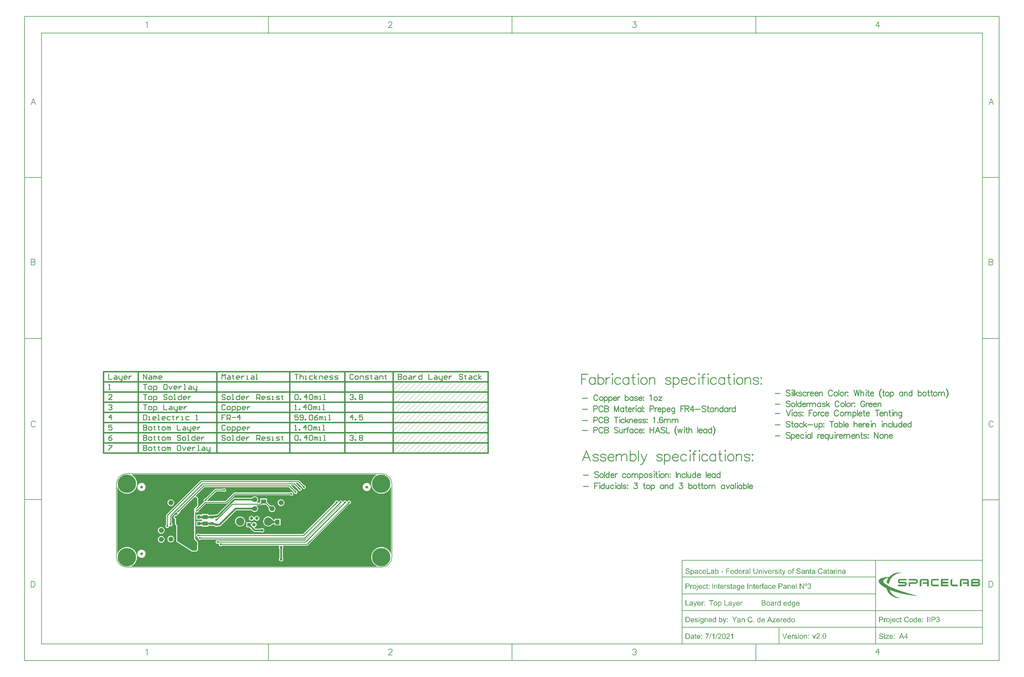
<source format=gtl>
G04*
G04 #@! TF.GenerationSoftware,Altium Limited,Altium Designer,18.1.7 (191)*
G04*
G04 Layer_Physical_Order=1*
G04 Layer_Color=255*
%FSLAX25Y25*%
%MOIN*%
G70*
G01*
G75*
%ADD10C,0.00787*%
%ADD12C,0.01000*%
%ADD17C,0.01500*%
%ADD18C,0.00100*%
%ADD19C,0.00700*%
%ADD20C,0.03200*%
%ADD21R,0.03937X0.03543*%
%ADD22R,0.05906X0.05118*%
%ADD23R,0.03543X0.03937*%
%ADD24R,0.05118X0.05906*%
%ADD35C,0.02000*%
%ADD36C,0.05906*%
%ADD37R,0.03937X0.03937*%
%ADD38C,0.03937*%
%ADD39C,0.09843*%
%ADD40C,0.21654*%
%ADD41C,0.03150*%
%ADD42C,0.02362*%
G36*
X306914Y108933D02*
X305429Y108023D01*
X304013Y106814D01*
X302804Y105398D01*
X301831Y103811D01*
X301119Y102091D01*
X300684Y100281D01*
X300538Y98425D01*
X300684Y96569D01*
X301119Y94759D01*
X301831Y93039D01*
X302804Y91452D01*
X304013Y90036D01*
X305429Y88828D01*
X307016Y87855D01*
X308736Y87142D01*
X310546Y86708D01*
X312402Y86562D01*
X314257Y86708D01*
X316068Y87142D01*
X317787Y87855D01*
X319375Y88828D01*
X320790Y90036D01*
X321999Y91452D01*
X322972Y93039D01*
X323500Y94315D01*
X324000Y94216D01*
Y16020D01*
X323500Y15921D01*
X322972Y17197D01*
X321999Y18784D01*
X320790Y20200D01*
X319375Y21409D01*
X317787Y22381D01*
X316068Y23094D01*
X314257Y23528D01*
X312402Y23674D01*
X310546Y23528D01*
X308736Y23094D01*
X307016Y22381D01*
X305429Y21409D01*
X304013Y20200D01*
X302804Y18784D01*
X301831Y17197D01*
X301119Y15477D01*
X300684Y13667D01*
X300538Y11811D01*
X300684Y9955D01*
X301119Y8145D01*
X301831Y6425D01*
X302804Y4838D01*
X304013Y3422D01*
X305429Y2213D01*
X306914Y1303D01*
X306828Y803D01*
X17975D01*
X17889Y1303D01*
X19375Y2213D01*
X20790Y3422D01*
X21999Y4838D01*
X22972Y6425D01*
X23684Y8145D01*
X24119Y9955D01*
X24265Y11811D01*
X24119Y13667D01*
X23684Y15477D01*
X22972Y17197D01*
X21999Y18784D01*
X20790Y20200D01*
X19375Y21409D01*
X17787Y22381D01*
X16068Y23094D01*
X14257Y23528D01*
X12402Y23674D01*
X10546Y23528D01*
X8736Y23094D01*
X7016Y22381D01*
X5429Y21409D01*
X4013Y20200D01*
X2804Y18784D01*
X1831Y17197D01*
X1303Y15921D01*
X803Y16021D01*
Y94216D01*
X1303Y94315D01*
X1831Y93039D01*
X2804Y91452D01*
X4013Y90036D01*
X5429Y88828D01*
X7016Y87855D01*
X8736Y87142D01*
X10546Y86708D01*
X12402Y86562D01*
X14257Y86708D01*
X16068Y87142D01*
X17787Y87855D01*
X19375Y88828D01*
X20790Y90036D01*
X21999Y91452D01*
X22972Y93039D01*
X23684Y94759D01*
X24119Y96569D01*
X24265Y98425D01*
X24119Y100281D01*
X23684Y102091D01*
X22972Y103811D01*
X21999Y105398D01*
X20790Y106814D01*
X19375Y108023D01*
X17889Y108933D01*
X17975Y109433D01*
X306828D01*
X306914Y108933D01*
D02*
G37*
G36*
X799006Y-1464D02*
X799111Y-1474D01*
X799236Y-1493D01*
X799371Y-1512D01*
X799515Y-1541D01*
X799400Y-2214D01*
X799390D01*
X799361Y-2204D01*
X799313Y-2194D01*
X799255Y-2185D01*
X799179D01*
X799102Y-2175D01*
X798938Y-2166D01*
X798881D01*
X798823Y-2175D01*
X798746Y-2185D01*
X798669Y-2204D01*
X798583Y-2233D01*
X798506Y-2271D01*
X798439Y-2319D01*
X798429Y-2329D01*
X798419Y-2348D01*
X798390Y-2387D01*
X798371Y-2444D01*
X798343Y-2521D01*
X798314Y-2627D01*
X798304Y-2742D01*
X798294Y-2886D01*
Y-3300D01*
X799188D01*
Y-3905D01*
X798304D01*
Y-7874D01*
X797526D01*
Y-3905D01*
X796843D01*
Y-3300D01*
X797526D01*
Y-2819D01*
Y-2810D01*
Y-2800D01*
Y-2742D01*
X797535Y-2665D01*
Y-2560D01*
X797545Y-2454D01*
X797564Y-2339D01*
X797583Y-2233D01*
X797612Y-2137D01*
X797622Y-2127D01*
X797631Y-2089D01*
X797660Y-2031D01*
X797699Y-1964D01*
X797756Y-1877D01*
X797823Y-1801D01*
X797900Y-1724D01*
X797997Y-1647D01*
X798006Y-1637D01*
X798054Y-1618D01*
X798112Y-1589D01*
X798208Y-1551D01*
X798314Y-1512D01*
X798458Y-1483D01*
X798612Y-1464D01*
X798794Y-1455D01*
X798919D01*
X799006Y-1464D01*
D02*
G37*
G36*
X850064Y-2444D02*
X849285D01*
Y-1560D01*
X850064D01*
Y-2444D01*
D02*
G37*
G36*
X781957D02*
X781179D01*
Y-1560D01*
X781957D01*
Y-2444D01*
D02*
G37*
G36*
X763343D02*
X762565D01*
Y-1560D01*
X763343D01*
Y-2444D01*
D02*
G37*
G36*
X804704Y-1464D02*
X804772D01*
X804935Y-1483D01*
X805127Y-1512D01*
X805339Y-1551D01*
X805550Y-1608D01*
X805752Y-1685D01*
X805761D01*
X805771Y-1695D01*
X805800Y-1704D01*
X805838Y-1724D01*
X805934Y-1781D01*
X806059Y-1849D01*
X806194Y-1945D01*
X806328Y-2060D01*
X806463Y-2194D01*
X806578Y-2348D01*
X806588Y-2368D01*
X806626Y-2425D01*
X806674Y-2521D01*
X806722Y-2637D01*
X806780Y-2781D01*
X806838Y-2954D01*
X806876Y-3136D01*
X806895Y-3338D01*
X806098Y-3396D01*
Y-3386D01*
Y-3367D01*
X806088Y-3338D01*
X806079Y-3300D01*
X806059Y-3194D01*
X806021Y-3059D01*
X805963Y-2915D01*
X805886Y-2771D01*
X805781Y-2627D01*
X805656Y-2502D01*
X805637Y-2492D01*
X805588Y-2454D01*
X805502Y-2406D01*
X805387Y-2348D01*
X805233Y-2291D01*
X805041Y-2243D01*
X804820Y-2204D01*
X804560Y-2194D01*
X804435D01*
X804378Y-2204D01*
X804301D01*
X804137Y-2233D01*
X803955Y-2262D01*
X803772Y-2310D01*
X803599Y-2377D01*
X803522Y-2425D01*
X803455Y-2473D01*
X803445Y-2483D01*
X803407Y-2521D01*
X803349Y-2579D01*
X803292Y-2665D01*
X803224Y-2761D01*
X803176Y-2877D01*
X803138Y-3002D01*
X803119Y-3146D01*
Y-3165D01*
Y-3204D01*
X803128Y-3271D01*
X803148Y-3348D01*
X803176Y-3434D01*
X803224Y-3530D01*
X803282Y-3617D01*
X803359Y-3703D01*
X803368Y-3713D01*
X803417Y-3742D01*
X803445Y-3761D01*
X803484Y-3790D01*
X803541Y-3809D01*
X803609Y-3838D01*
X803686Y-3876D01*
X803772Y-3915D01*
X803868Y-3943D01*
X803984Y-3982D01*
X804118Y-4030D01*
X804262Y-4069D01*
X804426Y-4107D01*
X804608Y-4155D01*
X804618D01*
X804656Y-4165D01*
X804704Y-4174D01*
X804772Y-4193D01*
X804858Y-4213D01*
X804954Y-4241D01*
X805166Y-4290D01*
X805396Y-4357D01*
X805627Y-4424D01*
X805742Y-4453D01*
X805838Y-4491D01*
X805934Y-4530D01*
X806011Y-4559D01*
X806021D01*
X806040Y-4568D01*
X806059Y-4587D01*
X806098Y-4607D01*
X806194Y-4664D01*
X806319Y-4732D01*
X806453Y-4828D01*
X806588Y-4943D01*
X806713Y-5068D01*
X806818Y-5202D01*
X806828Y-5222D01*
X806857Y-5270D01*
X806905Y-5347D01*
X806953Y-5462D01*
X807001Y-5587D01*
X807049Y-5741D01*
X807078Y-5914D01*
X807088Y-6096D01*
Y-6106D01*
Y-6115D01*
Y-6144D01*
Y-6183D01*
X807068Y-6279D01*
X807049Y-6404D01*
X807020Y-6548D01*
X806963Y-6711D01*
X806895Y-6884D01*
X806799Y-7048D01*
X806790Y-7067D01*
X806742Y-7124D01*
X806684Y-7201D01*
X806588Y-7297D01*
X806472Y-7413D01*
X806328Y-7528D01*
X806155Y-7634D01*
X805963Y-7739D01*
X805954D01*
X805934Y-7749D01*
X805906Y-7759D01*
X805867Y-7778D01*
X805819Y-7797D01*
X805761Y-7816D01*
X805608Y-7855D01*
X805435Y-7903D01*
X805223Y-7941D01*
X805002Y-7970D01*
X804752Y-7980D01*
X804608D01*
X804541Y-7970D01*
X804454D01*
X804358Y-7960D01*
X804253Y-7951D01*
X804032Y-7922D01*
X803791Y-7874D01*
X803551Y-7816D01*
X803321Y-7739D01*
X803311D01*
X803292Y-7730D01*
X803263Y-7711D01*
X803224Y-7691D01*
X803119Y-7634D01*
X802994Y-7547D01*
X802840Y-7442D01*
X802696Y-7317D01*
X802542Y-7163D01*
X802407Y-6990D01*
Y-6980D01*
X802398Y-6971D01*
X802379Y-6942D01*
X802359Y-6903D01*
X802331Y-6855D01*
X802302Y-6798D01*
X802244Y-6654D01*
X802186Y-6490D01*
X802129Y-6288D01*
X802090Y-6077D01*
X802071Y-5846D01*
X802859Y-5779D01*
Y-5789D01*
Y-5798D01*
X802869Y-5856D01*
X802888Y-5942D01*
X802907Y-6058D01*
X802946Y-6183D01*
X802984Y-6317D01*
X803042Y-6442D01*
X803109Y-6567D01*
X803119Y-6577D01*
X803148Y-6615D01*
X803195Y-6673D01*
X803272Y-6740D01*
X803359Y-6817D01*
X803465Y-6903D01*
X803599Y-6980D01*
X803743Y-7057D01*
X803753D01*
X803763Y-7067D01*
X803820Y-7086D01*
X803907Y-7115D01*
X804032Y-7144D01*
X804166Y-7182D01*
X804339Y-7211D01*
X804522Y-7230D01*
X804714Y-7240D01*
X804791D01*
X804887Y-7230D01*
X804993Y-7220D01*
X805127Y-7211D01*
X805262Y-7182D01*
X805406Y-7153D01*
X805550Y-7105D01*
X805569Y-7096D01*
X805608Y-7076D01*
X805675Y-7048D01*
X805752Y-7000D01*
X805848Y-6942D01*
X805934Y-6875D01*
X806021Y-6798D01*
X806098Y-6711D01*
X806107Y-6702D01*
X806127Y-6663D01*
X806155Y-6615D01*
X806194Y-6548D01*
X806223Y-6471D01*
X806252Y-6375D01*
X806271Y-6279D01*
X806280Y-6173D01*
Y-6163D01*
Y-6125D01*
X806271Y-6067D01*
X806261Y-6000D01*
X806242Y-5914D01*
X806203Y-5827D01*
X806165Y-5741D01*
X806107Y-5654D01*
X806098Y-5644D01*
X806079Y-5616D01*
X806030Y-5577D01*
X805973Y-5520D01*
X805896Y-5462D01*
X805800Y-5404D01*
X805675Y-5337D01*
X805540Y-5279D01*
X805531Y-5270D01*
X805492Y-5260D01*
X805415Y-5241D01*
X805367Y-5222D01*
X805310Y-5202D01*
X805233Y-5183D01*
X805156Y-5164D01*
X805060Y-5135D01*
X804964Y-5106D01*
X804848Y-5077D01*
X804714Y-5049D01*
X804570Y-5010D01*
X804416Y-4972D01*
X804406D01*
X804378Y-4962D01*
X804329Y-4953D01*
X804272Y-4933D01*
X804205Y-4914D01*
X804128Y-4895D01*
X803945Y-4847D01*
X803743Y-4780D01*
X803541Y-4712D01*
X803359Y-4645D01*
X803272Y-4616D01*
X803205Y-4578D01*
X803195D01*
X803186Y-4568D01*
X803128Y-4530D01*
X803051Y-4482D01*
X802955Y-4414D01*
X802840Y-4328D01*
X802734Y-4232D01*
X802629Y-4117D01*
X802532Y-3992D01*
X802523Y-3972D01*
X802494Y-3924D01*
X802465Y-3857D01*
X802427Y-3761D01*
X802379Y-3646D01*
X802350Y-3511D01*
X802321Y-3357D01*
X802311Y-3204D01*
Y-3194D01*
Y-3184D01*
Y-3156D01*
Y-3117D01*
X802331Y-3031D01*
X802350Y-2915D01*
X802379Y-2771D01*
X802427Y-2627D01*
X802494Y-2464D01*
X802581Y-2310D01*
Y-2300D01*
X802590Y-2291D01*
X802629Y-2243D01*
X802696Y-2166D01*
X802782Y-2070D01*
X802888Y-1973D01*
X803022Y-1868D01*
X803186Y-1762D01*
X803368Y-1676D01*
X803378D01*
X803388Y-1666D01*
X803417Y-1656D01*
X803465Y-1637D01*
X803513Y-1627D01*
X803570Y-1608D01*
X803705Y-1560D01*
X803878Y-1522D01*
X804070Y-1493D01*
X804291Y-1464D01*
X804522Y-1455D01*
X804637D01*
X804704Y-1464D01*
D02*
G37*
G36*
X673893D02*
X673960D01*
X674124Y-1483D01*
X674316Y-1512D01*
X674527Y-1551D01*
X674739Y-1608D01*
X674940Y-1685D01*
X674950D01*
X674960Y-1695D01*
X674989Y-1704D01*
X675027Y-1724D01*
X675123Y-1781D01*
X675248Y-1849D01*
X675383Y-1945D01*
X675517Y-2060D01*
X675652Y-2194D01*
X675767Y-2348D01*
X675776Y-2368D01*
X675815Y-2425D01*
X675863Y-2521D01*
X675911Y-2637D01*
X675969Y-2781D01*
X676026Y-2954D01*
X676065Y-3136D01*
X676084Y-3338D01*
X675286Y-3396D01*
Y-3386D01*
Y-3367D01*
X675277Y-3338D01*
X675267Y-3300D01*
X675248Y-3194D01*
X675210Y-3059D01*
X675152Y-2915D01*
X675075Y-2771D01*
X674969Y-2627D01*
X674844Y-2502D01*
X674825Y-2492D01*
X674777Y-2454D01*
X674691Y-2406D01*
X674575Y-2348D01*
X674422Y-2291D01*
X674229Y-2243D01*
X674008Y-2204D01*
X673749Y-2194D01*
X673624D01*
X673566Y-2204D01*
X673489D01*
X673326Y-2233D01*
X673143Y-2262D01*
X672961Y-2310D01*
X672788Y-2377D01*
X672711Y-2425D01*
X672644Y-2473D01*
X672634Y-2483D01*
X672596Y-2521D01*
X672538Y-2579D01*
X672480Y-2665D01*
X672413Y-2761D01*
X672365Y-2877D01*
X672327Y-3002D01*
X672307Y-3146D01*
Y-3165D01*
Y-3204D01*
X672317Y-3271D01*
X672336Y-3348D01*
X672365Y-3434D01*
X672413Y-3530D01*
X672471Y-3617D01*
X672548Y-3703D01*
X672557Y-3713D01*
X672605Y-3742D01*
X672634Y-3761D01*
X672673Y-3790D01*
X672730Y-3809D01*
X672797Y-3838D01*
X672874Y-3876D01*
X672961Y-3915D01*
X673057Y-3943D01*
X673172Y-3982D01*
X673307Y-4030D01*
X673451Y-4069D01*
X673614Y-4107D01*
X673797Y-4155D01*
X673806D01*
X673845Y-4165D01*
X673893Y-4174D01*
X673960Y-4193D01*
X674047Y-4213D01*
X674143Y-4241D01*
X674354Y-4290D01*
X674585Y-4357D01*
X674816Y-4424D01*
X674931Y-4453D01*
X675027Y-4491D01*
X675123Y-4530D01*
X675200Y-4559D01*
X675210D01*
X675229Y-4568D01*
X675248Y-4587D01*
X675286Y-4607D01*
X675383Y-4664D01*
X675507Y-4732D01*
X675642Y-4828D01*
X675776Y-4943D01*
X675902Y-5068D01*
X676007Y-5202D01*
X676017Y-5222D01*
X676046Y-5270D01*
X676094Y-5347D01*
X676142Y-5462D01*
X676190Y-5587D01*
X676238Y-5741D01*
X676267Y-5914D01*
X676276Y-6096D01*
Y-6106D01*
Y-6115D01*
Y-6144D01*
Y-6183D01*
X676257Y-6279D01*
X676238Y-6404D01*
X676209Y-6548D01*
X676151Y-6711D01*
X676084Y-6884D01*
X675988Y-7048D01*
X675978Y-7067D01*
X675930Y-7124D01*
X675873Y-7201D01*
X675776Y-7297D01*
X675661Y-7413D01*
X675517Y-7528D01*
X675344Y-7634D01*
X675152Y-7739D01*
X675142D01*
X675123Y-7749D01*
X675094Y-7759D01*
X675056Y-7778D01*
X675008Y-7797D01*
X674950Y-7816D01*
X674796Y-7855D01*
X674623Y-7903D01*
X674412Y-7941D01*
X674191Y-7970D01*
X673941Y-7980D01*
X673797D01*
X673730Y-7970D01*
X673643D01*
X673547Y-7960D01*
X673441Y-7951D01*
X673220Y-7922D01*
X672980Y-7874D01*
X672740Y-7816D01*
X672509Y-7739D01*
X672500D01*
X672480Y-7730D01*
X672451Y-7711D01*
X672413Y-7691D01*
X672307Y-7634D01*
X672182Y-7547D01*
X672029Y-7442D01*
X671884Y-7317D01*
X671731Y-7163D01*
X671596Y-6990D01*
Y-6980D01*
X671587Y-6971D01*
X671567Y-6942D01*
X671548Y-6903D01*
X671519Y-6855D01*
X671490Y-6798D01*
X671433Y-6654D01*
X671375Y-6490D01*
X671317Y-6288D01*
X671279Y-6077D01*
X671260Y-5846D01*
X672048Y-5779D01*
Y-5789D01*
Y-5798D01*
X672057Y-5856D01*
X672077Y-5942D01*
X672096Y-6058D01*
X672134Y-6183D01*
X672173Y-6317D01*
X672230Y-6442D01*
X672298Y-6567D01*
X672307Y-6577D01*
X672336Y-6615D01*
X672384Y-6673D01*
X672461Y-6740D01*
X672548Y-6817D01*
X672653Y-6903D01*
X672788Y-6980D01*
X672932Y-7057D01*
X672942D01*
X672951Y-7067D01*
X673009Y-7086D01*
X673095Y-7115D01*
X673220Y-7144D01*
X673355Y-7182D01*
X673528Y-7211D01*
X673710Y-7230D01*
X673903Y-7240D01*
X673980D01*
X674076Y-7230D01*
X674181Y-7220D01*
X674316Y-7211D01*
X674450Y-7182D01*
X674594Y-7153D01*
X674739Y-7105D01*
X674758Y-7096D01*
X674796Y-7076D01*
X674864Y-7048D01*
X674940Y-7000D01*
X675037Y-6942D01*
X675123Y-6875D01*
X675210Y-6798D01*
X675286Y-6711D01*
X675296Y-6702D01*
X675315Y-6663D01*
X675344Y-6615D01*
X675383Y-6548D01*
X675411Y-6471D01*
X675440Y-6375D01*
X675459Y-6279D01*
X675469Y-6173D01*
Y-6163D01*
Y-6125D01*
X675459Y-6067D01*
X675450Y-6000D01*
X675431Y-5914D01*
X675392Y-5827D01*
X675354Y-5741D01*
X675296Y-5654D01*
X675286Y-5644D01*
X675267Y-5616D01*
X675219Y-5577D01*
X675162Y-5520D01*
X675085Y-5462D01*
X674989Y-5404D01*
X674864Y-5337D01*
X674729Y-5279D01*
X674719Y-5270D01*
X674681Y-5260D01*
X674604Y-5241D01*
X674556Y-5222D01*
X674498Y-5202D01*
X674422Y-5183D01*
X674345Y-5164D01*
X674249Y-5135D01*
X674153Y-5106D01*
X674037Y-5077D01*
X673903Y-5049D01*
X673758Y-5010D01*
X673605Y-4972D01*
X673595D01*
X673566Y-4962D01*
X673518Y-4953D01*
X673460Y-4933D01*
X673393Y-4914D01*
X673316Y-4895D01*
X673134Y-4847D01*
X672932Y-4780D01*
X672730Y-4712D01*
X672548Y-4645D01*
X672461Y-4616D01*
X672394Y-4578D01*
X672384D01*
X672375Y-4568D01*
X672317Y-4530D01*
X672240Y-4482D01*
X672144Y-4414D01*
X672029Y-4328D01*
X671923Y-4232D01*
X671817Y-4117D01*
X671721Y-3992D01*
X671711Y-3972D01*
X671683Y-3924D01*
X671654Y-3857D01*
X671615Y-3761D01*
X671567Y-3646D01*
X671538Y-3511D01*
X671510Y-3357D01*
X671500Y-3204D01*
Y-3194D01*
Y-3184D01*
Y-3156D01*
Y-3117D01*
X671519Y-3031D01*
X671538Y-2915D01*
X671567Y-2771D01*
X671615Y-2627D01*
X671683Y-2464D01*
X671769Y-2310D01*
Y-2300D01*
X671779Y-2291D01*
X671817Y-2243D01*
X671884Y-2166D01*
X671971Y-2070D01*
X672077Y-1973D01*
X672211Y-1868D01*
X672375Y-1762D01*
X672557Y-1676D01*
X672567D01*
X672576Y-1666D01*
X672605Y-1656D01*
X672653Y-1637D01*
X672701Y-1627D01*
X672759Y-1608D01*
X672893Y-1560D01*
X673067Y-1522D01*
X673259Y-1493D01*
X673480Y-1464D01*
X673710Y-1455D01*
X673826D01*
X673893Y-1464D01*
D02*
G37*
G36*
X830728D02*
X830805Y-1474D01*
X830901Y-1483D01*
X831007Y-1493D01*
X831122Y-1512D01*
X831372Y-1570D01*
X831641Y-1656D01*
X831776Y-1714D01*
X831910Y-1781D01*
X832035Y-1858D01*
X832160Y-1945D01*
X832170Y-1954D01*
X832189Y-1964D01*
X832218Y-1993D01*
X832266Y-2031D01*
X832314Y-2079D01*
X832381Y-2146D01*
X832448Y-2214D01*
X832516Y-2291D01*
X832592Y-2387D01*
X832660Y-2483D01*
X832737Y-2598D01*
X832814Y-2723D01*
X832881Y-2848D01*
X832948Y-2992D01*
X833063Y-3300D01*
X832237Y-3492D01*
Y-3482D01*
X832227Y-3463D01*
X832218Y-3425D01*
X832199Y-3376D01*
X832170Y-3319D01*
X832141Y-3252D01*
X832074Y-3108D01*
X831987Y-2944D01*
X831872Y-2771D01*
X831747Y-2617D01*
X831593Y-2483D01*
X831574Y-2473D01*
X831516Y-2435D01*
X831430Y-2387D01*
X831305Y-2319D01*
X831161Y-2262D01*
X830978Y-2214D01*
X830776Y-2175D01*
X830546Y-2166D01*
X830478D01*
X830430Y-2175D01*
X830363D01*
X830296Y-2185D01*
X830123Y-2214D01*
X829931Y-2252D01*
X829729Y-2319D01*
X829527Y-2406D01*
X829335Y-2521D01*
X829325D01*
X829315Y-2541D01*
X829258Y-2589D01*
X829171Y-2665D01*
X829066Y-2771D01*
X828960Y-2906D01*
X828845Y-3059D01*
X828739Y-3252D01*
X828652Y-3463D01*
Y-3473D01*
X828643Y-3492D01*
X828633Y-3521D01*
X828624Y-3569D01*
X828604Y-3617D01*
X828595Y-3684D01*
X828556Y-3838D01*
X828518Y-4020D01*
X828489Y-4222D01*
X828470Y-4443D01*
X828460Y-4674D01*
Y-4684D01*
Y-4712D01*
Y-4751D01*
Y-4808D01*
X828470Y-4876D01*
Y-4962D01*
X828479Y-5049D01*
X828489Y-5145D01*
X828518Y-5366D01*
X828556Y-5606D01*
X828614Y-5846D01*
X828691Y-6077D01*
Y-6087D01*
X828701Y-6106D01*
X828720Y-6135D01*
X828739Y-6173D01*
X828787Y-6288D01*
X828864Y-6413D01*
X828969Y-6567D01*
X829095Y-6711D01*
X829239Y-6855D01*
X829412Y-6980D01*
X829421D01*
X829431Y-6990D01*
X829460Y-7009D01*
X829498Y-7028D01*
X829604Y-7067D01*
X829738Y-7124D01*
X829892Y-7173D01*
X830075Y-7220D01*
X830276Y-7259D01*
X830488Y-7269D01*
X830555D01*
X830603Y-7259D01*
X830661D01*
X830738Y-7249D01*
X830901Y-7220D01*
X831084Y-7173D01*
X831286Y-7096D01*
X831478Y-7000D01*
X831670Y-6865D01*
X831680Y-6855D01*
X831689Y-6846D01*
X831747Y-6788D01*
X831833Y-6692D01*
X831939Y-6567D01*
X832045Y-6394D01*
X832160Y-6192D01*
X832256Y-5942D01*
X832333Y-5664D01*
X833169Y-5875D01*
Y-5885D01*
X833160Y-5923D01*
X833140Y-5971D01*
X833121Y-6048D01*
X833083Y-6125D01*
X833044Y-6231D01*
X833006Y-6336D01*
X832948Y-6452D01*
X832823Y-6711D01*
X832650Y-6971D01*
X832458Y-7220D01*
X832343Y-7336D01*
X832218Y-7442D01*
X832208Y-7451D01*
X832189Y-7461D01*
X832150Y-7490D01*
X832093Y-7528D01*
X832026Y-7566D01*
X831949Y-7615D01*
X831862Y-7663D01*
X831756Y-7711D01*
X831641Y-7759D01*
X831516Y-7807D01*
X831372Y-7855D01*
X831228Y-7893D01*
X830911Y-7960D01*
X830738Y-7970D01*
X830555Y-7980D01*
X830459D01*
X830382Y-7970D01*
X830296D01*
X830200Y-7960D01*
X830084Y-7941D01*
X829969Y-7932D01*
X829700Y-7874D01*
X829421Y-7807D01*
X829152Y-7701D01*
X829018Y-7643D01*
X828893Y-7566D01*
X828883Y-7557D01*
X828864Y-7547D01*
X828835Y-7518D01*
X828787Y-7490D01*
X828672Y-7394D01*
X828537Y-7259D01*
X828374Y-7096D01*
X828220Y-6884D01*
X828057Y-6644D01*
X827922Y-6365D01*
Y-6356D01*
X827912Y-6327D01*
X827893Y-6288D01*
X827874Y-6231D01*
X827845Y-6154D01*
X827816Y-6067D01*
X827787Y-5971D01*
X827759Y-5856D01*
X827730Y-5741D01*
X827701Y-5606D01*
X827643Y-5318D01*
X827605Y-5010D01*
X827595Y-4674D01*
Y-4664D01*
Y-4626D01*
Y-4578D01*
X827605Y-4510D01*
Y-4424D01*
X827614Y-4318D01*
X827624Y-4213D01*
X827643Y-4088D01*
X827691Y-3819D01*
X827749Y-3530D01*
X827845Y-3232D01*
X827970Y-2954D01*
Y-2944D01*
X827989Y-2925D01*
X828008Y-2886D01*
X828037Y-2829D01*
X828076Y-2771D01*
X828124Y-2704D01*
X828249Y-2541D01*
X828393Y-2358D01*
X828576Y-2175D01*
X828797Y-1993D01*
X829037Y-1839D01*
X829046D01*
X829066Y-1820D01*
X829104Y-1801D01*
X829162Y-1781D01*
X829219Y-1752D01*
X829296Y-1714D01*
X829392Y-1685D01*
X829488Y-1647D01*
X829594Y-1608D01*
X829710Y-1579D01*
X829969Y-1512D01*
X830257Y-1474D01*
X830565Y-1455D01*
X830661D01*
X830728Y-1464D01*
D02*
G37*
G36*
X732927Y-7874D02*
X732206D01*
Y-7307D01*
X732197Y-7317D01*
X732187Y-7336D01*
X732158Y-7365D01*
X732120Y-7413D01*
X732082Y-7461D01*
X732024Y-7518D01*
X731957Y-7576D01*
X731880Y-7643D01*
X731793Y-7701D01*
X731697Y-7768D01*
X731591Y-7826D01*
X731486Y-7874D01*
X731361Y-7922D01*
X731226Y-7951D01*
X731082Y-7970D01*
X730928Y-7980D01*
X730871D01*
X730832Y-7970D01*
X730726Y-7960D01*
X730602Y-7941D01*
X730438Y-7903D01*
X730275Y-7855D01*
X730092Y-7778D01*
X729919Y-7682D01*
X729910D01*
X729900Y-7672D01*
X729842Y-7624D01*
X729766Y-7557D01*
X729660Y-7461D01*
X729554Y-7345D01*
X729429Y-7201D01*
X729323Y-7038D01*
X729218Y-6846D01*
Y-6836D01*
X729208Y-6817D01*
X729199Y-6788D01*
X729179Y-6750D01*
X729160Y-6702D01*
X729141Y-6634D01*
X729093Y-6481D01*
X729045Y-6298D01*
X729006Y-6087D01*
X728977Y-5856D01*
X728968Y-5596D01*
Y-5587D01*
Y-5568D01*
Y-5529D01*
Y-5481D01*
X728977Y-5424D01*
Y-5347D01*
X728997Y-5183D01*
X729026Y-4991D01*
X729064Y-4789D01*
X729112Y-4568D01*
X729189Y-4357D01*
Y-4347D01*
X729199Y-4328D01*
X729218Y-4299D01*
X729237Y-4261D01*
X729285Y-4165D01*
X729362Y-4040D01*
X729458Y-3895D01*
X729573Y-3751D01*
X729708Y-3617D01*
X729871Y-3492D01*
X729881D01*
X729890Y-3482D01*
X729948Y-3444D01*
X730044Y-3396D01*
X730169Y-3338D01*
X730323Y-3290D01*
X730496Y-3242D01*
X730688Y-3204D01*
X730890Y-3194D01*
X730957D01*
X731034Y-3204D01*
X731140Y-3213D01*
X731246Y-3242D01*
X731370Y-3271D01*
X731495Y-3319D01*
X731620Y-3376D01*
X731639Y-3386D01*
X731678Y-3405D01*
X731736Y-3444D01*
X731812Y-3501D01*
X731889Y-3559D01*
X731985Y-3636D01*
X732072Y-3732D01*
X732149Y-3828D01*
Y-1560D01*
X732927D01*
Y-7874D01*
D02*
G37*
G36*
X679553Y-3213D02*
X679688Y-3232D01*
X679851Y-3271D01*
X680024Y-3319D01*
X680197Y-3396D01*
X680370Y-3501D01*
X680380D01*
X680389Y-3511D01*
X680447Y-3559D01*
X680524Y-3626D01*
X680630Y-3723D01*
X680735Y-3838D01*
X680851Y-3992D01*
X680956Y-4155D01*
X681052Y-4357D01*
Y-4366D01*
X681062Y-4386D01*
X681072Y-4414D01*
X681091Y-4453D01*
X681110Y-4501D01*
X681129Y-4568D01*
X681168Y-4712D01*
X681206Y-4895D01*
X681245Y-5097D01*
X681274Y-5318D01*
X681283Y-5558D01*
Y-5568D01*
Y-5587D01*
Y-5625D01*
Y-5673D01*
X681274Y-5741D01*
Y-5808D01*
X681254Y-5981D01*
X681216Y-6173D01*
X681177Y-6385D01*
X681110Y-6605D01*
X681024Y-6826D01*
Y-6836D01*
X681014Y-6855D01*
X680995Y-6884D01*
X680976Y-6923D01*
X680918Y-7019D01*
X680841Y-7144D01*
X680735Y-7278D01*
X680610Y-7422D01*
X680466Y-7557D01*
X680293Y-7682D01*
X680284D01*
X680274Y-7691D01*
X680245Y-7711D01*
X680207Y-7730D01*
X680111Y-7778D01*
X679986Y-7826D01*
X679832Y-7884D01*
X679669Y-7932D01*
X679476Y-7970D01*
X679284Y-7980D01*
X679217D01*
X679150Y-7970D01*
X679053Y-7960D01*
X678948Y-7941D01*
X678832Y-7913D01*
X678708Y-7874D01*
X678592Y-7826D01*
X678583Y-7816D01*
X678544Y-7797D01*
X678487Y-7759D01*
X678419Y-7711D01*
X678333Y-7653D01*
X678256Y-7586D01*
X678169Y-7499D01*
X678093Y-7413D01*
Y-9623D01*
X677314D01*
Y-3300D01*
X678025D01*
Y-3895D01*
X678035Y-3876D01*
X678064Y-3838D01*
X678121Y-3780D01*
X678189Y-3703D01*
X678265Y-3617D01*
X678362Y-3530D01*
X678467Y-3444D01*
X678583Y-3376D01*
X678602Y-3367D01*
X678640Y-3348D01*
X678708Y-3319D01*
X678794Y-3280D01*
X678909Y-3252D01*
X679034Y-3223D01*
X679178Y-3204D01*
X679342Y-3194D01*
X679438D01*
X679553Y-3213D01*
D02*
G37*
G36*
X853542Y-3204D02*
X853638Y-3213D01*
X853754Y-3232D01*
X853888Y-3261D01*
X854013Y-3300D01*
X854148Y-3348D01*
X854167Y-3357D01*
X854205Y-3376D01*
X854263Y-3405D01*
X854340Y-3453D01*
X854426Y-3511D01*
X854513Y-3578D01*
X854599Y-3655D01*
X854667Y-3742D01*
X854676Y-3751D01*
X854696Y-3780D01*
X854724Y-3838D01*
X854763Y-3905D01*
X854801Y-3982D01*
X854840Y-4078D01*
X854878Y-4193D01*
X854907Y-4309D01*
Y-4318D01*
X854916Y-4347D01*
X854926Y-4405D01*
X854936Y-4482D01*
Y-4587D01*
X854945Y-4722D01*
X854955Y-4876D01*
Y-5068D01*
Y-7874D01*
X854177D01*
Y-5097D01*
Y-5087D01*
Y-5077D01*
Y-5020D01*
Y-4933D01*
X854167Y-4828D01*
X854157Y-4722D01*
X854138Y-4597D01*
X854109Y-4491D01*
X854080Y-4395D01*
Y-4386D01*
X854061Y-4357D01*
X854042Y-4309D01*
X854013Y-4261D01*
X853965Y-4193D01*
X853907Y-4136D01*
X853840Y-4069D01*
X853763Y-4011D01*
X853754Y-4001D01*
X853725Y-3992D01*
X853677Y-3963D01*
X853610Y-3934D01*
X853533Y-3915D01*
X853437Y-3886D01*
X853341Y-3876D01*
X853225Y-3867D01*
X853139D01*
X853052Y-3886D01*
X852927Y-3905D01*
X852793Y-3943D01*
X852658Y-4001D01*
X852504Y-4078D01*
X852370Y-4184D01*
X852351Y-4203D01*
X852312Y-4251D01*
X852255Y-4328D01*
X852226Y-4386D01*
X852197Y-4453D01*
X852159Y-4530D01*
X852130Y-4616D01*
X852101Y-4712D01*
X852072Y-4818D01*
X852043Y-4943D01*
X852034Y-5077D01*
X852014Y-5222D01*
Y-5375D01*
Y-7874D01*
X851236D01*
Y-3300D01*
X851937D01*
Y-3953D01*
X851947Y-3943D01*
X851957Y-3924D01*
X851985Y-3886D01*
X852034Y-3838D01*
X852082Y-3780D01*
X852149Y-3713D01*
X852216Y-3646D01*
X852303Y-3569D01*
X852408Y-3501D01*
X852514Y-3434D01*
X852629Y-3367D01*
X852764Y-3309D01*
X852899Y-3261D01*
X853052Y-3223D01*
X853216Y-3204D01*
X853389Y-3194D01*
X853456D01*
X853542Y-3204D01*
D02*
G37*
G36*
X815333D02*
X815429Y-3213D01*
X815544Y-3232D01*
X815679Y-3261D01*
X815804Y-3300D01*
X815938Y-3348D01*
X815958Y-3357D01*
X815996Y-3376D01*
X816054Y-3405D01*
X816131Y-3453D01*
X816217Y-3511D01*
X816304Y-3578D01*
X816390Y-3655D01*
X816457Y-3742D01*
X816467Y-3751D01*
X816486Y-3780D01*
X816515Y-3838D01*
X816553Y-3905D01*
X816592Y-3982D01*
X816630Y-4078D01*
X816669Y-4193D01*
X816698Y-4309D01*
Y-4318D01*
X816707Y-4347D01*
X816717Y-4405D01*
X816726Y-4482D01*
Y-4587D01*
X816736Y-4722D01*
X816746Y-4876D01*
Y-5068D01*
Y-7874D01*
X815967D01*
Y-5097D01*
Y-5087D01*
Y-5077D01*
Y-5020D01*
Y-4933D01*
X815958Y-4828D01*
X815948Y-4722D01*
X815929Y-4597D01*
X815900Y-4491D01*
X815871Y-4395D01*
Y-4386D01*
X815852Y-4357D01*
X815833Y-4309D01*
X815804Y-4261D01*
X815756Y-4193D01*
X815698Y-4136D01*
X815631Y-4069D01*
X815554Y-4011D01*
X815544Y-4001D01*
X815516Y-3992D01*
X815467Y-3963D01*
X815400Y-3934D01*
X815323Y-3915D01*
X815227Y-3886D01*
X815131Y-3876D01*
X815016Y-3867D01*
X814929D01*
X814843Y-3886D01*
X814718Y-3905D01*
X814583Y-3943D01*
X814449Y-4001D01*
X814295Y-4078D01*
X814161Y-4184D01*
X814141Y-4203D01*
X814103Y-4251D01*
X814045Y-4328D01*
X814016Y-4386D01*
X813988Y-4453D01*
X813949Y-4530D01*
X813920Y-4616D01*
X813892Y-4712D01*
X813863Y-4818D01*
X813834Y-4943D01*
X813824Y-5077D01*
X813805Y-5222D01*
Y-5375D01*
Y-7874D01*
X813027D01*
Y-3300D01*
X813728D01*
Y-3953D01*
X813738Y-3943D01*
X813747Y-3924D01*
X813776Y-3886D01*
X813824Y-3838D01*
X813872Y-3780D01*
X813939Y-3713D01*
X814007Y-3646D01*
X814093Y-3569D01*
X814199Y-3501D01*
X814305Y-3434D01*
X814420Y-3367D01*
X814555Y-3309D01*
X814689Y-3261D01*
X814843Y-3223D01*
X815006Y-3204D01*
X815179Y-3194D01*
X815246D01*
X815333Y-3204D01*
D02*
G37*
G36*
X759960D02*
X760056Y-3213D01*
X760172Y-3232D01*
X760306Y-3261D01*
X760431Y-3300D01*
X760566Y-3348D01*
X760585Y-3357D01*
X760623Y-3376D01*
X760681Y-3405D01*
X760758Y-3453D01*
X760844Y-3511D01*
X760931Y-3578D01*
X761017Y-3655D01*
X761085Y-3742D01*
X761094Y-3751D01*
X761113Y-3780D01*
X761142Y-3838D01*
X761181Y-3905D01*
X761219Y-3982D01*
X761258Y-4078D01*
X761296Y-4193D01*
X761325Y-4309D01*
Y-4318D01*
X761334Y-4347D01*
X761344Y-4405D01*
X761354Y-4482D01*
Y-4587D01*
X761363Y-4722D01*
X761373Y-4876D01*
Y-5068D01*
Y-7874D01*
X760594D01*
Y-5097D01*
Y-5087D01*
Y-5077D01*
Y-5020D01*
Y-4933D01*
X760585Y-4828D01*
X760575Y-4722D01*
X760556Y-4597D01*
X760527Y-4491D01*
X760498Y-4395D01*
Y-4386D01*
X760479Y-4357D01*
X760460Y-4309D01*
X760431Y-4261D01*
X760383Y-4193D01*
X760325Y-4136D01*
X760258Y-4069D01*
X760181Y-4011D01*
X760172Y-4001D01*
X760143Y-3992D01*
X760095Y-3963D01*
X760027Y-3934D01*
X759950Y-3915D01*
X759854Y-3886D01*
X759758Y-3876D01*
X759643Y-3867D01*
X759556D01*
X759470Y-3886D01*
X759345Y-3905D01*
X759211Y-3943D01*
X759076Y-4001D01*
X758922Y-4078D01*
X758788Y-4184D01*
X758769Y-4203D01*
X758730Y-4251D01*
X758672Y-4328D01*
X758644Y-4386D01*
X758615Y-4453D01*
X758576Y-4530D01*
X758547Y-4616D01*
X758519Y-4712D01*
X758490Y-4818D01*
X758461Y-4943D01*
X758451Y-5077D01*
X758432Y-5222D01*
Y-5375D01*
Y-7874D01*
X757654D01*
Y-3300D01*
X758355D01*
Y-3953D01*
X758365Y-3943D01*
X758375Y-3924D01*
X758403Y-3886D01*
X758451Y-3838D01*
X758499Y-3780D01*
X758567Y-3713D01*
X758634Y-3646D01*
X758720Y-3569D01*
X758826Y-3501D01*
X758932Y-3434D01*
X759047Y-3367D01*
X759182Y-3309D01*
X759316Y-3261D01*
X759470Y-3223D01*
X759633Y-3204D01*
X759806Y-3194D01*
X759874D01*
X759960Y-3204D01*
D02*
G37*
G36*
X848170D02*
X848276Y-3223D01*
X848391Y-3261D01*
X848526Y-3300D01*
X848670Y-3367D01*
X848824Y-3453D01*
X848545Y-4165D01*
X848536Y-4155D01*
X848497Y-4136D01*
X848439Y-4107D01*
X848372Y-4078D01*
X848286Y-4049D01*
X848190Y-4020D01*
X848084Y-4001D01*
X847978Y-3992D01*
X847940D01*
X847892Y-4001D01*
X847824Y-4011D01*
X847757Y-4030D01*
X847680Y-4059D01*
X847603Y-4097D01*
X847526Y-4145D01*
X847517Y-4155D01*
X847498Y-4174D01*
X847459Y-4213D01*
X847421Y-4261D01*
X847373Y-4318D01*
X847325Y-4395D01*
X847286Y-4482D01*
X847248Y-4578D01*
X847238Y-4597D01*
X847229Y-4645D01*
X847209Y-4732D01*
X847190Y-4847D01*
X847161Y-4981D01*
X847142Y-5135D01*
X847132Y-5299D01*
X847123Y-5481D01*
Y-7874D01*
X846344D01*
Y-3300D01*
X847046D01*
Y-3982D01*
X847056Y-3972D01*
X847094Y-3915D01*
X847142Y-3828D01*
X847200Y-3732D01*
X847277Y-3626D01*
X847363Y-3521D01*
X847440Y-3425D01*
X847526Y-3357D01*
X847536Y-3348D01*
X847565Y-3328D01*
X847613Y-3309D01*
X847680Y-3271D01*
X847748Y-3242D01*
X847834Y-3223D01*
X847930Y-3204D01*
X848026Y-3194D01*
X848093D01*
X848170Y-3204D01*
D02*
G37*
G36*
X775653D02*
X775759Y-3223D01*
X775874Y-3261D01*
X776009Y-3300D01*
X776153Y-3367D01*
X776307Y-3453D01*
X776028Y-4165D01*
X776018Y-4155D01*
X775980Y-4136D01*
X775922Y-4107D01*
X775855Y-4078D01*
X775769Y-4049D01*
X775672Y-4020D01*
X775567Y-4001D01*
X775461Y-3992D01*
X775423D01*
X775375Y-4001D01*
X775307Y-4011D01*
X775240Y-4030D01*
X775163Y-4059D01*
X775086Y-4097D01*
X775009Y-4145D01*
X775000Y-4155D01*
X774981Y-4174D01*
X774942Y-4213D01*
X774904Y-4261D01*
X774856Y-4318D01*
X774808Y-4395D01*
X774769Y-4482D01*
X774731Y-4578D01*
X774721Y-4597D01*
X774712Y-4645D01*
X774692Y-4732D01*
X774673Y-4847D01*
X774644Y-4981D01*
X774625Y-5135D01*
X774615Y-5299D01*
X774606Y-5481D01*
Y-7874D01*
X773827D01*
Y-3300D01*
X774529D01*
Y-3982D01*
X774539Y-3972D01*
X774577Y-3915D01*
X774625Y-3828D01*
X774683Y-3732D01*
X774759Y-3626D01*
X774846Y-3521D01*
X774923Y-3425D01*
X775009Y-3357D01*
X775019Y-3348D01*
X775048Y-3328D01*
X775096Y-3309D01*
X775163Y-3271D01*
X775230Y-3242D01*
X775317Y-3223D01*
X775413Y-3204D01*
X775509Y-3194D01*
X775576D01*
X775653Y-3204D01*
D02*
G37*
G36*
X740875D02*
X740980Y-3223D01*
X741096Y-3261D01*
X741230Y-3300D01*
X741374Y-3367D01*
X741528Y-3453D01*
X741250Y-4165D01*
X741240Y-4155D01*
X741201Y-4136D01*
X741144Y-4107D01*
X741077Y-4078D01*
X740990Y-4049D01*
X740894Y-4020D01*
X740788Y-4001D01*
X740683Y-3992D01*
X740644D01*
X740596Y-4001D01*
X740529Y-4011D01*
X740461Y-4030D01*
X740385Y-4059D01*
X740308Y-4097D01*
X740231Y-4145D01*
X740221Y-4155D01*
X740202Y-4174D01*
X740164Y-4213D01*
X740125Y-4261D01*
X740077Y-4318D01*
X740029Y-4395D01*
X739991Y-4482D01*
X739952Y-4578D01*
X739943Y-4597D01*
X739933Y-4645D01*
X739914Y-4732D01*
X739894Y-4847D01*
X739866Y-4981D01*
X739846Y-5135D01*
X739837Y-5299D01*
X739827Y-5481D01*
Y-7874D01*
X739049D01*
Y-3300D01*
X739750D01*
Y-3982D01*
X739760Y-3972D01*
X739798Y-3915D01*
X739846Y-3828D01*
X739904Y-3732D01*
X739981Y-3626D01*
X740067Y-3521D01*
X740144Y-3425D01*
X740231Y-3357D01*
X740240Y-3348D01*
X740269Y-3328D01*
X740317Y-3309D01*
X740385Y-3271D01*
X740452Y-3242D01*
X740538Y-3223D01*
X740634Y-3204D01*
X740730Y-3194D01*
X740798D01*
X740875Y-3204D01*
D02*
G37*
G36*
X778450D02*
X778575Y-3213D01*
X778728Y-3232D01*
X778882Y-3261D01*
X779046Y-3300D01*
X779199Y-3357D01*
X779209D01*
X779219Y-3367D01*
X779267Y-3386D01*
X779344Y-3425D01*
X779430Y-3463D01*
X779526Y-3530D01*
X779632Y-3598D01*
X779728Y-3684D01*
X779805Y-3780D01*
X779814Y-3790D01*
X779834Y-3828D01*
X779872Y-3886D01*
X779920Y-3963D01*
X779959Y-4059D01*
X780007Y-4184D01*
X780045Y-4318D01*
X780084Y-4472D01*
X779324Y-4578D01*
Y-4559D01*
X779315Y-4520D01*
X779295Y-4453D01*
X779267Y-4376D01*
X779228Y-4290D01*
X779171Y-4203D01*
X779103Y-4107D01*
X779017Y-4030D01*
X779007Y-4020D01*
X778969Y-4001D01*
X778911Y-3963D01*
X778834Y-3924D01*
X778738Y-3895D01*
X778613Y-3857D01*
X778479Y-3838D01*
X778315Y-3828D01*
X778229D01*
X778133Y-3838D01*
X778017Y-3847D01*
X777892Y-3876D01*
X777768Y-3905D01*
X777642Y-3953D01*
X777546Y-4011D01*
X777537Y-4020D01*
X777508Y-4040D01*
X777479Y-4078D01*
X777441Y-4126D01*
X777393Y-4184D01*
X777364Y-4261D01*
X777335Y-4338D01*
X777325Y-4424D01*
Y-4434D01*
Y-4453D01*
X777335Y-4482D01*
Y-4520D01*
X777364Y-4607D01*
X777412Y-4703D01*
X777422Y-4712D01*
X777431Y-4722D01*
X777489Y-4770D01*
X777527Y-4808D01*
X777575Y-4837D01*
X777642Y-4876D01*
X777710Y-4905D01*
X777719D01*
X777739Y-4914D01*
X777777Y-4924D01*
X777844Y-4943D01*
X777931Y-4972D01*
X778056Y-5010D01*
X778209Y-5049D01*
X778296Y-5077D01*
X778402Y-5106D01*
X778411D01*
X778440Y-5116D01*
X778479Y-5126D01*
X778536Y-5145D01*
X778604Y-5164D01*
X778680Y-5183D01*
X778853Y-5231D01*
X779046Y-5289D01*
X779238Y-5356D01*
X779411Y-5414D01*
X779488Y-5443D01*
X779555Y-5472D01*
X779574Y-5481D01*
X779613Y-5500D01*
X779670Y-5529D01*
X779738Y-5568D01*
X779824Y-5625D01*
X779911Y-5702D01*
X779987Y-5779D01*
X780064Y-5875D01*
X780074Y-5885D01*
X780093Y-5923D01*
X780122Y-5981D01*
X780160Y-6058D01*
X780199Y-6154D01*
X780228Y-6269D01*
X780247Y-6394D01*
X780257Y-6538D01*
Y-6558D01*
Y-6605D01*
X780247Y-6682D01*
X780228Y-6769D01*
X780199Y-6884D01*
X780160Y-7009D01*
X780103Y-7134D01*
X780026Y-7269D01*
X780016Y-7288D01*
X779987Y-7326D01*
X779930Y-7384D01*
X779853Y-7461D01*
X779766Y-7547D01*
X779651Y-7634D01*
X779517Y-7720D01*
X779363Y-7797D01*
X779344Y-7807D01*
X779286Y-7826D01*
X779199Y-7855D01*
X779084Y-7884D01*
X778940Y-7922D01*
X778777Y-7951D01*
X778594Y-7970D01*
X778402Y-7980D01*
X778315D01*
X778258Y-7970D01*
X778181D01*
X778094Y-7960D01*
X777892Y-7932D01*
X777671Y-7893D01*
X777450Y-7826D01*
X777229Y-7739D01*
X777133Y-7682D01*
X777037Y-7615D01*
X777028D01*
X777018Y-7595D01*
X776960Y-7547D01*
X776883Y-7461D01*
X776787Y-7336D01*
X776691Y-7182D01*
X776595Y-6990D01*
X776509Y-6769D01*
X776451Y-6509D01*
X777220Y-6385D01*
Y-6394D01*
Y-6404D01*
X777229Y-6461D01*
X777258Y-6548D01*
X777287Y-6654D01*
X777335Y-6769D01*
X777393Y-6884D01*
X777479Y-7000D01*
X777575Y-7105D01*
X777585Y-7115D01*
X777633Y-7144D01*
X777700Y-7182D01*
X777787Y-7220D01*
X777912Y-7269D01*
X778046Y-7307D01*
X778219Y-7336D01*
X778402Y-7345D01*
X778488D01*
X778584Y-7336D01*
X778700Y-7317D01*
X778834Y-7297D01*
X778969Y-7259D01*
X779094Y-7201D01*
X779199Y-7134D01*
X779209Y-7124D01*
X779238Y-7096D01*
X779286Y-7048D01*
X779334Y-6990D01*
X779372Y-6913D01*
X779420Y-6817D01*
X779449Y-6721D01*
X779459Y-6615D01*
Y-6605D01*
Y-6567D01*
X779449Y-6529D01*
X779430Y-6461D01*
X779401Y-6404D01*
X779363Y-6327D01*
X779305Y-6260D01*
X779228Y-6202D01*
X779219Y-6192D01*
X779190Y-6183D01*
X779142Y-6163D01*
X779065Y-6125D01*
X778959Y-6096D01*
X778825Y-6048D01*
X778738Y-6019D01*
X778652Y-6000D01*
X778546Y-5971D01*
X778431Y-5942D01*
X778421D01*
X778392Y-5933D01*
X778354Y-5923D01*
X778296Y-5904D01*
X778219Y-5885D01*
X778142Y-5866D01*
X777960Y-5808D01*
X777768Y-5750D01*
X777566Y-5692D01*
X777383Y-5625D01*
X777306Y-5596D01*
X777239Y-5568D01*
X777229Y-5558D01*
X777181Y-5539D01*
X777124Y-5500D01*
X777056Y-5452D01*
X776970Y-5395D01*
X776893Y-5318D01*
X776806Y-5231D01*
X776739Y-5135D01*
X776730Y-5126D01*
X776710Y-5087D01*
X776691Y-5029D01*
X776662Y-4953D01*
X776624Y-4866D01*
X776605Y-4760D01*
X776585Y-4645D01*
X776576Y-4520D01*
Y-4510D01*
Y-4472D01*
X776585Y-4405D01*
X776595Y-4338D01*
X776605Y-4251D01*
X776634Y-4155D01*
X776662Y-4049D01*
X776710Y-3953D01*
X776720Y-3943D01*
X776739Y-3905D01*
X776768Y-3857D01*
X776816Y-3799D01*
X776864Y-3732D01*
X776931Y-3665D01*
X777008Y-3588D01*
X777095Y-3521D01*
X777104Y-3511D01*
X777133Y-3501D01*
X777172Y-3473D01*
X777229Y-3444D01*
X777297Y-3405D01*
X777383Y-3367D01*
X777479Y-3328D01*
X777585Y-3290D01*
X777604D01*
X777642Y-3271D01*
X777700Y-3261D01*
X777787Y-3242D01*
X777892Y-3223D01*
X777998Y-3213D01*
X778123Y-3194D01*
X778344D01*
X778450Y-3204D01*
D02*
G37*
G36*
X689086D02*
X689154D01*
X689221Y-3213D01*
X689394Y-3242D01*
X689586Y-3290D01*
X689797Y-3357D01*
X689999Y-3453D01*
X690182Y-3578D01*
X690192D01*
X690201Y-3598D01*
X690259Y-3646D01*
X690336Y-3732D01*
X690432Y-3847D01*
X690538Y-4001D01*
X690634Y-4184D01*
X690720Y-4405D01*
X690787Y-4645D01*
X690038Y-4760D01*
Y-4751D01*
X690028Y-4741D01*
X690019Y-4684D01*
X689990Y-4607D01*
X689951Y-4501D01*
X689894Y-4386D01*
X689826Y-4270D01*
X689749Y-4165D01*
X689653Y-4069D01*
X689644Y-4059D01*
X689605Y-4030D01*
X689548Y-3992D01*
X689471Y-3943D01*
X689375Y-3905D01*
X689269Y-3867D01*
X689134Y-3838D01*
X689000Y-3828D01*
X688942D01*
X688904Y-3838D01*
X688798Y-3847D01*
X688664Y-3876D01*
X688510Y-3934D01*
X688356Y-4011D01*
X688193Y-4107D01*
X688116Y-4174D01*
X688049Y-4251D01*
X688029Y-4270D01*
X688020Y-4299D01*
X687991Y-4328D01*
X687962Y-4376D01*
X687933Y-4434D01*
X687904Y-4501D01*
X687876Y-4578D01*
X687837Y-4664D01*
X687808Y-4760D01*
X687779Y-4876D01*
X687751Y-4991D01*
X687722Y-5126D01*
X687712Y-5270D01*
X687693Y-5424D01*
Y-5587D01*
Y-5596D01*
Y-5625D01*
Y-5673D01*
X687703Y-5741D01*
Y-5818D01*
X687712Y-5904D01*
X687741Y-6096D01*
X687779Y-6317D01*
X687837Y-6548D01*
X687924Y-6750D01*
X687981Y-6846D01*
X688039Y-6932D01*
X688058Y-6951D01*
X688106Y-7000D01*
X688183Y-7067D01*
X688289Y-7134D01*
X688414Y-7211D01*
X688577Y-7278D01*
X688750Y-7326D01*
X688846Y-7336D01*
X688952Y-7345D01*
X689029D01*
X689115Y-7326D01*
X689221Y-7307D01*
X689336Y-7278D01*
X689471Y-7230D01*
X689596Y-7163D01*
X689711Y-7067D01*
X689721Y-7057D01*
X689759Y-7009D01*
X689817Y-6951D01*
X689874Y-6855D01*
X689942Y-6730D01*
X690009Y-6586D01*
X690067Y-6404D01*
X690105Y-6202D01*
X690864Y-6308D01*
Y-6317D01*
X690855Y-6346D01*
X690845Y-6385D01*
X690835Y-6432D01*
X690816Y-6500D01*
X690797Y-6577D01*
X690739Y-6759D01*
X690653Y-6951D01*
X690538Y-7163D01*
X690393Y-7355D01*
X690220Y-7538D01*
X690211D01*
X690201Y-7557D01*
X690172Y-7576D01*
X690134Y-7605D01*
X690076Y-7643D01*
X690019Y-7682D01*
X689874Y-7759D01*
X689692Y-7836D01*
X689471Y-7913D01*
X689230Y-7960D01*
X689096Y-7970D01*
X688962Y-7980D01*
X688875D01*
X688808Y-7970D01*
X688731Y-7960D01*
X688635Y-7951D01*
X688539Y-7932D01*
X688423Y-7903D01*
X688183Y-7836D01*
X688058Y-7778D01*
X687933Y-7720D01*
X687808Y-7653D01*
X687693Y-7576D01*
X687578Y-7480D01*
X687462Y-7374D01*
X687453Y-7365D01*
X687433Y-7345D01*
X687414Y-7307D01*
X687376Y-7259D01*
X687328Y-7192D01*
X687280Y-7115D01*
X687232Y-7028D01*
X687184Y-6923D01*
X687126Y-6807D01*
X687078Y-6673D01*
X687030Y-6529D01*
X686982Y-6365D01*
X686943Y-6202D01*
X686924Y-6010D01*
X686905Y-5818D01*
X686895Y-5606D01*
Y-5596D01*
Y-5577D01*
Y-5529D01*
Y-5481D01*
X686905Y-5414D01*
Y-5347D01*
X686924Y-5164D01*
X686953Y-4962D01*
X687001Y-4751D01*
X687059Y-4520D01*
X687136Y-4309D01*
Y-4299D01*
X687145Y-4280D01*
X687164Y-4251D01*
X687184Y-4213D01*
X687241Y-4117D01*
X687318Y-3992D01*
X687424Y-3857D01*
X687549Y-3723D01*
X687703Y-3588D01*
X687876Y-3473D01*
X687885D01*
X687895Y-3463D01*
X687924Y-3444D01*
X687962Y-3425D01*
X688068Y-3386D01*
X688202Y-3328D01*
X688356Y-3280D01*
X688548Y-3232D01*
X688750Y-3204D01*
X688962Y-3194D01*
X689038D01*
X689086Y-3204D01*
D02*
G37*
G36*
X715658Y-5981D02*
X713284D01*
Y-5202D01*
X715658D01*
Y-5981D01*
D02*
G37*
G36*
X766514Y-7874D02*
X765784D01*
X764044Y-3300D01*
X764861D01*
X765841Y-6048D01*
X765851Y-6067D01*
X765870Y-6125D01*
X765899Y-6211D01*
X765938Y-6327D01*
X765986Y-6461D01*
X766034Y-6615D01*
X766091Y-6788D01*
X766139Y-6961D01*
X766149Y-6942D01*
X766159Y-6894D01*
X766187Y-6817D01*
X766216Y-6721D01*
X766255Y-6596D01*
X766303Y-6442D01*
X766360Y-6279D01*
X766428Y-6096D01*
X767446Y-3300D01*
X768244D01*
X766514Y-7874D01*
D02*
G37*
G36*
X787599Y-7951D02*
Y-7960D01*
X787589Y-7980D01*
X787570Y-8018D01*
X787550Y-8076D01*
X787531Y-8134D01*
X787502Y-8201D01*
X787445Y-8364D01*
X787368Y-8537D01*
X787301Y-8700D01*
X787233Y-8864D01*
X787195Y-8931D01*
X787166Y-8989D01*
X787156Y-9008D01*
X787128Y-9046D01*
X787089Y-9114D01*
X787032Y-9200D01*
X786955Y-9287D01*
X786878Y-9383D01*
X786782Y-9469D01*
X786686Y-9546D01*
X786676Y-9556D01*
X786637Y-9575D01*
X786580Y-9604D01*
X786503Y-9633D01*
X786416Y-9671D01*
X786301Y-9700D01*
X786186Y-9719D01*
X786051Y-9729D01*
X786013D01*
X785965Y-9719D01*
X785907D01*
X785830Y-9709D01*
X785744Y-9690D01*
X785552Y-9633D01*
X785465Y-8912D01*
X785475D01*
X785503Y-8922D01*
X785552Y-8931D01*
X785619Y-8950D01*
X785753Y-8979D01*
X785907Y-8989D01*
X785955D01*
X785994Y-8979D01*
X786061D01*
X786195Y-8950D01*
X786263Y-8931D01*
X786320Y-8902D01*
X786330D01*
X786349Y-8883D01*
X786378Y-8864D01*
X786407Y-8835D01*
X786493Y-8758D01*
X786580Y-8652D01*
Y-8643D01*
X786589Y-8624D01*
X786609Y-8595D01*
X786637Y-8537D01*
X786666Y-8460D01*
X786705Y-8364D01*
X786753Y-8230D01*
X786810Y-8076D01*
X786820Y-8066D01*
X786830Y-8028D01*
X786859Y-7970D01*
X786887Y-7884D01*
X785148Y-3300D01*
X785974D01*
X786926Y-5933D01*
Y-5942D01*
X786935Y-5952D01*
X786945Y-5981D01*
X786955Y-6019D01*
X786993Y-6125D01*
X787041Y-6260D01*
X787089Y-6413D01*
X787147Y-6596D01*
X787205Y-6788D01*
X787262Y-6990D01*
Y-6980D01*
X787272Y-6971D01*
Y-6942D01*
X787291Y-6903D01*
X787310Y-6798D01*
X787349Y-6673D01*
X787397Y-6519D01*
X787454Y-6346D01*
X787512Y-6163D01*
X787579Y-5971D01*
X788559Y-3300D01*
X789328D01*
X787599Y-7951D01*
D02*
G37*
G36*
X923895Y-6548D02*
X925241D01*
Y-6740D01*
X926394D01*
Y-6932D01*
X927163D01*
Y-7124D01*
X926394D01*
Y-6932D01*
X924856D01*
Y-7124D01*
X923318D01*
Y-7316D01*
X922357D01*
Y-7509D01*
X921588D01*
Y-7701D01*
X921012D01*
Y-7893D01*
X920627D01*
Y-8085D01*
X920051D01*
Y-8277D01*
X919666D01*
Y-8470D01*
X919282D01*
Y-8662D01*
X918897D01*
Y-8854D01*
X918513D01*
Y-9046D01*
X918128D01*
Y-9239D01*
X917936D01*
Y-9431D01*
X917552D01*
Y-9623D01*
X917359D01*
Y-9815D01*
X916975D01*
Y-10008D01*
X916783D01*
Y-10200D01*
X916590D01*
Y-10392D01*
X916398D01*
Y-10584D01*
X916206D01*
Y-10776D01*
X915822D01*
Y-10969D01*
X915629D01*
Y-11161D01*
X915437D01*
Y-11353D01*
X915245D01*
Y-11545D01*
X915053D01*
Y-11738D01*
X914860D01*
Y-11930D01*
Y-12122D01*
X914668D01*
Y-12314D01*
X914476D01*
Y-12506D01*
X914284D01*
Y-12699D01*
X914091D01*
Y-12891D01*
X913899D01*
Y-13083D01*
Y-13275D01*
X913707D01*
Y-13468D01*
X913515D01*
Y-13660D01*
Y-13852D01*
X913323D01*
Y-14044D01*
X913130D01*
Y-14237D01*
Y-14429D01*
X912938D01*
Y-14621D01*
Y-14813D01*
X912746D01*
Y-15006D01*
Y-15198D01*
X912554D01*
Y-15390D01*
Y-15582D01*
X912361D01*
Y-15774D01*
Y-15967D01*
X912169D01*
Y-16159D01*
Y-16351D01*
Y-16543D01*
X911977D01*
Y-16736D01*
Y-16928D01*
X911785D01*
Y-17120D01*
Y-17312D01*
Y-17504D01*
X911592D01*
Y-17697D01*
Y-17889D01*
Y-18081D01*
Y-18273D01*
Y-18466D01*
X911400D01*
Y-18658D01*
Y-18850D01*
Y-19042D01*
Y-19234D01*
X911208D01*
Y-19427D01*
Y-19619D01*
Y-19811D01*
Y-20004D01*
X911016D01*
Y-19811D01*
X910631D01*
Y-19619D01*
X910439D01*
Y-19427D01*
X910055D01*
Y-19234D01*
X909670D01*
Y-19042D01*
X909478D01*
Y-18850D01*
X909093D01*
Y-18658D01*
X908901D01*
Y-18466D01*
X908517D01*
Y-18273D01*
X908325D01*
Y-18081D01*
Y-17889D01*
X908517D01*
Y-17697D01*
Y-17504D01*
Y-17312D01*
Y-17120D01*
X908709D01*
Y-16928D01*
Y-16736D01*
Y-16543D01*
X908901D01*
Y-16351D01*
Y-16159D01*
Y-15967D01*
X909093D01*
Y-15774D01*
Y-15582D01*
X909286D01*
Y-15390D01*
Y-15198D01*
X909478D01*
Y-15006D01*
Y-14813D01*
Y-14621D01*
X909670D01*
Y-14429D01*
X909863D01*
Y-14237D01*
Y-14044D01*
X910055D01*
Y-13852D01*
Y-13660D01*
X910247D01*
Y-13468D01*
Y-13275D01*
X910631D01*
Y-13083D01*
Y-12891D01*
X909286D01*
Y-13083D01*
X908709D01*
Y-13275D01*
X908132D01*
Y-13468D01*
X907556D01*
Y-13660D01*
X907171D01*
Y-13852D01*
X906787D01*
Y-14044D01*
X906402D01*
Y-14237D01*
X906210D01*
Y-14429D01*
X906018D01*
Y-14621D01*
X905633D01*
Y-14813D01*
X905441D01*
Y-15006D01*
X905249D01*
Y-15198D01*
X905057D01*
Y-15390D01*
Y-15582D01*
X904865D01*
Y-15774D01*
X904672D01*
Y-15967D01*
Y-16159D01*
X904480D01*
Y-16351D01*
Y-16543D01*
Y-16736D01*
Y-16928D01*
Y-17120D01*
Y-17312D01*
X904672D01*
Y-17504D01*
Y-17697D01*
X904865D01*
Y-17889D01*
X905057D01*
Y-18081D01*
Y-18273D01*
X905249D01*
Y-18466D01*
X905441D01*
Y-18658D01*
X905633D01*
Y-18850D01*
X905826D01*
Y-19042D01*
X906018D01*
Y-19234D01*
X906210D01*
Y-19427D01*
X906402D01*
Y-19619D01*
X906787D01*
Y-19811D01*
X906979D01*
Y-20004D01*
X907171D01*
Y-20196D01*
X907556D01*
Y-20388D01*
X907748D01*
Y-20580D01*
X907940D01*
Y-20772D01*
X908325D01*
Y-20965D01*
X908709D01*
Y-21157D01*
X908901D01*
Y-21349D01*
X909286D01*
Y-21541D01*
X909670D01*
Y-21734D01*
X909863D01*
Y-21926D01*
X910247D01*
Y-22118D01*
X910631D01*
Y-22310D01*
X911016D01*
Y-22502D01*
X911400D01*
Y-22695D01*
X911785D01*
Y-22887D01*
X912169D01*
Y-23079D01*
X912554D01*
Y-23271D01*
X912938D01*
Y-23464D01*
X913323D01*
Y-23656D01*
X913707D01*
Y-23848D01*
X914284D01*
Y-24040D01*
X914668D01*
Y-24232D01*
X915053D01*
Y-24425D01*
X915437D01*
Y-24617D01*
X916014D01*
Y-24809D01*
X916398D01*
Y-25001D01*
X916783D01*
Y-25194D01*
X917359D01*
Y-25386D01*
X917936D01*
Y-25578D01*
X918320D01*
Y-25770D01*
X918897D01*
Y-25962D01*
X919282D01*
Y-26155D01*
X919858D01*
Y-26347D01*
X920435D01*
Y-26539D01*
X920819D01*
Y-26732D01*
X921396D01*
Y-26924D01*
X921973D01*
Y-27116D01*
X922550D01*
Y-27308D01*
X923126D01*
Y-27500D01*
X923511D01*
Y-27693D01*
X924280D01*
Y-27885D01*
X924664D01*
Y-28077D01*
X925241D01*
Y-28269D01*
X926010D01*
Y-28462D01*
X926394D01*
Y-28654D01*
X927163D01*
Y-28846D01*
X927740D01*
Y-29038D01*
X928316D01*
Y-29230D01*
X928893D01*
Y-29423D01*
X929470D01*
Y-29615D01*
X930046D01*
Y-29807D01*
X930623D01*
Y-29999D01*
X931392D01*
Y-30192D01*
X931969D01*
Y-30384D01*
X932545D01*
Y-30576D01*
X933314D01*
Y-30768D01*
X933891D01*
Y-30961D01*
X934468D01*
Y-31153D01*
X935237D01*
Y-31345D01*
X935813D01*
Y-31537D01*
X936390D01*
Y-31729D01*
X937159D01*
Y-31922D01*
X937736D01*
Y-32114D01*
X938505D01*
Y-32306D01*
X939081D01*
Y-32498D01*
X939850D01*
Y-32691D01*
X940427D01*
Y-32883D01*
X941196D01*
Y-33075D01*
X941965D01*
Y-33267D01*
X942541D01*
Y-33459D01*
X943310D01*
Y-33652D01*
X943887D01*
Y-33844D01*
X944656D01*
Y-34036D01*
X943695D01*
Y-33844D01*
X941772D01*
Y-33652D01*
X940042D01*
Y-33459D01*
X938312D01*
Y-33267D01*
X937159D01*
Y-33075D01*
X935813D01*
Y-32883D01*
X934468D01*
Y-32691D01*
X933507D01*
Y-32498D01*
X932161D01*
Y-32306D01*
X931200D01*
Y-32114D01*
X930239D01*
Y-31922D01*
X929085D01*
Y-31729D01*
X928316D01*
Y-31537D01*
X927355D01*
Y-31345D01*
X926586D01*
Y-31153D01*
X925817D01*
Y-30961D01*
X924856D01*
Y-30768D01*
X924280D01*
Y-30576D01*
X923511D01*
Y-30384D01*
X922742D01*
Y-30192D01*
X921973D01*
Y-29999D01*
X921204D01*
Y-29807D01*
X920627D01*
Y-29615D01*
X920051D01*
Y-29423D01*
X919474D01*
Y-29230D01*
X918705D01*
Y-29038D01*
X918128D01*
Y-28846D01*
X917552D01*
Y-28654D01*
X916975D01*
Y-28462D01*
X916398D01*
Y-28269D01*
X915822D01*
Y-28077D01*
X915245D01*
Y-27885D01*
X914860D01*
Y-27693D01*
X914284D01*
Y-27500D01*
X913899D01*
Y-27308D01*
X913323D01*
Y-27116D01*
X912938D01*
Y-26924D01*
X912361D01*
Y-26732D01*
X912169D01*
Y-26924D01*
Y-27116D01*
Y-27308D01*
X912361D01*
Y-27500D01*
Y-27693D01*
X912554D01*
Y-27885D01*
Y-28077D01*
Y-28269D01*
X912746D01*
Y-28462D01*
X912938D01*
Y-28654D01*
Y-28846D01*
X913130D01*
Y-29038D01*
Y-29230D01*
X913323D01*
Y-29423D01*
Y-29615D01*
X913515D01*
Y-29807D01*
X913707D01*
Y-29999D01*
Y-30192D01*
X913899D01*
Y-30384D01*
X914091D01*
Y-30576D01*
X914284D01*
Y-30768D01*
Y-30961D01*
X914476D01*
Y-31153D01*
X914668D01*
Y-31345D01*
X914860D01*
Y-31537D01*
X915053D01*
Y-31729D01*
X915245D01*
Y-31922D01*
X915437D01*
Y-32114D01*
X915629D01*
Y-32306D01*
X915822D01*
Y-32498D01*
X916014D01*
Y-32691D01*
X916206D01*
Y-32883D01*
X916398D01*
Y-33075D01*
X916783D01*
Y-33267D01*
X916975D01*
Y-33459D01*
X917167D01*
Y-33652D01*
X917552D01*
Y-33844D01*
X917744D01*
Y-34036D01*
X918128D01*
Y-34228D01*
X918320D01*
Y-34421D01*
X918705D01*
Y-34613D01*
X919089D01*
Y-34805D01*
X919474D01*
Y-34997D01*
X919858D01*
Y-35190D01*
X920435D01*
Y-35382D01*
X920819D01*
Y-35574D01*
X921396D01*
Y-35766D01*
X921973D01*
Y-35958D01*
X922934D01*
Y-36151D01*
X924087D01*
Y-36343D01*
X924664D01*
Y-36535D01*
X921588D01*
Y-36343D01*
X920051D01*
Y-36151D01*
X919282D01*
Y-35958D01*
X918513D01*
Y-35766D01*
X918128D01*
Y-35574D01*
X917552D01*
Y-35382D01*
X916975D01*
Y-35190D01*
X916590D01*
Y-34997D01*
X916206D01*
Y-34805D01*
X915822D01*
Y-34613D01*
X915437D01*
Y-34421D01*
X915245D01*
Y-34228D01*
X914860D01*
Y-34036D01*
X914668D01*
Y-33844D01*
X914284D01*
Y-33652D01*
X914091D01*
Y-33459D01*
X913707D01*
Y-33267D01*
X913515D01*
Y-33075D01*
X913323D01*
Y-32883D01*
X913130D01*
Y-32691D01*
X912938D01*
Y-32498D01*
X912746D01*
Y-32306D01*
X912361D01*
Y-32114D01*
X912169D01*
Y-31922D01*
Y-31729D01*
X911977D01*
Y-31537D01*
X911785D01*
Y-31345D01*
X911592D01*
Y-31153D01*
X911400D01*
Y-30961D01*
X911208D01*
Y-30768D01*
X911016D01*
Y-30576D01*
Y-30384D01*
X910824D01*
Y-30192D01*
X910631D01*
Y-29999D01*
X910439D01*
Y-29807D01*
Y-29615D01*
X910247D01*
Y-29423D01*
Y-29230D01*
X910055D01*
Y-29038D01*
X909863D01*
Y-28846D01*
Y-28654D01*
X909670D01*
Y-28462D01*
Y-28269D01*
X909478D01*
Y-28077D01*
Y-27885D01*
X909286D01*
Y-27693D01*
Y-27500D01*
X909093D01*
Y-27308D01*
Y-27116D01*
Y-26924D01*
X908901D01*
Y-26732D01*
Y-26539D01*
Y-26347D01*
X908709D01*
Y-26155D01*
Y-25962D01*
X908517D01*
Y-25770D01*
Y-25578D01*
Y-25386D01*
Y-25194D01*
X908325D01*
Y-25001D01*
Y-24809D01*
X907940D01*
Y-24617D01*
X907556D01*
Y-24425D01*
X907171D01*
Y-24232D01*
X906787D01*
Y-24040D01*
X906595D01*
Y-23848D01*
X906210D01*
Y-23656D01*
X905826D01*
Y-23464D01*
X905441D01*
Y-23271D01*
X905249D01*
Y-23079D01*
X904865D01*
Y-22887D01*
X904672D01*
Y-22695D01*
X904288D01*
Y-22502D01*
X903903D01*
Y-22310D01*
X903711D01*
Y-22118D01*
X903327D01*
Y-21926D01*
X903135D01*
Y-21734D01*
X902942D01*
Y-21541D01*
X902558D01*
Y-21349D01*
X902365D01*
Y-21157D01*
X902173D01*
Y-20965D01*
X901981D01*
Y-20772D01*
X901597D01*
Y-20580D01*
X901404D01*
Y-20388D01*
X901212D01*
Y-20196D01*
X901020D01*
Y-20004D01*
X900828D01*
Y-19811D01*
X900636D01*
Y-19619D01*
X900443D01*
Y-19427D01*
X900251D01*
Y-19234D01*
Y-19042D01*
X900059D01*
Y-18850D01*
X899867D01*
Y-18658D01*
X899674D01*
Y-18466D01*
Y-18273D01*
X899482D01*
Y-18081D01*
Y-17889D01*
X899290D01*
Y-17697D01*
Y-17504D01*
X899098D01*
Y-17312D01*
Y-17120D01*
Y-16928D01*
Y-16736D01*
X898905D01*
Y-16543D01*
Y-16351D01*
Y-16159D01*
X899098D01*
Y-15967D01*
Y-15774D01*
Y-15582D01*
X899290D01*
Y-15390D01*
Y-15198D01*
X899482D01*
Y-15006D01*
Y-14813D01*
X899674D01*
Y-14621D01*
X899867D01*
Y-14429D01*
X900059D01*
Y-14237D01*
X900443D01*
Y-14044D01*
X900636D01*
Y-13852D01*
X901020D01*
Y-13660D01*
X901404D01*
Y-13468D01*
X901789D01*
Y-13275D01*
X902173D01*
Y-13083D01*
X902750D01*
Y-12891D01*
X903519D01*
Y-12699D01*
X904096D01*
Y-12506D01*
X905057D01*
Y-12314D01*
X906018D01*
Y-12122D01*
X907556D01*
Y-11930D01*
X910055D01*
Y-11738D01*
X911592D01*
Y-11545D01*
X911785D01*
Y-11353D01*
X911977D01*
Y-11161D01*
X912169D01*
Y-10969D01*
X912361D01*
Y-10776D01*
X912554D01*
Y-10584D01*
X912746D01*
Y-10392D01*
X912938D01*
Y-10200D01*
X913130D01*
Y-10008D01*
X913323D01*
Y-9815D01*
X913707D01*
Y-9623D01*
X913899D01*
Y-9431D01*
X914091D01*
Y-9239D01*
X914476D01*
Y-9046D01*
X914668D01*
Y-8854D01*
X915053D01*
Y-8662D01*
X915245D01*
Y-8470D01*
X915629D01*
Y-8277D01*
X916014D01*
Y-8085D01*
X916398D01*
Y-7893D01*
X916783D01*
Y-7701D01*
X917167D01*
Y-7509D01*
X917744D01*
Y-7316D01*
X918320D01*
Y-7124D01*
X918897D01*
Y-6932D01*
X919666D01*
Y-6740D01*
X920819D01*
Y-6548D01*
X922165D01*
Y-6355D01*
X923895D01*
Y-6548D01*
D02*
G37*
G36*
X756366Y-5212D02*
Y-5222D01*
Y-5251D01*
Y-5299D01*
Y-5366D01*
X756356Y-5452D01*
Y-5539D01*
X756347Y-5644D01*
X756337Y-5760D01*
X756308Y-6000D01*
X756270Y-6250D01*
X756222Y-6500D01*
X756145Y-6721D01*
Y-6730D01*
X756135Y-6750D01*
X756126Y-6779D01*
X756107Y-6817D01*
X756049Y-6913D01*
X755972Y-7048D01*
X755866Y-7192D01*
X755732Y-7345D01*
X755559Y-7490D01*
X755367Y-7634D01*
X755357D01*
X755338Y-7653D01*
X755309Y-7663D01*
X755261Y-7691D01*
X755213Y-7711D01*
X755146Y-7739D01*
X755059Y-7778D01*
X754973Y-7807D01*
X754877Y-7836D01*
X754761Y-7874D01*
X754646Y-7903D01*
X754511Y-7922D01*
X754223Y-7960D01*
X753896Y-7980D01*
X753810D01*
X753752Y-7970D01*
X753675D01*
X753589Y-7960D01*
X753493Y-7951D01*
X753387Y-7941D01*
X753156Y-7903D01*
X752916Y-7855D01*
X752666Y-7778D01*
X752445Y-7682D01*
X752435D01*
X752416Y-7663D01*
X752397Y-7653D01*
X752359Y-7624D01*
X752253Y-7557D01*
X752138Y-7451D01*
X752003Y-7326D01*
X751878Y-7182D01*
X751753Y-7000D01*
X751648Y-6798D01*
Y-6788D01*
X751638Y-6769D01*
X751628Y-6740D01*
X751609Y-6692D01*
X751590Y-6634D01*
X751571Y-6558D01*
X751551Y-6471D01*
X751532Y-6375D01*
X751503Y-6269D01*
X751484Y-6154D01*
X751465Y-6019D01*
X751446Y-5885D01*
X751427Y-5731D01*
X751417Y-5568D01*
X751407Y-5395D01*
Y-5212D01*
Y-1560D01*
X752243D01*
Y-5212D01*
Y-5222D01*
Y-5251D01*
Y-5289D01*
Y-5347D01*
Y-5414D01*
X752253Y-5491D01*
X752262Y-5673D01*
X752282Y-5866D01*
X752301Y-6067D01*
X752339Y-6260D01*
X752359Y-6346D01*
X752388Y-6423D01*
X752397Y-6442D01*
X752416Y-6490D01*
X752455Y-6558D01*
X752512Y-6644D01*
X752580Y-6740D01*
X752676Y-6846D01*
X752781Y-6942D01*
X752916Y-7028D01*
X752935Y-7038D01*
X752983Y-7057D01*
X753060Y-7096D01*
X753166Y-7124D01*
X753300Y-7163D01*
X753454Y-7201D01*
X753627Y-7220D01*
X753819Y-7230D01*
X753906D01*
X753973Y-7220D01*
X754050D01*
X754137Y-7211D01*
X754329Y-7182D01*
X754550Y-7124D01*
X754761Y-7057D01*
X754963Y-6951D01*
X755059Y-6894D01*
X755136Y-6817D01*
Y-6807D01*
X755155Y-6798D01*
X755174Y-6769D01*
X755194Y-6730D01*
X755232Y-6682D01*
X755261Y-6625D01*
X755299Y-6548D01*
X755338Y-6461D01*
X755367Y-6356D01*
X755405Y-6240D01*
X755443Y-6115D01*
X755472Y-5962D01*
X755491Y-5798D01*
X755511Y-5625D01*
X755530Y-5424D01*
Y-5212D01*
Y-1560D01*
X756366D01*
Y-5212D01*
D02*
G37*
G36*
X858270Y-3204D02*
X858405Y-3213D01*
X858559Y-3232D01*
X858722Y-3252D01*
X858876Y-3290D01*
X859020Y-3338D01*
X859039Y-3348D01*
X859078Y-3357D01*
X859145Y-3396D01*
X859222Y-3434D01*
X859308Y-3482D01*
X859404Y-3540D01*
X859481Y-3607D01*
X859558Y-3684D01*
X859568Y-3694D01*
X859587Y-3723D01*
X859616Y-3761D01*
X859654Y-3828D01*
X859693Y-3905D01*
X859731Y-3992D01*
X859770Y-4097D01*
X859798Y-4213D01*
Y-4222D01*
X859808Y-4251D01*
X859818Y-4299D01*
X859827Y-4376D01*
Y-4472D01*
X859837Y-4597D01*
X859846Y-4741D01*
Y-4924D01*
Y-5962D01*
Y-5971D01*
Y-6010D01*
Y-6067D01*
Y-6135D01*
Y-6221D01*
Y-6317D01*
X859856Y-6538D01*
Y-6779D01*
X859866Y-7000D01*
X859875Y-7105D01*
Y-7192D01*
X859885Y-7269D01*
X859894Y-7336D01*
Y-7345D01*
X859904Y-7384D01*
X859914Y-7442D01*
X859933Y-7509D01*
X859962Y-7586D01*
X860000Y-7682D01*
X860087Y-7874D01*
X859280D01*
X859270Y-7864D01*
X859260Y-7836D01*
X859241Y-7778D01*
X859212Y-7711D01*
X859183Y-7624D01*
X859164Y-7528D01*
X859145Y-7422D01*
X859126Y-7297D01*
X859107Y-7317D01*
X859049Y-7355D01*
X858972Y-7422D01*
X858857Y-7499D01*
X858732Y-7595D01*
X858588Y-7682D01*
X858443Y-7759D01*
X858290Y-7826D01*
X858270Y-7836D01*
X858222Y-7845D01*
X858146Y-7874D01*
X858040Y-7903D01*
X857905Y-7932D01*
X857761Y-7951D01*
X857607Y-7970D01*
X857434Y-7980D01*
X857367D01*
X857309Y-7970D01*
X857252D01*
X857175Y-7960D01*
X857012Y-7932D01*
X856819Y-7893D01*
X856637Y-7826D01*
X856444Y-7739D01*
X856281Y-7615D01*
X856262Y-7595D01*
X856214Y-7547D01*
X856156Y-7470D01*
X856079Y-7355D01*
X856003Y-7220D01*
X855945Y-7067D01*
X855897Y-6875D01*
X855877Y-6673D01*
Y-6654D01*
Y-6615D01*
X855887Y-6548D01*
X855897Y-6471D01*
X855916Y-6375D01*
X855935Y-6269D01*
X855974Y-6163D01*
X856022Y-6058D01*
X856031Y-6048D01*
X856050Y-6010D01*
X856079Y-5962D01*
X856127Y-5894D01*
X856185Y-5827D01*
X856262Y-5750D01*
X856339Y-5683D01*
X856425Y-5616D01*
X856435Y-5606D01*
X856473Y-5587D01*
X856521Y-5558D01*
X856589Y-5520D01*
X856675Y-5472D01*
X856762Y-5433D01*
X856867Y-5395D01*
X856983Y-5356D01*
X856992D01*
X857031Y-5347D01*
X857079Y-5337D01*
X857156Y-5318D01*
X857252Y-5299D01*
X857377Y-5279D01*
X857511Y-5260D01*
X857675Y-5241D01*
X857684D01*
X857713Y-5231D01*
X857761D01*
X857828Y-5222D01*
X857905Y-5212D01*
X857992Y-5202D01*
X858203Y-5164D01*
X858424Y-5126D01*
X858655Y-5087D01*
X858876Y-5029D01*
X858972Y-5001D01*
X859058Y-4972D01*
Y-4962D01*
Y-4943D01*
X859068Y-4885D01*
Y-4818D01*
Y-4789D01*
Y-4770D01*
Y-4760D01*
Y-4751D01*
Y-4693D01*
X859058Y-4607D01*
X859039Y-4510D01*
X859010Y-4405D01*
X858972Y-4290D01*
X858924Y-4193D01*
X858847Y-4107D01*
X858837Y-4097D01*
X858789Y-4069D01*
X858722Y-4020D01*
X858626Y-3972D01*
X858501Y-3924D01*
X858347Y-3876D01*
X858165Y-3847D01*
X857963Y-3838D01*
X857876D01*
X857780Y-3847D01*
X857655Y-3857D01*
X857521Y-3886D01*
X857396Y-3915D01*
X857261Y-3963D01*
X857156Y-4030D01*
X857146Y-4040D01*
X857117Y-4069D01*
X857069Y-4117D01*
X857012Y-4184D01*
X856944Y-4280D01*
X856887Y-4395D01*
X856819Y-4539D01*
X856771Y-4703D01*
X856012Y-4597D01*
Y-4587D01*
X856022Y-4578D01*
X856031Y-4520D01*
X856060Y-4434D01*
X856089Y-4318D01*
X856137Y-4193D01*
X856195Y-4069D01*
X856262Y-3934D01*
X856348Y-3819D01*
X856358Y-3809D01*
X856396Y-3771D01*
X856444Y-3713D01*
X856521Y-3646D01*
X856618Y-3578D01*
X856742Y-3501D01*
X856877Y-3425D01*
X857031Y-3357D01*
X857040D01*
X857050Y-3348D01*
X857079Y-3338D01*
X857108Y-3328D01*
X857204Y-3309D01*
X857329Y-3271D01*
X857482Y-3242D01*
X857655Y-3223D01*
X857857Y-3204D01*
X858069Y-3194D01*
X858165D01*
X858270Y-3204D01*
D02*
G37*
G36*
X850064Y-7874D02*
X849285D01*
Y-3300D01*
X850064D01*
Y-7874D01*
D02*
G37*
G36*
X843577Y-3204D02*
X843711Y-3213D01*
X843865Y-3232D01*
X844028Y-3252D01*
X844182Y-3290D01*
X844326Y-3338D01*
X844346Y-3348D01*
X844384Y-3357D01*
X844451Y-3396D01*
X844528Y-3434D01*
X844615Y-3482D01*
X844711Y-3540D01*
X844788Y-3607D01*
X844864Y-3684D01*
X844874Y-3694D01*
X844893Y-3723D01*
X844922Y-3761D01*
X844961Y-3828D01*
X844999Y-3905D01*
X845037Y-3992D01*
X845076Y-4097D01*
X845105Y-4213D01*
Y-4222D01*
X845114Y-4251D01*
X845124Y-4299D01*
X845134Y-4376D01*
Y-4472D01*
X845143Y-4597D01*
X845153Y-4741D01*
Y-4924D01*
Y-5962D01*
Y-5971D01*
Y-6010D01*
Y-6067D01*
Y-6135D01*
Y-6221D01*
Y-6317D01*
X845162Y-6538D01*
Y-6779D01*
X845172Y-7000D01*
X845182Y-7105D01*
Y-7192D01*
X845191Y-7269D01*
X845201Y-7336D01*
Y-7345D01*
X845210Y-7384D01*
X845220Y-7442D01*
X845239Y-7509D01*
X845268Y-7586D01*
X845307Y-7682D01*
X845393Y-7874D01*
X844586D01*
X844576Y-7864D01*
X844567Y-7836D01*
X844547Y-7778D01*
X844518Y-7711D01*
X844490Y-7624D01*
X844471Y-7528D01*
X844451Y-7422D01*
X844432Y-7297D01*
X844413Y-7317D01*
X844355Y-7355D01*
X844278Y-7422D01*
X844163Y-7499D01*
X844038Y-7595D01*
X843894Y-7682D01*
X843750Y-7759D01*
X843596Y-7826D01*
X843577Y-7836D01*
X843529Y-7845D01*
X843452Y-7874D01*
X843346Y-7903D01*
X843212Y-7932D01*
X843067Y-7951D01*
X842914Y-7970D01*
X842741Y-7980D01*
X842673D01*
X842616Y-7970D01*
X842558D01*
X842481Y-7960D01*
X842318Y-7932D01*
X842126Y-7893D01*
X841943Y-7826D01*
X841751Y-7739D01*
X841588Y-7615D01*
X841568Y-7595D01*
X841520Y-7547D01*
X841463Y-7470D01*
X841386Y-7355D01*
X841309Y-7220D01*
X841251Y-7067D01*
X841203Y-6875D01*
X841184Y-6673D01*
Y-6654D01*
Y-6615D01*
X841193Y-6548D01*
X841203Y-6471D01*
X841222Y-6375D01*
X841241Y-6269D01*
X841280Y-6163D01*
X841328Y-6058D01*
X841338Y-6048D01*
X841357Y-6010D01*
X841386Y-5962D01*
X841434Y-5894D01*
X841491Y-5827D01*
X841568Y-5750D01*
X841645Y-5683D01*
X841732Y-5616D01*
X841741Y-5606D01*
X841780Y-5587D01*
X841828Y-5558D01*
X841895Y-5520D01*
X841982Y-5472D01*
X842068Y-5433D01*
X842174Y-5395D01*
X842289Y-5356D01*
X842299D01*
X842337Y-5347D01*
X842385Y-5337D01*
X842462Y-5318D01*
X842558Y-5299D01*
X842683Y-5279D01*
X842818Y-5260D01*
X842981Y-5241D01*
X842990D01*
X843019Y-5231D01*
X843067D01*
X843135Y-5222D01*
X843212Y-5212D01*
X843298Y-5202D01*
X843509Y-5164D01*
X843731Y-5126D01*
X843961Y-5087D01*
X844182Y-5029D01*
X844278Y-5001D01*
X844365Y-4972D01*
Y-4962D01*
Y-4943D01*
X844374Y-4885D01*
Y-4818D01*
Y-4789D01*
Y-4770D01*
Y-4760D01*
Y-4751D01*
Y-4693D01*
X844365Y-4607D01*
X844346Y-4510D01*
X844317Y-4405D01*
X844278Y-4290D01*
X844230Y-4193D01*
X844153Y-4107D01*
X844144Y-4097D01*
X844096Y-4069D01*
X844028Y-4020D01*
X843932Y-3972D01*
X843807Y-3924D01*
X843654Y-3876D01*
X843471Y-3847D01*
X843269Y-3838D01*
X843183D01*
X843087Y-3847D01*
X842962Y-3857D01*
X842827Y-3886D01*
X842702Y-3915D01*
X842568Y-3963D01*
X842462Y-4030D01*
X842452Y-4040D01*
X842424Y-4069D01*
X842375Y-4117D01*
X842318Y-4184D01*
X842251Y-4280D01*
X842193Y-4395D01*
X842126Y-4539D01*
X842078Y-4703D01*
X841318Y-4597D01*
Y-4587D01*
X841328Y-4578D01*
X841338Y-4520D01*
X841366Y-4434D01*
X841395Y-4318D01*
X841443Y-4193D01*
X841501Y-4069D01*
X841568Y-3934D01*
X841655Y-3819D01*
X841664Y-3809D01*
X841703Y-3771D01*
X841751Y-3713D01*
X841828Y-3646D01*
X841924Y-3578D01*
X842049Y-3501D01*
X842183Y-3425D01*
X842337Y-3357D01*
X842347D01*
X842356Y-3348D01*
X842385Y-3338D01*
X842414Y-3328D01*
X842510Y-3309D01*
X842635Y-3271D01*
X842789Y-3242D01*
X842962Y-3223D01*
X843163Y-3204D01*
X843375Y-3194D01*
X843471D01*
X843577Y-3204D01*
D02*
G37*
G36*
X836225D02*
X836360Y-3213D01*
X836513Y-3232D01*
X836677Y-3252D01*
X836831Y-3290D01*
X836975Y-3338D01*
X836994Y-3348D01*
X837032Y-3357D01*
X837100Y-3396D01*
X837177Y-3434D01*
X837263Y-3482D01*
X837359Y-3540D01*
X837436Y-3607D01*
X837513Y-3684D01*
X837523Y-3694D01*
X837542Y-3723D01*
X837570Y-3761D01*
X837609Y-3828D01*
X837647Y-3905D01*
X837686Y-3992D01*
X837724Y-4097D01*
X837753Y-4213D01*
Y-4222D01*
X837763Y-4251D01*
X837772Y-4299D01*
X837782Y-4376D01*
Y-4472D01*
X837792Y-4597D01*
X837801Y-4741D01*
Y-4924D01*
Y-5962D01*
Y-5971D01*
Y-6010D01*
Y-6067D01*
Y-6135D01*
Y-6221D01*
Y-6317D01*
X837811Y-6538D01*
Y-6779D01*
X837820Y-7000D01*
X837830Y-7105D01*
Y-7192D01*
X837840Y-7269D01*
X837849Y-7336D01*
Y-7345D01*
X837859Y-7384D01*
X837868Y-7442D01*
X837888Y-7509D01*
X837916Y-7586D01*
X837955Y-7682D01*
X838041Y-7874D01*
X837234D01*
X837224Y-7864D01*
X837215Y-7836D01*
X837196Y-7778D01*
X837167Y-7711D01*
X837138Y-7624D01*
X837119Y-7528D01*
X837100Y-7422D01*
X837080Y-7297D01*
X837061Y-7317D01*
X837004Y-7355D01*
X836927Y-7422D01*
X836811Y-7499D01*
X836686Y-7595D01*
X836542Y-7682D01*
X836398Y-7759D01*
X836244Y-7826D01*
X836225Y-7836D01*
X836177Y-7845D01*
X836100Y-7874D01*
X835995Y-7903D01*
X835860Y-7932D01*
X835716Y-7951D01*
X835562Y-7970D01*
X835389Y-7980D01*
X835322D01*
X835264Y-7970D01*
X835206D01*
X835130Y-7960D01*
X834966Y-7932D01*
X834774Y-7893D01*
X834591Y-7826D01*
X834399Y-7739D01*
X834236Y-7615D01*
X834217Y-7595D01*
X834169Y-7547D01*
X834111Y-7470D01*
X834034Y-7355D01*
X833957Y-7220D01*
X833899Y-7067D01*
X833851Y-6875D01*
X833832Y-6673D01*
Y-6654D01*
Y-6615D01*
X833842Y-6548D01*
X833851Y-6471D01*
X833871Y-6375D01*
X833890Y-6269D01*
X833928Y-6163D01*
X833976Y-6058D01*
X833986Y-6048D01*
X834005Y-6010D01*
X834034Y-5962D01*
X834082Y-5894D01*
X834140Y-5827D01*
X834217Y-5750D01*
X834293Y-5683D01*
X834380Y-5616D01*
X834390Y-5606D01*
X834428Y-5587D01*
X834476Y-5558D01*
X834543Y-5520D01*
X834630Y-5472D01*
X834716Y-5433D01*
X834822Y-5395D01*
X834937Y-5356D01*
X834947D01*
X834985Y-5347D01*
X835034Y-5337D01*
X835110Y-5318D01*
X835206Y-5299D01*
X835331Y-5279D01*
X835466Y-5260D01*
X835629Y-5241D01*
X835639D01*
X835668Y-5231D01*
X835716D01*
X835783Y-5222D01*
X835860Y-5212D01*
X835946Y-5202D01*
X836158Y-5164D01*
X836379Y-5126D01*
X836609Y-5087D01*
X836831Y-5029D01*
X836927Y-5001D01*
X837013Y-4972D01*
Y-4962D01*
Y-4943D01*
X837023Y-4885D01*
Y-4818D01*
Y-4789D01*
Y-4770D01*
Y-4760D01*
Y-4751D01*
Y-4693D01*
X837013Y-4607D01*
X836994Y-4510D01*
X836965Y-4405D01*
X836927Y-4290D01*
X836879Y-4193D01*
X836802Y-4107D01*
X836792Y-4097D01*
X836744Y-4069D01*
X836677Y-4020D01*
X836581Y-3972D01*
X836456Y-3924D01*
X836302Y-3876D01*
X836119Y-3847D01*
X835918Y-3838D01*
X835831D01*
X835735Y-3847D01*
X835610Y-3857D01*
X835476Y-3886D01*
X835351Y-3915D01*
X835216Y-3963D01*
X835110Y-4030D01*
X835101Y-4040D01*
X835072Y-4069D01*
X835024Y-4117D01*
X834966Y-4184D01*
X834899Y-4280D01*
X834841Y-4395D01*
X834774Y-4539D01*
X834726Y-4703D01*
X833967Y-4597D01*
Y-4587D01*
X833976Y-4578D01*
X833986Y-4520D01*
X834015Y-4434D01*
X834044Y-4318D01*
X834092Y-4193D01*
X834149Y-4069D01*
X834217Y-3934D01*
X834303Y-3819D01*
X834313Y-3809D01*
X834351Y-3771D01*
X834399Y-3713D01*
X834476Y-3646D01*
X834572Y-3578D01*
X834697Y-3501D01*
X834832Y-3425D01*
X834985Y-3357D01*
X834995D01*
X835005Y-3348D01*
X835034Y-3338D01*
X835062Y-3328D01*
X835158Y-3309D01*
X835283Y-3271D01*
X835437Y-3242D01*
X835610Y-3223D01*
X835812Y-3204D01*
X836023Y-3194D01*
X836119D01*
X836225Y-3204D01*
D02*
G37*
G36*
X822512D02*
X822646Y-3213D01*
X822800Y-3232D01*
X822963Y-3252D01*
X823117Y-3290D01*
X823261Y-3338D01*
X823280Y-3348D01*
X823319Y-3357D01*
X823386Y-3396D01*
X823463Y-3434D01*
X823549Y-3482D01*
X823646Y-3540D01*
X823722Y-3607D01*
X823799Y-3684D01*
X823809Y-3694D01*
X823828Y-3723D01*
X823857Y-3761D01*
X823895Y-3828D01*
X823934Y-3905D01*
X823972Y-3992D01*
X824011Y-4097D01*
X824040Y-4213D01*
Y-4222D01*
X824049Y-4251D01*
X824059Y-4299D01*
X824068Y-4376D01*
Y-4472D01*
X824078Y-4597D01*
X824088Y-4741D01*
Y-4924D01*
Y-5962D01*
Y-5971D01*
Y-6010D01*
Y-6067D01*
Y-6135D01*
Y-6221D01*
Y-6317D01*
X824097Y-6538D01*
Y-6779D01*
X824107Y-7000D01*
X824117Y-7105D01*
Y-7192D01*
X824126Y-7269D01*
X824136Y-7336D01*
Y-7345D01*
X824145Y-7384D01*
X824155Y-7442D01*
X824174Y-7509D01*
X824203Y-7586D01*
X824241Y-7682D01*
X824328Y-7874D01*
X823521D01*
X823511Y-7864D01*
X823501Y-7836D01*
X823482Y-7778D01*
X823453Y-7711D01*
X823425Y-7624D01*
X823405Y-7528D01*
X823386Y-7422D01*
X823367Y-7297D01*
X823348Y-7317D01*
X823290Y-7355D01*
X823213Y-7422D01*
X823098Y-7499D01*
X822973Y-7595D01*
X822829Y-7682D01*
X822685Y-7759D01*
X822531Y-7826D01*
X822512Y-7836D01*
X822464Y-7845D01*
X822387Y-7874D01*
X822281Y-7903D01*
X822147Y-7932D01*
X822002Y-7951D01*
X821848Y-7970D01*
X821676Y-7980D01*
X821608D01*
X821551Y-7970D01*
X821493D01*
X821416Y-7960D01*
X821253Y-7932D01*
X821060Y-7893D01*
X820878Y-7826D01*
X820686Y-7739D01*
X820522Y-7615D01*
X820503Y-7595D01*
X820455Y-7547D01*
X820397Y-7470D01*
X820321Y-7355D01*
X820244Y-7220D01*
X820186Y-7067D01*
X820138Y-6875D01*
X820119Y-6673D01*
Y-6654D01*
Y-6615D01*
X820128Y-6548D01*
X820138Y-6471D01*
X820157Y-6375D01*
X820176Y-6269D01*
X820215Y-6163D01*
X820263Y-6058D01*
X820273Y-6048D01*
X820292Y-6010D01*
X820321Y-5962D01*
X820369Y-5894D01*
X820426Y-5827D01*
X820503Y-5750D01*
X820580Y-5683D01*
X820667Y-5616D01*
X820676Y-5606D01*
X820715Y-5587D01*
X820763Y-5558D01*
X820830Y-5520D01*
X820916Y-5472D01*
X821003Y-5433D01*
X821109Y-5395D01*
X821224Y-5356D01*
X821233D01*
X821272Y-5347D01*
X821320Y-5337D01*
X821397Y-5318D01*
X821493Y-5299D01*
X821618Y-5279D01*
X821752Y-5260D01*
X821916Y-5241D01*
X821925D01*
X821954Y-5231D01*
X822002D01*
X822070Y-5222D01*
X822147Y-5212D01*
X822233Y-5202D01*
X822444Y-5164D01*
X822665Y-5126D01*
X822896Y-5087D01*
X823117Y-5029D01*
X823213Y-5001D01*
X823300Y-4972D01*
Y-4962D01*
Y-4943D01*
X823309Y-4885D01*
Y-4818D01*
Y-4789D01*
Y-4770D01*
Y-4760D01*
Y-4751D01*
Y-4693D01*
X823300Y-4607D01*
X823280Y-4510D01*
X823252Y-4405D01*
X823213Y-4290D01*
X823165Y-4193D01*
X823088Y-4107D01*
X823079Y-4097D01*
X823031Y-4069D01*
X822963Y-4020D01*
X822867Y-3972D01*
X822742Y-3924D01*
X822589Y-3876D01*
X822406Y-3847D01*
X822204Y-3838D01*
X822118D01*
X822021Y-3847D01*
X821897Y-3857D01*
X821762Y-3886D01*
X821637Y-3915D01*
X821503Y-3963D01*
X821397Y-4030D01*
X821387Y-4040D01*
X821358Y-4069D01*
X821310Y-4117D01*
X821253Y-4184D01*
X821185Y-4280D01*
X821128Y-4395D01*
X821060Y-4539D01*
X821012Y-4703D01*
X820253Y-4597D01*
Y-4587D01*
X820263Y-4578D01*
X820273Y-4520D01*
X820301Y-4434D01*
X820330Y-4318D01*
X820378Y-4193D01*
X820436Y-4069D01*
X820503Y-3934D01*
X820590Y-3819D01*
X820599Y-3809D01*
X820638Y-3771D01*
X820686Y-3713D01*
X820763Y-3646D01*
X820859Y-3578D01*
X820984Y-3501D01*
X821118Y-3425D01*
X821272Y-3357D01*
X821282D01*
X821291Y-3348D01*
X821320Y-3338D01*
X821349Y-3328D01*
X821445Y-3309D01*
X821570Y-3271D01*
X821724Y-3242D01*
X821897Y-3223D01*
X822098Y-3204D01*
X822310Y-3194D01*
X822406D01*
X822512Y-3204D01*
D02*
G37*
G36*
X810259D02*
X810393Y-3213D01*
X810547Y-3232D01*
X810711Y-3252D01*
X810864Y-3290D01*
X811008Y-3338D01*
X811028Y-3348D01*
X811066Y-3357D01*
X811133Y-3396D01*
X811210Y-3434D01*
X811297Y-3482D01*
X811393Y-3540D01*
X811470Y-3607D01*
X811547Y-3684D01*
X811556Y-3694D01*
X811576Y-3723D01*
X811604Y-3761D01*
X811643Y-3828D01*
X811681Y-3905D01*
X811720Y-3992D01*
X811758Y-4097D01*
X811787Y-4213D01*
Y-4222D01*
X811796Y-4251D01*
X811806Y-4299D01*
X811816Y-4376D01*
Y-4472D01*
X811825Y-4597D01*
X811835Y-4741D01*
Y-4924D01*
Y-5962D01*
Y-5971D01*
Y-6010D01*
Y-6067D01*
Y-6135D01*
Y-6221D01*
Y-6317D01*
X811845Y-6538D01*
Y-6779D01*
X811854Y-7000D01*
X811864Y-7105D01*
Y-7192D01*
X811873Y-7269D01*
X811883Y-7336D01*
Y-7345D01*
X811893Y-7384D01*
X811902Y-7442D01*
X811921Y-7509D01*
X811950Y-7586D01*
X811989Y-7682D01*
X812075Y-7874D01*
X811268D01*
X811258Y-7864D01*
X811249Y-7836D01*
X811230Y-7778D01*
X811201Y-7711D01*
X811172Y-7624D01*
X811153Y-7528D01*
X811133Y-7422D01*
X811114Y-7297D01*
X811095Y-7317D01*
X811037Y-7355D01*
X810960Y-7422D01*
X810845Y-7499D01*
X810720Y-7595D01*
X810576Y-7682D01*
X810432Y-7759D01*
X810278Y-7826D01*
X810259Y-7836D01*
X810211Y-7845D01*
X810134Y-7874D01*
X810028Y-7903D01*
X809894Y-7932D01*
X809750Y-7951D01*
X809596Y-7970D01*
X809423Y-7980D01*
X809356D01*
X809298Y-7970D01*
X809240D01*
X809163Y-7960D01*
X809000Y-7932D01*
X808808Y-7893D01*
X808625Y-7826D01*
X808433Y-7739D01*
X808270Y-7615D01*
X808250Y-7595D01*
X808202Y-7547D01*
X808145Y-7470D01*
X808068Y-7355D01*
X807991Y-7220D01*
X807933Y-7067D01*
X807885Y-6875D01*
X807866Y-6673D01*
Y-6654D01*
Y-6615D01*
X807876Y-6548D01*
X807885Y-6471D01*
X807904Y-6375D01*
X807924Y-6269D01*
X807962Y-6163D01*
X808010Y-6058D01*
X808020Y-6048D01*
X808039Y-6010D01*
X808068Y-5962D01*
X808116Y-5894D01*
X808173Y-5827D01*
X808250Y-5750D01*
X808327Y-5683D01*
X808414Y-5616D01*
X808423Y-5606D01*
X808462Y-5587D01*
X808510Y-5558D01*
X808577Y-5520D01*
X808664Y-5472D01*
X808750Y-5433D01*
X808856Y-5395D01*
X808971Y-5356D01*
X808981D01*
X809019Y-5347D01*
X809067Y-5337D01*
X809144Y-5318D01*
X809240Y-5299D01*
X809365Y-5279D01*
X809500Y-5260D01*
X809663Y-5241D01*
X809673D01*
X809702Y-5231D01*
X809750D01*
X809817Y-5222D01*
X809894Y-5212D01*
X809980Y-5202D01*
X810192Y-5164D01*
X810413Y-5126D01*
X810643Y-5087D01*
X810864Y-5029D01*
X810960Y-5001D01*
X811047Y-4972D01*
Y-4962D01*
Y-4943D01*
X811057Y-4885D01*
Y-4818D01*
Y-4789D01*
Y-4770D01*
Y-4760D01*
Y-4751D01*
Y-4693D01*
X811047Y-4607D01*
X811028Y-4510D01*
X810999Y-4405D01*
X810960Y-4290D01*
X810912Y-4193D01*
X810835Y-4107D01*
X810826Y-4097D01*
X810778Y-4069D01*
X810711Y-4020D01*
X810614Y-3972D01*
X810489Y-3924D01*
X810336Y-3876D01*
X810153Y-3847D01*
X809951Y-3838D01*
X809865D01*
X809769Y-3847D01*
X809644Y-3857D01*
X809509Y-3886D01*
X809384Y-3915D01*
X809250Y-3963D01*
X809144Y-4030D01*
X809134Y-4040D01*
X809106Y-4069D01*
X809058Y-4117D01*
X809000Y-4184D01*
X808933Y-4280D01*
X808875Y-4395D01*
X808808Y-4539D01*
X808760Y-4703D01*
X808000Y-4597D01*
Y-4587D01*
X808010Y-4578D01*
X808020Y-4520D01*
X808049Y-4434D01*
X808077Y-4318D01*
X808125Y-4193D01*
X808183Y-4069D01*
X808250Y-3934D01*
X808337Y-3819D01*
X808346Y-3809D01*
X808385Y-3771D01*
X808433Y-3713D01*
X808510Y-3646D01*
X808606Y-3578D01*
X808731Y-3501D01*
X808865Y-3425D01*
X809019Y-3357D01*
X809029D01*
X809038Y-3348D01*
X809067Y-3338D01*
X809096Y-3328D01*
X809192Y-3309D01*
X809317Y-3271D01*
X809471Y-3242D01*
X809644Y-3223D01*
X809846Y-3204D01*
X810057Y-3194D01*
X810153D01*
X810259Y-3204D01*
D02*
G37*
G36*
X781957Y-7874D02*
X781179D01*
Y-3300D01*
X781957D01*
Y-7874D01*
D02*
G37*
G36*
X763343D02*
X762565D01*
Y-3300D01*
X763343D01*
Y-7874D01*
D02*
G37*
G36*
X747650D02*
X746871D01*
Y-1560D01*
X747650D01*
Y-7874D01*
D02*
G37*
G36*
X744113Y-3204D02*
X744248Y-3213D01*
X744402Y-3232D01*
X744565Y-3252D01*
X744719Y-3290D01*
X744863Y-3338D01*
X744882Y-3348D01*
X744920Y-3357D01*
X744988Y-3396D01*
X745065Y-3434D01*
X745151Y-3482D01*
X745247Y-3540D01*
X745324Y-3607D01*
X745401Y-3684D01*
X745411Y-3694D01*
X745430Y-3723D01*
X745459Y-3761D01*
X745497Y-3828D01*
X745536Y-3905D01*
X745574Y-3992D01*
X745612Y-4097D01*
X745641Y-4213D01*
Y-4222D01*
X745651Y-4251D01*
X745660Y-4299D01*
X745670Y-4376D01*
Y-4472D01*
X745680Y-4597D01*
X745689Y-4741D01*
Y-4924D01*
Y-5962D01*
Y-5971D01*
Y-6010D01*
Y-6067D01*
Y-6135D01*
Y-6221D01*
Y-6317D01*
X745699Y-6538D01*
Y-6779D01*
X745709Y-7000D01*
X745718Y-7105D01*
Y-7192D01*
X745728Y-7269D01*
X745737Y-7336D01*
Y-7345D01*
X745747Y-7384D01*
X745757Y-7442D01*
X745776Y-7509D01*
X745805Y-7586D01*
X745843Y-7682D01*
X745929Y-7874D01*
X745122D01*
X745113Y-7864D01*
X745103Y-7836D01*
X745084Y-7778D01*
X745055Y-7711D01*
X745026Y-7624D01*
X745007Y-7528D01*
X744988Y-7422D01*
X744969Y-7297D01*
X744949Y-7317D01*
X744892Y-7355D01*
X744815Y-7422D01*
X744699Y-7499D01*
X744574Y-7595D01*
X744430Y-7682D01*
X744286Y-7759D01*
X744133Y-7826D01*
X744113Y-7836D01*
X744065Y-7845D01*
X743988Y-7874D01*
X743883Y-7903D01*
X743748Y-7932D01*
X743604Y-7951D01*
X743450Y-7970D01*
X743277Y-7980D01*
X743210D01*
X743152Y-7970D01*
X743095D01*
X743018Y-7960D01*
X742854Y-7932D01*
X742662Y-7893D01*
X742480Y-7826D01*
X742287Y-7739D01*
X742124Y-7615D01*
X742105Y-7595D01*
X742057Y-7547D01*
X741999Y-7470D01*
X741922Y-7355D01*
X741845Y-7220D01*
X741788Y-7067D01*
X741740Y-6875D01*
X741720Y-6673D01*
Y-6654D01*
Y-6615D01*
X741730Y-6548D01*
X741740Y-6471D01*
X741759Y-6375D01*
X741778Y-6269D01*
X741817Y-6163D01*
X741864Y-6058D01*
X741874Y-6048D01*
X741893Y-6010D01*
X741922Y-5962D01*
X741970Y-5894D01*
X742028Y-5827D01*
X742105Y-5750D01*
X742182Y-5683D01*
X742268Y-5616D01*
X742278Y-5606D01*
X742316Y-5587D01*
X742364Y-5558D01*
X742431Y-5520D01*
X742518Y-5472D01*
X742604Y-5433D01*
X742710Y-5395D01*
X742826Y-5356D01*
X742835D01*
X742874Y-5347D01*
X742922Y-5337D01*
X742999Y-5318D01*
X743095Y-5299D01*
X743220Y-5279D01*
X743354Y-5260D01*
X743517Y-5241D01*
X743527D01*
X743556Y-5231D01*
X743604D01*
X743671Y-5222D01*
X743748Y-5212D01*
X743835Y-5202D01*
X744046Y-5164D01*
X744267Y-5126D01*
X744498Y-5087D01*
X744719Y-5029D01*
X744815Y-5001D01*
X744901Y-4972D01*
Y-4962D01*
Y-4943D01*
X744911Y-4885D01*
Y-4818D01*
Y-4789D01*
Y-4770D01*
Y-4760D01*
Y-4751D01*
Y-4693D01*
X744901Y-4607D01*
X744882Y-4510D01*
X744853Y-4405D01*
X744815Y-4290D01*
X744767Y-4193D01*
X744690Y-4107D01*
X744680Y-4097D01*
X744632Y-4069D01*
X744565Y-4020D01*
X744469Y-3972D01*
X744344Y-3924D01*
X744190Y-3876D01*
X744007Y-3847D01*
X743806Y-3838D01*
X743719D01*
X743623Y-3847D01*
X743498Y-3857D01*
X743364Y-3886D01*
X743239Y-3915D01*
X743104Y-3963D01*
X742999Y-4030D01*
X742989Y-4040D01*
X742960Y-4069D01*
X742912Y-4117D01*
X742854Y-4184D01*
X742787Y-4280D01*
X742729Y-4395D01*
X742662Y-4539D01*
X742614Y-4703D01*
X741855Y-4597D01*
Y-4587D01*
X741864Y-4578D01*
X741874Y-4520D01*
X741903Y-4434D01*
X741932Y-4318D01*
X741980Y-4193D01*
X742037Y-4069D01*
X742105Y-3934D01*
X742191Y-3819D01*
X742201Y-3809D01*
X742239Y-3771D01*
X742287Y-3713D01*
X742364Y-3646D01*
X742460Y-3578D01*
X742585Y-3501D01*
X742720Y-3425D01*
X742874Y-3357D01*
X742883D01*
X742893Y-3348D01*
X742922Y-3338D01*
X742950Y-3328D01*
X743047Y-3309D01*
X743172Y-3271D01*
X743325Y-3242D01*
X743498Y-3223D01*
X743700Y-3204D01*
X743911Y-3194D01*
X744007D01*
X744113Y-3204D01*
D02*
G37*
G36*
X723365Y-2300D02*
X719944D01*
Y-4270D01*
X722904D01*
Y-5010D01*
X719944D01*
Y-7874D01*
X719108D01*
Y-1560D01*
X723365D01*
Y-2300D01*
D02*
G37*
G36*
X703463Y-3204D02*
X703597Y-3213D01*
X703751Y-3232D01*
X703915Y-3252D01*
X704068Y-3290D01*
X704213Y-3338D01*
X704232Y-3348D01*
X704270Y-3357D01*
X704338Y-3396D01*
X704414Y-3434D01*
X704501Y-3482D01*
X704597Y-3540D01*
X704674Y-3607D01*
X704751Y-3684D01*
X704760Y-3694D01*
X704779Y-3723D01*
X704808Y-3761D01*
X704847Y-3828D01*
X704885Y-3905D01*
X704924Y-3992D01*
X704962Y-4097D01*
X704991Y-4213D01*
Y-4222D01*
X705001Y-4251D01*
X705010Y-4299D01*
X705020Y-4376D01*
Y-4472D01*
X705029Y-4597D01*
X705039Y-4741D01*
Y-4924D01*
Y-5962D01*
Y-5971D01*
Y-6010D01*
Y-6067D01*
Y-6135D01*
Y-6221D01*
Y-6317D01*
X705049Y-6538D01*
Y-6779D01*
X705058Y-7000D01*
X705068Y-7105D01*
Y-7192D01*
X705077Y-7269D01*
X705087Y-7336D01*
Y-7345D01*
X705097Y-7384D01*
X705106Y-7442D01*
X705126Y-7509D01*
X705154Y-7586D01*
X705193Y-7682D01*
X705279Y-7874D01*
X704472D01*
X704462Y-7864D01*
X704453Y-7836D01*
X704434Y-7778D01*
X704405Y-7711D01*
X704376Y-7624D01*
X704357Y-7528D01*
X704338Y-7422D01*
X704318Y-7297D01*
X704299Y-7317D01*
X704241Y-7355D01*
X704165Y-7422D01*
X704049Y-7499D01*
X703924Y-7595D01*
X703780Y-7682D01*
X703636Y-7759D01*
X703482Y-7826D01*
X703463Y-7836D01*
X703415Y-7845D01*
X703338Y-7874D01*
X703232Y-7903D01*
X703098Y-7932D01*
X702954Y-7951D01*
X702800Y-7970D01*
X702627Y-7980D01*
X702560D01*
X702502Y-7970D01*
X702444D01*
X702367Y-7960D01*
X702204Y-7932D01*
X702012Y-7893D01*
X701829Y-7826D01*
X701637Y-7739D01*
X701474Y-7615D01*
X701454Y-7595D01*
X701406Y-7547D01*
X701349Y-7470D01*
X701272Y-7355D01*
X701195Y-7220D01*
X701137Y-7067D01*
X701089Y-6875D01*
X701070Y-6673D01*
Y-6654D01*
Y-6615D01*
X701080Y-6548D01*
X701089Y-6471D01*
X701109Y-6375D01*
X701128Y-6269D01*
X701166Y-6163D01*
X701214Y-6058D01*
X701224Y-6048D01*
X701243Y-6010D01*
X701272Y-5962D01*
X701320Y-5894D01*
X701378Y-5827D01*
X701454Y-5750D01*
X701531Y-5683D01*
X701618Y-5616D01*
X701627Y-5606D01*
X701666Y-5587D01*
X701714Y-5558D01*
X701781Y-5520D01*
X701868Y-5472D01*
X701954Y-5433D01*
X702060Y-5395D01*
X702175Y-5356D01*
X702185D01*
X702223Y-5347D01*
X702271Y-5337D01*
X702348Y-5318D01*
X702444Y-5299D01*
X702569Y-5279D01*
X702704Y-5260D01*
X702867Y-5241D01*
X702877D01*
X702906Y-5231D01*
X702954D01*
X703021Y-5222D01*
X703098Y-5212D01*
X703184Y-5202D01*
X703396Y-5164D01*
X703617Y-5126D01*
X703847Y-5087D01*
X704068Y-5029D01*
X704165Y-5001D01*
X704251Y-4972D01*
Y-4962D01*
Y-4943D01*
X704261Y-4885D01*
Y-4818D01*
Y-4789D01*
Y-4770D01*
Y-4760D01*
Y-4751D01*
Y-4693D01*
X704251Y-4607D01*
X704232Y-4510D01*
X704203Y-4405D01*
X704165Y-4290D01*
X704116Y-4193D01*
X704039Y-4107D01*
X704030Y-4097D01*
X703982Y-4069D01*
X703915Y-4020D01*
X703819Y-3972D01*
X703694Y-3924D01*
X703540Y-3876D01*
X703357Y-3847D01*
X703155Y-3838D01*
X703069D01*
X702973Y-3847D01*
X702848Y-3857D01*
X702713Y-3886D01*
X702588Y-3915D01*
X702454Y-3963D01*
X702348Y-4030D01*
X702339Y-4040D01*
X702310Y-4069D01*
X702262Y-4117D01*
X702204Y-4184D01*
X702137Y-4280D01*
X702079Y-4395D01*
X702012Y-4539D01*
X701964Y-4703D01*
X701205Y-4597D01*
Y-4587D01*
X701214Y-4578D01*
X701224Y-4520D01*
X701253Y-4434D01*
X701281Y-4318D01*
X701330Y-4193D01*
X701387Y-4069D01*
X701454Y-3934D01*
X701541Y-3819D01*
X701551Y-3809D01*
X701589Y-3771D01*
X701637Y-3713D01*
X701714Y-3646D01*
X701810Y-3578D01*
X701935Y-3501D01*
X702070Y-3425D01*
X702223Y-3357D01*
X702233D01*
X702243Y-3348D01*
X702271Y-3338D01*
X702300Y-3328D01*
X702396Y-3309D01*
X702521Y-3271D01*
X702675Y-3242D01*
X702848Y-3223D01*
X703050Y-3204D01*
X703261Y-3194D01*
X703357D01*
X703463Y-3204D01*
D02*
G37*
G36*
X697332Y-7134D02*
X700436D01*
Y-7874D01*
X696496D01*
Y-1560D01*
X697332D01*
Y-7134D01*
D02*
G37*
G36*
X684349Y-3204D02*
X684483Y-3213D01*
X684637Y-3232D01*
X684800Y-3252D01*
X684954Y-3290D01*
X685098Y-3338D01*
X685117Y-3348D01*
X685156Y-3357D01*
X685223Y-3396D01*
X685300Y-3434D01*
X685387Y-3482D01*
X685483Y-3540D01*
X685560Y-3607D01*
X685636Y-3684D01*
X685646Y-3694D01*
X685665Y-3723D01*
X685694Y-3761D01*
X685733Y-3828D01*
X685771Y-3905D01*
X685809Y-3992D01*
X685848Y-4097D01*
X685877Y-4213D01*
Y-4222D01*
X685886Y-4251D01*
X685896Y-4299D01*
X685906Y-4376D01*
Y-4472D01*
X685915Y-4597D01*
X685925Y-4741D01*
Y-4924D01*
Y-5962D01*
Y-5971D01*
Y-6010D01*
Y-6067D01*
Y-6135D01*
Y-6221D01*
Y-6317D01*
X685934Y-6538D01*
Y-6779D01*
X685944Y-7000D01*
X685954Y-7105D01*
Y-7192D01*
X685963Y-7269D01*
X685973Y-7336D01*
Y-7345D01*
X685982Y-7384D01*
X685992Y-7442D01*
X686011Y-7509D01*
X686040Y-7586D01*
X686079Y-7682D01*
X686165Y-7874D01*
X685358D01*
X685348Y-7864D01*
X685338Y-7836D01*
X685319Y-7778D01*
X685290Y-7711D01*
X685262Y-7624D01*
X685242Y-7528D01*
X685223Y-7422D01*
X685204Y-7297D01*
X685185Y-7317D01*
X685127Y-7355D01*
X685050Y-7422D01*
X684935Y-7499D01*
X684810Y-7595D01*
X684666Y-7682D01*
X684522Y-7759D01*
X684368Y-7826D01*
X684349Y-7836D01*
X684301Y-7845D01*
X684224Y-7874D01*
X684118Y-7903D01*
X683984Y-7932D01*
X683839Y-7951D01*
X683686Y-7970D01*
X683513Y-7980D01*
X683445D01*
X683388Y-7970D01*
X683330D01*
X683253Y-7960D01*
X683090Y-7932D01*
X682898Y-7893D01*
X682715Y-7826D01*
X682523Y-7739D01*
X682359Y-7615D01*
X682340Y-7595D01*
X682292Y-7547D01*
X682234Y-7470D01*
X682158Y-7355D01*
X682081Y-7220D01*
X682023Y-7067D01*
X681975Y-6875D01*
X681956Y-6673D01*
Y-6654D01*
Y-6615D01*
X681965Y-6548D01*
X681975Y-6471D01*
X681994Y-6375D01*
X682013Y-6269D01*
X682052Y-6163D01*
X682100Y-6058D01*
X682109Y-6048D01*
X682129Y-6010D01*
X682158Y-5962D01*
X682206Y-5894D01*
X682263Y-5827D01*
X682340Y-5750D01*
X682417Y-5683D01*
X682504Y-5616D01*
X682513Y-5606D01*
X682552Y-5587D01*
X682600Y-5558D01*
X682667Y-5520D01*
X682753Y-5472D01*
X682840Y-5433D01*
X682946Y-5395D01*
X683061Y-5356D01*
X683071D01*
X683109Y-5347D01*
X683157Y-5337D01*
X683234Y-5318D01*
X683330Y-5299D01*
X683455Y-5279D01*
X683590Y-5260D01*
X683753Y-5241D01*
X683762D01*
X683791Y-5231D01*
X683839D01*
X683907Y-5222D01*
X683984Y-5212D01*
X684070Y-5202D01*
X684281Y-5164D01*
X684502Y-5126D01*
X684733Y-5087D01*
X684954Y-5029D01*
X685050Y-5001D01*
X685137Y-4972D01*
Y-4962D01*
Y-4943D01*
X685146Y-4885D01*
Y-4818D01*
Y-4789D01*
Y-4770D01*
Y-4760D01*
Y-4751D01*
Y-4693D01*
X685137Y-4607D01*
X685117Y-4510D01*
X685089Y-4405D01*
X685050Y-4290D01*
X685002Y-4193D01*
X684925Y-4107D01*
X684916Y-4097D01*
X684868Y-4069D01*
X684800Y-4020D01*
X684704Y-3972D01*
X684579Y-3924D01*
X684425Y-3876D01*
X684243Y-3847D01*
X684041Y-3838D01*
X683955D01*
X683859Y-3847D01*
X683734Y-3857D01*
X683599Y-3886D01*
X683474Y-3915D01*
X683340Y-3963D01*
X683234Y-4030D01*
X683224Y-4040D01*
X683195Y-4069D01*
X683147Y-4117D01*
X683090Y-4184D01*
X683022Y-4280D01*
X682965Y-4395D01*
X682898Y-4539D01*
X682850Y-4703D01*
X682090Y-4597D01*
Y-4587D01*
X682100Y-4578D01*
X682109Y-4520D01*
X682138Y-4434D01*
X682167Y-4318D01*
X682215Y-4193D01*
X682273Y-4069D01*
X682340Y-3934D01*
X682427Y-3819D01*
X682436Y-3809D01*
X682475Y-3771D01*
X682523Y-3713D01*
X682600Y-3646D01*
X682696Y-3578D01*
X682821Y-3501D01*
X682955Y-3425D01*
X683109Y-3357D01*
X683119D01*
X683128Y-3348D01*
X683157Y-3338D01*
X683186Y-3328D01*
X683282Y-3309D01*
X683407Y-3271D01*
X683561Y-3242D01*
X683734Y-3223D01*
X683935Y-3204D01*
X684147Y-3194D01*
X684243D01*
X684349Y-3204D01*
D02*
G37*
G36*
X839906Y-3300D02*
X840684D01*
Y-3905D01*
X839906D01*
Y-6586D01*
Y-6596D01*
Y-6634D01*
Y-6692D01*
X839915Y-6759D01*
X839925Y-6903D01*
X839935Y-6961D01*
X839944Y-7009D01*
X839954Y-7028D01*
X839973Y-7067D01*
X840011Y-7115D01*
X840069Y-7163D01*
X840088Y-7173D01*
X840136Y-7182D01*
X840223Y-7201D01*
X840338Y-7211D01*
X840434D01*
X840482Y-7201D01*
X840540D01*
X840684Y-7182D01*
X840790Y-7864D01*
X840771D01*
X840732Y-7874D01*
X840674Y-7884D01*
X840588Y-7893D01*
X840501Y-7913D01*
X840405Y-7922D01*
X840204Y-7932D01*
X840136D01*
X840059Y-7922D01*
X839963Y-7913D01*
X839858Y-7903D01*
X839742Y-7874D01*
X839637Y-7845D01*
X839541Y-7807D01*
X839531Y-7797D01*
X839502Y-7778D01*
X839464Y-7749D01*
X839416Y-7711D01*
X839358Y-7663D01*
X839310Y-7605D01*
X839252Y-7538D01*
X839214Y-7461D01*
Y-7451D01*
X839204Y-7413D01*
X839185Y-7355D01*
X839175Y-7259D01*
X839156Y-7134D01*
X839147Y-7067D01*
X839137Y-6980D01*
Y-6884D01*
X839127Y-6779D01*
Y-6663D01*
Y-6538D01*
Y-3905D01*
X838551D01*
Y-3300D01*
X839127D01*
Y-2175D01*
X839906Y-1704D01*
Y-3300D01*
D02*
G37*
G36*
X818841D02*
X819619D01*
Y-3905D01*
X818841D01*
Y-6586D01*
Y-6596D01*
Y-6634D01*
Y-6692D01*
X818850Y-6759D01*
X818860Y-6903D01*
X818869Y-6961D01*
X818879Y-7009D01*
X818889Y-7028D01*
X818908Y-7067D01*
X818946Y-7115D01*
X819004Y-7163D01*
X819023Y-7173D01*
X819071Y-7182D01*
X819158Y-7201D01*
X819273Y-7211D01*
X819369D01*
X819417Y-7201D01*
X819475D01*
X819619Y-7182D01*
X819725Y-7864D01*
X819705D01*
X819667Y-7874D01*
X819609Y-7884D01*
X819523Y-7893D01*
X819436Y-7913D01*
X819340Y-7922D01*
X819139Y-7932D01*
X819071D01*
X818994Y-7922D01*
X818898Y-7913D01*
X818793Y-7903D01*
X818677Y-7874D01*
X818571Y-7845D01*
X818475Y-7807D01*
X818466Y-7797D01*
X818437Y-7778D01*
X818398Y-7749D01*
X818351Y-7711D01*
X818293Y-7663D01*
X818245Y-7605D01*
X818187Y-7538D01*
X818149Y-7461D01*
Y-7451D01*
X818139Y-7413D01*
X818120Y-7355D01*
X818110Y-7259D01*
X818091Y-7134D01*
X818081Y-7067D01*
X818072Y-6980D01*
Y-6884D01*
X818062Y-6779D01*
Y-6663D01*
Y-6538D01*
Y-3905D01*
X817486D01*
Y-3300D01*
X818062D01*
Y-2175D01*
X818841Y-1704D01*
Y-3300D01*
D02*
G37*
G36*
X784043D02*
X784821D01*
Y-3905D01*
X784043D01*
Y-6586D01*
Y-6596D01*
Y-6634D01*
Y-6692D01*
X784052Y-6759D01*
X784062Y-6903D01*
X784072Y-6961D01*
X784081Y-7009D01*
X784091Y-7028D01*
X784110Y-7067D01*
X784149Y-7115D01*
X784206Y-7163D01*
X784225Y-7173D01*
X784273Y-7182D01*
X784360Y-7201D01*
X784475Y-7211D01*
X784571D01*
X784619Y-7201D01*
X784677D01*
X784821Y-7182D01*
X784927Y-7864D01*
X784908D01*
X784869Y-7874D01*
X784812Y-7884D01*
X784725Y-7893D01*
X784639Y-7913D01*
X784543Y-7922D01*
X784341Y-7932D01*
X784273D01*
X784197Y-7922D01*
X784100Y-7913D01*
X783995Y-7903D01*
X783879Y-7874D01*
X783774Y-7845D01*
X783678Y-7807D01*
X783668Y-7797D01*
X783639Y-7778D01*
X783601Y-7749D01*
X783553Y-7711D01*
X783495Y-7663D01*
X783447Y-7605D01*
X783389Y-7538D01*
X783351Y-7461D01*
Y-7451D01*
X783341Y-7413D01*
X783322Y-7355D01*
X783312Y-7259D01*
X783293Y-7134D01*
X783284Y-7067D01*
X783274Y-6980D01*
Y-6884D01*
X783264Y-6779D01*
Y-6663D01*
Y-6538D01*
Y-3905D01*
X782688D01*
Y-3300D01*
X783264D01*
Y-2175D01*
X784043Y-1704D01*
Y-3300D01*
D02*
G37*
G36*
X794450Y-3204D02*
X794537Y-3213D01*
X794623Y-3223D01*
X794729Y-3242D01*
X794844Y-3271D01*
X795085Y-3348D01*
X795210Y-3396D01*
X795344Y-3453D01*
X795469Y-3530D01*
X795594Y-3617D01*
X795719Y-3713D01*
X795834Y-3819D01*
X795844Y-3828D01*
X795863Y-3847D01*
X795892Y-3886D01*
X795930Y-3934D01*
X795978Y-3992D01*
X796027Y-4069D01*
X796084Y-4165D01*
X796142Y-4261D01*
X796190Y-4376D01*
X796247Y-4510D01*
X796296Y-4645D01*
X796344Y-4799D01*
X796382Y-4962D01*
X796411Y-5145D01*
X796430Y-5327D01*
X796440Y-5529D01*
Y-5539D01*
Y-5568D01*
Y-5616D01*
Y-5673D01*
X796430Y-5750D01*
Y-5837D01*
X796420Y-5933D01*
X796411Y-6038D01*
X796372Y-6260D01*
X796324Y-6490D01*
X796257Y-6721D01*
X796171Y-6923D01*
Y-6932D01*
X796161Y-6942D01*
X796123Y-7009D01*
X796055Y-7096D01*
X795969Y-7211D01*
X795863Y-7336D01*
X795729Y-7461D01*
X795575Y-7586D01*
X795392Y-7701D01*
X795383D01*
X795373Y-7711D01*
X795344Y-7730D01*
X795306Y-7739D01*
X795200Y-7788D01*
X795065Y-7836D01*
X794902Y-7893D01*
X794720Y-7932D01*
X794518Y-7970D01*
X794297Y-7980D01*
X794201D01*
X794133Y-7970D01*
X794056Y-7960D01*
X793960Y-7951D01*
X793855Y-7932D01*
X793739Y-7903D01*
X793499Y-7826D01*
X793364Y-7778D01*
X793240Y-7720D01*
X793105Y-7653D01*
X792980Y-7566D01*
X792855Y-7470D01*
X792740Y-7365D01*
X792730Y-7355D01*
X792711Y-7336D01*
X792682Y-7297D01*
X792653Y-7249D01*
X792605Y-7182D01*
X792557Y-7105D01*
X792500Y-7019D01*
X792452Y-6913D01*
X792394Y-6788D01*
X792336Y-6663D01*
X792288Y-6509D01*
X792250Y-6356D01*
X792211Y-6183D01*
X792182Y-6000D01*
X792163Y-5798D01*
X792154Y-5587D01*
Y-5568D01*
Y-5529D01*
X792163Y-5462D01*
Y-5375D01*
X792173Y-5270D01*
X792192Y-5154D01*
X792211Y-5020D01*
X792240Y-4876D01*
X792279Y-4722D01*
X792327Y-4568D01*
X792384Y-4414D01*
X792452Y-4261D01*
X792528Y-4107D01*
X792625Y-3963D01*
X792730Y-3828D01*
X792855Y-3703D01*
X792865Y-3694D01*
X792884Y-3684D01*
X792913Y-3655D01*
X792961Y-3626D01*
X793018Y-3588D01*
X793086Y-3540D01*
X793163Y-3492D01*
X793259Y-3444D01*
X793355Y-3405D01*
X793461Y-3357D01*
X793711Y-3271D01*
X793989Y-3213D01*
X794143Y-3204D01*
X794297Y-3194D01*
X794383D01*
X794450Y-3204D01*
D02*
G37*
G36*
X770954D02*
X771031Y-3213D01*
X771127Y-3223D01*
X771223Y-3242D01*
X771338Y-3271D01*
X771569Y-3348D01*
X771694Y-3396D01*
X771819Y-3463D01*
X771944Y-3530D01*
X772069Y-3617D01*
X772184Y-3713D01*
X772299Y-3828D01*
X772309Y-3838D01*
X772328Y-3857D01*
X772357Y-3895D01*
X772396Y-3943D01*
X772434Y-4011D01*
X772482Y-4088D01*
X772540Y-4174D01*
X772597Y-4280D01*
X772645Y-4405D01*
X772703Y-4530D01*
X772751Y-4674D01*
X772799Y-4837D01*
X772828Y-5001D01*
X772857Y-5183D01*
X772876Y-5375D01*
X772886Y-5587D01*
Y-5596D01*
Y-5635D01*
Y-5702D01*
X772876Y-5789D01*
X769474D01*
Y-5798D01*
Y-5818D01*
X769484Y-5866D01*
Y-5914D01*
X769493Y-5981D01*
X769503Y-6048D01*
X769541Y-6221D01*
X769599Y-6404D01*
X769666Y-6596D01*
X769772Y-6788D01*
X769897Y-6951D01*
X769916Y-6971D01*
X769964Y-7009D01*
X770051Y-7076D01*
X770156Y-7144D01*
X770300Y-7220D01*
X770464Y-7288D01*
X770646Y-7326D01*
X770848Y-7345D01*
X770925D01*
X771002Y-7336D01*
X771098Y-7317D01*
X771213Y-7288D01*
X771338Y-7249D01*
X771463Y-7201D01*
X771579Y-7124D01*
X771588Y-7115D01*
X771627Y-7076D01*
X771684Y-7028D01*
X771752Y-6942D01*
X771829Y-6846D01*
X771905Y-6721D01*
X771982Y-6567D01*
X772059Y-6394D01*
X772857Y-6500D01*
Y-6509D01*
X772847Y-6529D01*
X772837Y-6567D01*
X772818Y-6615D01*
X772799Y-6673D01*
X772770Y-6740D01*
X772693Y-6903D01*
X772597Y-7076D01*
X772482Y-7259D01*
X772328Y-7442D01*
X772155Y-7595D01*
X772146D01*
X772136Y-7615D01*
X772107Y-7634D01*
X772059Y-7653D01*
X772011Y-7682D01*
X771953Y-7720D01*
X771886Y-7749D01*
X771800Y-7788D01*
X771617Y-7855D01*
X771386Y-7922D01*
X771137Y-7960D01*
X770848Y-7980D01*
X770752D01*
X770685Y-7970D01*
X770598Y-7960D01*
X770502Y-7951D01*
X770397Y-7932D01*
X770272Y-7903D01*
X770022Y-7826D01*
X769887Y-7778D01*
X769762Y-7720D01*
X769628Y-7653D01*
X769503Y-7566D01*
X769378Y-7470D01*
X769263Y-7365D01*
X769253Y-7355D01*
X769234Y-7336D01*
X769205Y-7297D01*
X769176Y-7249D01*
X769128Y-7192D01*
X769080Y-7115D01*
X769022Y-7019D01*
X768974Y-6913D01*
X768917Y-6798D01*
X768859Y-6673D01*
X768811Y-6529D01*
X768773Y-6375D01*
X768734Y-6211D01*
X768705Y-6029D01*
X768686Y-5837D01*
X768676Y-5635D01*
Y-5625D01*
Y-5587D01*
Y-5520D01*
X768686Y-5443D01*
X768696Y-5347D01*
X768705Y-5231D01*
X768724Y-5106D01*
X768753Y-4972D01*
X768821Y-4684D01*
X768869Y-4539D01*
X768926Y-4386D01*
X768994Y-4241D01*
X769070Y-4097D01*
X769157Y-3963D01*
X769263Y-3838D01*
X769272Y-3828D01*
X769291Y-3809D01*
X769320Y-3780D01*
X769368Y-3732D01*
X769426Y-3684D01*
X769503Y-3636D01*
X769580Y-3578D01*
X769676Y-3511D01*
X769782Y-3453D01*
X769897Y-3396D01*
X770022Y-3348D01*
X770166Y-3290D01*
X770310Y-3252D01*
X770464Y-3223D01*
X770627Y-3204D01*
X770800Y-3194D01*
X770887D01*
X770954Y-3204D01*
D02*
G37*
G36*
X736175D02*
X736252Y-3213D01*
X736348Y-3223D01*
X736445Y-3242D01*
X736560Y-3271D01*
X736790Y-3348D01*
X736915Y-3396D01*
X737040Y-3463D01*
X737165Y-3530D01*
X737290Y-3617D01*
X737405Y-3713D01*
X737521Y-3828D01*
X737530Y-3838D01*
X737550Y-3857D01*
X737578Y-3895D01*
X737617Y-3943D01*
X737655Y-4011D01*
X737703Y-4088D01*
X737761Y-4174D01*
X737819Y-4280D01*
X737867Y-4405D01*
X737924Y-4530D01*
X737972Y-4674D01*
X738021Y-4837D01*
X738049Y-5001D01*
X738078Y-5183D01*
X738097Y-5375D01*
X738107Y-5587D01*
Y-5596D01*
Y-5635D01*
Y-5702D01*
X738097Y-5789D01*
X734695D01*
Y-5798D01*
Y-5818D01*
X734705Y-5866D01*
Y-5914D01*
X734715Y-5981D01*
X734724Y-6048D01*
X734763Y-6221D01*
X734820Y-6404D01*
X734888Y-6596D01*
X734993Y-6788D01*
X735118Y-6951D01*
X735138Y-6971D01*
X735186Y-7009D01*
X735272Y-7076D01*
X735378Y-7144D01*
X735522Y-7220D01*
X735685Y-7288D01*
X735868Y-7326D01*
X736070Y-7345D01*
X736147D01*
X736223Y-7336D01*
X736319Y-7317D01*
X736435Y-7288D01*
X736560Y-7249D01*
X736685Y-7201D01*
X736800Y-7124D01*
X736810Y-7115D01*
X736848Y-7076D01*
X736906Y-7028D01*
X736973Y-6942D01*
X737050Y-6846D01*
X737127Y-6721D01*
X737204Y-6567D01*
X737281Y-6394D01*
X738078Y-6500D01*
Y-6509D01*
X738069Y-6529D01*
X738059Y-6567D01*
X738040Y-6615D01*
X738021Y-6673D01*
X737992Y-6740D01*
X737915Y-6903D01*
X737819Y-7076D01*
X737703Y-7259D01*
X737550Y-7442D01*
X737377Y-7595D01*
X737367D01*
X737357Y-7615D01*
X737329Y-7634D01*
X737281Y-7653D01*
X737232Y-7682D01*
X737175Y-7720D01*
X737108Y-7749D01*
X737021Y-7788D01*
X736838Y-7855D01*
X736608Y-7922D01*
X736358Y-7960D01*
X736070Y-7980D01*
X735974D01*
X735906Y-7970D01*
X735820Y-7960D01*
X735724Y-7951D01*
X735618Y-7932D01*
X735493Y-7903D01*
X735243Y-7826D01*
X735109Y-7778D01*
X734984Y-7720D01*
X734849Y-7653D01*
X734724Y-7566D01*
X734599Y-7470D01*
X734484Y-7365D01*
X734474Y-7355D01*
X734455Y-7336D01*
X734426Y-7297D01*
X734398Y-7249D01*
X734349Y-7192D01*
X734301Y-7115D01*
X734244Y-7019D01*
X734196Y-6913D01*
X734138Y-6798D01*
X734080Y-6673D01*
X734032Y-6529D01*
X733994Y-6375D01*
X733955Y-6211D01*
X733927Y-6029D01*
X733907Y-5837D01*
X733898Y-5635D01*
Y-5625D01*
Y-5587D01*
Y-5520D01*
X733907Y-5443D01*
X733917Y-5347D01*
X733927Y-5231D01*
X733946Y-5106D01*
X733975Y-4972D01*
X734042Y-4684D01*
X734090Y-4539D01*
X734148Y-4386D01*
X734215Y-4241D01*
X734292Y-4097D01*
X734378Y-3963D01*
X734484Y-3838D01*
X734494Y-3828D01*
X734513Y-3809D01*
X734542Y-3780D01*
X734590Y-3732D01*
X734647Y-3684D01*
X734724Y-3636D01*
X734801Y-3578D01*
X734897Y-3511D01*
X735003Y-3453D01*
X735118Y-3396D01*
X735243Y-3348D01*
X735387Y-3290D01*
X735532Y-3252D01*
X735685Y-3223D01*
X735849Y-3204D01*
X736022Y-3194D01*
X736108D01*
X736175Y-3204D01*
D02*
G37*
G36*
X726373D02*
X726450Y-3213D01*
X726546Y-3223D01*
X726642Y-3242D01*
X726758Y-3271D01*
X726988Y-3348D01*
X727113Y-3396D01*
X727238Y-3463D01*
X727363Y-3530D01*
X727488Y-3617D01*
X727603Y-3713D01*
X727719Y-3828D01*
X727728Y-3838D01*
X727747Y-3857D01*
X727776Y-3895D01*
X727815Y-3943D01*
X727853Y-4011D01*
X727901Y-4088D01*
X727959Y-4174D01*
X728017Y-4280D01*
X728064Y-4405D01*
X728122Y-4530D01*
X728170Y-4674D01*
X728218Y-4837D01*
X728247Y-5001D01*
X728276Y-5183D01*
X728295Y-5375D01*
X728305Y-5587D01*
Y-5596D01*
Y-5635D01*
Y-5702D01*
X728295Y-5789D01*
X724893D01*
Y-5798D01*
Y-5818D01*
X724903Y-5866D01*
Y-5914D01*
X724913Y-5981D01*
X724922Y-6048D01*
X724961Y-6221D01*
X725018Y-6404D01*
X725085Y-6596D01*
X725191Y-6788D01*
X725316Y-6951D01*
X725335Y-6971D01*
X725383Y-7009D01*
X725470Y-7076D01*
X725576Y-7144D01*
X725720Y-7220D01*
X725883Y-7288D01*
X726066Y-7326D01*
X726267Y-7345D01*
X726344D01*
X726421Y-7336D01*
X726517Y-7317D01*
X726633Y-7288D01*
X726758Y-7249D01*
X726883Y-7201D01*
X726998Y-7124D01*
X727007Y-7115D01*
X727046Y-7076D01*
X727104Y-7028D01*
X727171Y-6942D01*
X727248Y-6846D01*
X727325Y-6721D01*
X727401Y-6567D01*
X727478Y-6394D01*
X728276Y-6500D01*
Y-6509D01*
X728266Y-6529D01*
X728257Y-6567D01*
X728237Y-6615D01*
X728218Y-6673D01*
X728190Y-6740D01*
X728113Y-6903D01*
X728017Y-7076D01*
X727901Y-7259D01*
X727747Y-7442D01*
X727574Y-7595D01*
X727565D01*
X727555Y-7615D01*
X727526Y-7634D01*
X727478Y-7653D01*
X727430Y-7682D01*
X727373Y-7720D01*
X727305Y-7749D01*
X727219Y-7788D01*
X727036Y-7855D01*
X726806Y-7922D01*
X726556Y-7960D01*
X726267Y-7980D01*
X726171D01*
X726104Y-7970D01*
X726018Y-7960D01*
X725921Y-7951D01*
X725816Y-7932D01*
X725691Y-7903D01*
X725441Y-7826D01*
X725307Y-7778D01*
X725181Y-7720D01*
X725047Y-7653D01*
X724922Y-7566D01*
X724797Y-7470D01*
X724682Y-7365D01*
X724672Y-7355D01*
X724653Y-7336D01*
X724624Y-7297D01*
X724595Y-7249D01*
X724547Y-7192D01*
X724499Y-7115D01*
X724442Y-7019D01*
X724394Y-6913D01*
X724336Y-6798D01*
X724278Y-6673D01*
X724230Y-6529D01*
X724192Y-6375D01*
X724153Y-6211D01*
X724124Y-6029D01*
X724105Y-5837D01*
X724096Y-5635D01*
Y-5625D01*
Y-5587D01*
Y-5520D01*
X724105Y-5443D01*
X724115Y-5347D01*
X724124Y-5231D01*
X724144Y-5106D01*
X724172Y-4972D01*
X724240Y-4684D01*
X724288Y-4539D01*
X724345Y-4386D01*
X724413Y-4241D01*
X724490Y-4097D01*
X724576Y-3963D01*
X724682Y-3838D01*
X724691Y-3828D01*
X724711Y-3809D01*
X724740Y-3780D01*
X724788Y-3732D01*
X724845Y-3684D01*
X724922Y-3636D01*
X724999Y-3578D01*
X725095Y-3511D01*
X725201Y-3453D01*
X725316Y-3396D01*
X725441Y-3348D01*
X725585Y-3290D01*
X725729Y-3252D01*
X725883Y-3223D01*
X726047Y-3204D01*
X726219Y-3194D01*
X726306D01*
X726373Y-3204D01*
D02*
G37*
G36*
X706999Y-3809D02*
X707009Y-3799D01*
X707019Y-3780D01*
X707048Y-3751D01*
X707086Y-3713D01*
X707134Y-3665D01*
X707192Y-3617D01*
X707336Y-3501D01*
X707509Y-3386D01*
X707730Y-3290D01*
X707845Y-3252D01*
X707970Y-3223D01*
X708105Y-3204D01*
X708239Y-3194D01*
X708316D01*
X708393Y-3204D01*
X708499Y-3213D01*
X708624Y-3232D01*
X708758Y-3271D01*
X708893Y-3309D01*
X709037Y-3367D01*
X709056Y-3376D01*
X709104Y-3396D01*
X709171Y-3434D01*
X709258Y-3492D01*
X709354Y-3559D01*
X709450Y-3646D01*
X709556Y-3742D01*
X709652Y-3847D01*
X709661Y-3857D01*
X709690Y-3905D01*
X709738Y-3972D01*
X709796Y-4059D01*
X709854Y-4165D01*
X709921Y-4290D01*
X709978Y-4434D01*
X710036Y-4597D01*
X710046Y-4616D01*
X710055Y-4674D01*
X710084Y-4760D01*
X710113Y-4876D01*
X710132Y-5010D01*
X710161Y-5164D01*
X710171Y-5337D01*
X710180Y-5520D01*
Y-5529D01*
Y-5568D01*
Y-5635D01*
X710171Y-5712D01*
X710161Y-5818D01*
X710151Y-5923D01*
X710132Y-6058D01*
X710104Y-6192D01*
X710036Y-6481D01*
X709988Y-6634D01*
X709931Y-6788D01*
X709863Y-6942D01*
X709786Y-7086D01*
X709700Y-7220D01*
X709594Y-7345D01*
X709585Y-7355D01*
X709565Y-7374D01*
X709537Y-7403D01*
X709488Y-7442D01*
X709440Y-7490D01*
X709373Y-7547D01*
X709296Y-7605D01*
X709200Y-7663D01*
X708998Y-7778D01*
X708768Y-7884D01*
X708633Y-7922D01*
X708499Y-7951D01*
X708354Y-7970D01*
X708201Y-7980D01*
X708124D01*
X708066Y-7970D01*
X707999Y-7960D01*
X707922Y-7941D01*
X707739Y-7893D01*
X707643Y-7864D01*
X707538Y-7816D01*
X707432Y-7759D01*
X707326Y-7691D01*
X707230Y-7615D01*
X707124Y-7528D01*
X707028Y-7422D01*
X706942Y-7307D01*
Y-7874D01*
X706221D01*
Y-1560D01*
X706999D01*
Y-3809D01*
D02*
G37*
G36*
X693555Y-3204D02*
X693632Y-3213D01*
X693728Y-3223D01*
X693824Y-3242D01*
X693939Y-3271D01*
X694170Y-3348D01*
X694295Y-3396D01*
X694420Y-3463D01*
X694545Y-3530D01*
X694670Y-3617D01*
X694785Y-3713D01*
X694900Y-3828D01*
X694910Y-3838D01*
X694929Y-3857D01*
X694958Y-3895D01*
X694997Y-3943D01*
X695035Y-4011D01*
X695083Y-4088D01*
X695141Y-4174D01*
X695198Y-4280D01*
X695246Y-4405D01*
X695304Y-4530D01*
X695352Y-4674D01*
X695400Y-4837D01*
X695429Y-5001D01*
X695458Y-5183D01*
X695477Y-5375D01*
X695487Y-5587D01*
Y-5596D01*
Y-5635D01*
Y-5702D01*
X695477Y-5789D01*
X692075D01*
Y-5798D01*
Y-5818D01*
X692085Y-5866D01*
Y-5914D01*
X692094Y-5981D01*
X692104Y-6048D01*
X692142Y-6221D01*
X692200Y-6404D01*
X692267Y-6596D01*
X692373Y-6788D01*
X692498Y-6951D01*
X692517Y-6971D01*
X692565Y-7009D01*
X692652Y-7076D01*
X692757Y-7144D01*
X692902Y-7220D01*
X693065Y-7288D01*
X693248Y-7326D01*
X693449Y-7345D01*
X693526D01*
X693603Y-7336D01*
X693699Y-7317D01*
X693815Y-7288D01*
X693939Y-7249D01*
X694064Y-7201D01*
X694180Y-7124D01*
X694189Y-7115D01*
X694228Y-7076D01*
X694285Y-7028D01*
X694353Y-6942D01*
X694430Y-6846D01*
X694506Y-6721D01*
X694583Y-6567D01*
X694660Y-6394D01*
X695458Y-6500D01*
Y-6509D01*
X695448Y-6529D01*
X695439Y-6567D01*
X695419Y-6615D01*
X695400Y-6673D01*
X695371Y-6740D01*
X695294Y-6903D01*
X695198Y-7076D01*
X695083Y-7259D01*
X694929Y-7442D01*
X694756Y-7595D01*
X694747D01*
X694737Y-7615D01*
X694708Y-7634D01*
X694660Y-7653D01*
X694612Y-7682D01*
X694555Y-7720D01*
X694487Y-7749D01*
X694401Y-7788D01*
X694218Y-7855D01*
X693988Y-7922D01*
X693738Y-7960D01*
X693449Y-7980D01*
X693353D01*
X693286Y-7970D01*
X693199Y-7960D01*
X693103Y-7951D01*
X692998Y-7932D01*
X692873Y-7903D01*
X692623Y-7826D01*
X692488Y-7778D01*
X692363Y-7720D01*
X692229Y-7653D01*
X692104Y-7566D01*
X691979Y-7470D01*
X691864Y-7365D01*
X691854Y-7355D01*
X691835Y-7336D01*
X691806Y-7297D01*
X691777Y-7249D01*
X691729Y-7192D01*
X691681Y-7115D01*
X691623Y-7019D01*
X691575Y-6913D01*
X691518Y-6798D01*
X691460Y-6673D01*
X691412Y-6529D01*
X691374Y-6375D01*
X691335Y-6211D01*
X691306Y-6029D01*
X691287Y-5837D01*
X691278Y-5635D01*
Y-5625D01*
Y-5587D01*
Y-5520D01*
X691287Y-5443D01*
X691297Y-5347D01*
X691306Y-5231D01*
X691326Y-5106D01*
X691354Y-4972D01*
X691422Y-4684D01*
X691470Y-4539D01*
X691527Y-4386D01*
X691595Y-4241D01*
X691672Y-4097D01*
X691758Y-3963D01*
X691864Y-3838D01*
X691873Y-3828D01*
X691892Y-3809D01*
X691921Y-3780D01*
X691969Y-3732D01*
X692027Y-3684D01*
X692104Y-3636D01*
X692181Y-3578D01*
X692277Y-3511D01*
X692383Y-3453D01*
X692498Y-3396D01*
X692623Y-3348D01*
X692767Y-3290D01*
X692911Y-3252D01*
X693065Y-3223D01*
X693228Y-3204D01*
X693401Y-3194D01*
X693488D01*
X693555Y-3204D01*
D02*
G37*
G36*
X763453Y-19181D02*
X763558Y-19190D01*
X763683Y-19209D01*
X763818Y-19229D01*
X763962Y-19258D01*
X763847Y-19930D01*
X763837D01*
X763808Y-19921D01*
X763760Y-19911D01*
X763702Y-19901D01*
X763626D01*
X763549Y-19892D01*
X763385Y-19882D01*
X763328D01*
X763270Y-19892D01*
X763193Y-19901D01*
X763116Y-19921D01*
X763030Y-19950D01*
X762953Y-19988D01*
X762886Y-20036D01*
X762876Y-20046D01*
X762866Y-20065D01*
X762838Y-20103D01*
X762818Y-20161D01*
X762790Y-20238D01*
X762761Y-20344D01*
X762751Y-20459D01*
X762742Y-20603D01*
Y-21016D01*
X763635D01*
Y-21622D01*
X762751D01*
Y-25591D01*
X761973D01*
Y-21622D01*
X761290D01*
Y-21293D01*
X761060Y-21881D01*
X761050Y-21871D01*
X761012Y-21852D01*
X760954Y-21823D01*
X760887Y-21795D01*
X760800Y-21766D01*
X760704Y-21737D01*
X760599Y-21718D01*
X760493Y-21708D01*
X760454D01*
X760406Y-21718D01*
X760339Y-21727D01*
X760272Y-21746D01*
X760195Y-21775D01*
X760118Y-21814D01*
X760041Y-21862D01*
X760032Y-21871D01*
X760012Y-21891D01*
X759974Y-21929D01*
X759935Y-21977D01*
X759887Y-22035D01*
X759839Y-22112D01*
X759801Y-22198D01*
X759762Y-22294D01*
X759753Y-22313D01*
X759743Y-22362D01*
X759724Y-22448D01*
X759705Y-22563D01*
X759676Y-22698D01*
X759657Y-22852D01*
X759647Y-23015D01*
X759637Y-23198D01*
Y-25591D01*
X758859D01*
Y-21016D01*
X759561D01*
Y-21699D01*
X759570Y-21689D01*
X759609Y-21631D01*
X759657Y-21545D01*
X759714Y-21449D01*
X759791Y-21343D01*
X759878Y-21237D01*
X759955Y-21141D01*
X760041Y-21074D01*
X760051Y-21064D01*
X760080Y-21045D01*
X760128Y-21026D01*
X760195Y-20987D01*
X760262Y-20958D01*
X760349Y-20939D01*
X760445Y-20920D01*
X760541Y-20910D01*
X760608D01*
X760685Y-20920D01*
X760791Y-20939D01*
X760906Y-20978D01*
X761040Y-21016D01*
X761185Y-21083D01*
X761290Y-21143D01*
Y-21016D01*
X761973D01*
Y-20536D01*
Y-20526D01*
Y-20516D01*
Y-20459D01*
X761982Y-20382D01*
Y-20276D01*
X761992Y-20170D01*
X762011Y-20055D01*
X762030Y-19950D01*
X762059Y-19853D01*
X762069Y-19844D01*
X762078Y-19805D01*
X762107Y-19748D01*
X762146Y-19680D01*
X762203Y-19594D01*
X762271Y-19517D01*
X762348Y-19440D01*
X762444Y-19363D01*
X762453Y-19354D01*
X762501Y-19334D01*
X762559Y-19306D01*
X762655Y-19267D01*
X762761Y-19229D01*
X762905Y-19200D01*
X763059Y-19181D01*
X763241Y-19171D01*
X763366D01*
X763453Y-19181D01*
D02*
G37*
G36*
X685646Y-20180D02*
X684868D01*
Y-19277D01*
X685646D01*
Y-20180D01*
D02*
G37*
G36*
X793993Y-20920D02*
X794089Y-20930D01*
X794205Y-20949D01*
X794339Y-20978D01*
X794464Y-21016D01*
X794599Y-21064D01*
X794618Y-21074D01*
X794656Y-21093D01*
X794714Y-21122D01*
X794791Y-21170D01*
X794877Y-21228D01*
X794964Y-21295D01*
X795050Y-21372D01*
X795118Y-21458D01*
X795127Y-21468D01*
X795146Y-21497D01*
X795175Y-21554D01*
X795214Y-21622D01*
X795252Y-21699D01*
X795291Y-21795D01*
X795329Y-21910D01*
X795358Y-22025D01*
Y-22035D01*
X795367Y-22064D01*
X795377Y-22121D01*
X795387Y-22198D01*
Y-22304D01*
X795396Y-22438D01*
X795406Y-22592D01*
Y-22784D01*
Y-25591D01*
X794628D01*
Y-22813D01*
Y-22804D01*
Y-22794D01*
Y-22736D01*
Y-22650D01*
X794618Y-22544D01*
X794608Y-22438D01*
X794589Y-22313D01*
X794560Y-22208D01*
X794531Y-22112D01*
Y-22102D01*
X794512Y-22073D01*
X794493Y-22025D01*
X794464Y-21977D01*
X794416Y-21910D01*
X794358Y-21852D01*
X794291Y-21785D01*
X794214Y-21727D01*
X794205Y-21718D01*
X794176Y-21708D01*
X794128Y-21679D01*
X794061Y-21651D01*
X793984Y-21631D01*
X793888Y-21602D01*
X793791Y-21593D01*
X793676Y-21583D01*
X793590D01*
X793503Y-21602D01*
X793378Y-21622D01*
X793244Y-21660D01*
X793109Y-21718D01*
X792955Y-21795D01*
X792821Y-21900D01*
X792802Y-21919D01*
X792763Y-21968D01*
X792705Y-22045D01*
X792677Y-22102D01*
X792648Y-22169D01*
X792609Y-22246D01*
X792581Y-22333D01*
X792552Y-22429D01*
X792523Y-22535D01*
X792494Y-22659D01*
X792485Y-22794D01*
X792465Y-22938D01*
Y-23092D01*
Y-25591D01*
X791687D01*
Y-21016D01*
X792388D01*
Y-21670D01*
X792398Y-21660D01*
X792408Y-21641D01*
X792436Y-21602D01*
X792485Y-21554D01*
X792532Y-21497D01*
X792600Y-21429D01*
X792667Y-21362D01*
X792754Y-21285D01*
X792859Y-21218D01*
X792965Y-21151D01*
X793080Y-21083D01*
X793215Y-21026D01*
X793349Y-20978D01*
X793503Y-20939D01*
X793667Y-20920D01*
X793840Y-20910D01*
X793907D01*
X793993Y-20920D01*
D02*
G37*
G36*
X748913D02*
X749009Y-20930D01*
X749124Y-20949D01*
X749259Y-20978D01*
X749384Y-21016D01*
X749518Y-21064D01*
X749537Y-21074D01*
X749576Y-21093D01*
X749634Y-21122D01*
X749710Y-21170D01*
X749797Y-21228D01*
X749883Y-21295D01*
X749970Y-21372D01*
X750037Y-21458D01*
X750047Y-21468D01*
X750066Y-21497D01*
X750095Y-21554D01*
X750133Y-21622D01*
X750172Y-21699D01*
X750210Y-21795D01*
X750248Y-21910D01*
X750277Y-22025D01*
Y-22035D01*
X750287Y-22064D01*
X750297Y-22121D01*
X750306Y-22198D01*
Y-22304D01*
X750316Y-22438D01*
X750325Y-22592D01*
Y-22784D01*
Y-25591D01*
X749547D01*
Y-22813D01*
Y-22804D01*
Y-22794D01*
Y-22736D01*
Y-22650D01*
X749537Y-22544D01*
X749528Y-22438D01*
X749509Y-22313D01*
X749480Y-22208D01*
X749451Y-22112D01*
Y-22102D01*
X749432Y-22073D01*
X749412Y-22025D01*
X749384Y-21977D01*
X749336Y-21910D01*
X749278Y-21852D01*
X749211Y-21785D01*
X749134Y-21727D01*
X749124Y-21718D01*
X749095Y-21708D01*
X749047Y-21679D01*
X748980Y-21651D01*
X748903Y-21631D01*
X748807Y-21602D01*
X748711Y-21593D01*
X748596Y-21583D01*
X748509D01*
X748423Y-21602D01*
X748298Y-21622D01*
X748163Y-21660D01*
X748029Y-21718D01*
X747875Y-21795D01*
X747740Y-21900D01*
X747721Y-21919D01*
X747683Y-21968D01*
X747625Y-22045D01*
X747596Y-22102D01*
X747567Y-22169D01*
X747529Y-22246D01*
X747500Y-22333D01*
X747471Y-22429D01*
X747442Y-22535D01*
X747414Y-22659D01*
X747404Y-22794D01*
X747385Y-22938D01*
Y-23092D01*
Y-25591D01*
X746606D01*
Y-21016D01*
X747308D01*
Y-21670D01*
X747318Y-21660D01*
X747327Y-21641D01*
X747356Y-21602D01*
X747404Y-21554D01*
X747452Y-21497D01*
X747519Y-21429D01*
X747586Y-21362D01*
X747673Y-21285D01*
X747779Y-21218D01*
X747885Y-21151D01*
X748000Y-21083D01*
X748134Y-21026D01*
X748269Y-20978D01*
X748423Y-20939D01*
X748586Y-20920D01*
X748759Y-20910D01*
X748826D01*
X748913Y-20920D01*
D02*
G37*
G36*
X707263D02*
X707359Y-20930D01*
X707474Y-20949D01*
X707609Y-20978D01*
X707734Y-21016D01*
X707868Y-21064D01*
X707888Y-21074D01*
X707926Y-21093D01*
X707984Y-21122D01*
X708061Y-21170D01*
X708147Y-21228D01*
X708234Y-21295D01*
X708320Y-21372D01*
X708387Y-21458D01*
X708397Y-21468D01*
X708416Y-21497D01*
X708445Y-21554D01*
X708484Y-21622D01*
X708522Y-21699D01*
X708560Y-21795D01*
X708599Y-21910D01*
X708628Y-22025D01*
Y-22035D01*
X708637Y-22064D01*
X708647Y-22121D01*
X708656Y-22198D01*
Y-22304D01*
X708666Y-22438D01*
X708676Y-22592D01*
Y-22784D01*
Y-25591D01*
X707897D01*
Y-22813D01*
Y-22804D01*
Y-22794D01*
Y-22736D01*
Y-22650D01*
X707888Y-22544D01*
X707878Y-22438D01*
X707859Y-22313D01*
X707830Y-22208D01*
X707801Y-22112D01*
Y-22102D01*
X707782Y-22073D01*
X707763Y-22025D01*
X707734Y-21977D01*
X707686Y-21910D01*
X707628Y-21852D01*
X707561Y-21785D01*
X707484Y-21727D01*
X707474Y-21718D01*
X707446Y-21708D01*
X707398Y-21679D01*
X707330Y-21651D01*
X707253Y-21631D01*
X707157Y-21602D01*
X707061Y-21593D01*
X706946Y-21583D01*
X706859D01*
X706773Y-21602D01*
X706648Y-21622D01*
X706513Y-21660D01*
X706379Y-21718D01*
X706225Y-21795D01*
X706091Y-21900D01*
X706071Y-21919D01*
X706033Y-21968D01*
X705975Y-22045D01*
X705946Y-22102D01*
X705918Y-22169D01*
X705879Y-22246D01*
X705850Y-22333D01*
X705822Y-22429D01*
X705793Y-22535D01*
X705764Y-22659D01*
X705754Y-22794D01*
X705735Y-22938D01*
Y-23092D01*
Y-25591D01*
X704957D01*
Y-21016D01*
X705658D01*
Y-21670D01*
X705668Y-21660D01*
X705677Y-21641D01*
X705706Y-21602D01*
X705754Y-21554D01*
X705802Y-21497D01*
X705869Y-21429D01*
X705937Y-21362D01*
X706023Y-21285D01*
X706129Y-21218D01*
X706235Y-21151D01*
X706350Y-21083D01*
X706485Y-21026D01*
X706619Y-20978D01*
X706773Y-20939D01*
X706936Y-20920D01*
X707109Y-20910D01*
X707176D01*
X707263Y-20920D01*
D02*
G37*
G36*
X719035D02*
X719141Y-20939D01*
X719256Y-20978D01*
X719391Y-21016D01*
X719535Y-21083D01*
X719689Y-21170D01*
X719410Y-21881D01*
X719400Y-21871D01*
X719362Y-21852D01*
X719304Y-21823D01*
X719237Y-21795D01*
X719151Y-21766D01*
X719055Y-21737D01*
X718949Y-21718D01*
X718843Y-21708D01*
X718805D01*
X718756Y-21718D01*
X718689Y-21727D01*
X718622Y-21746D01*
X718545Y-21775D01*
X718468Y-21814D01*
X718391Y-21862D01*
X718382Y-21871D01*
X718363Y-21891D01*
X718324Y-21929D01*
X718286Y-21977D01*
X718238Y-22035D01*
X718190Y-22112D01*
X718151Y-22198D01*
X718113Y-22294D01*
X718103Y-22313D01*
X718093Y-22362D01*
X718074Y-22448D01*
X718055Y-22563D01*
X718026Y-22698D01*
X718007Y-22852D01*
X717997Y-23015D01*
X717988Y-23198D01*
Y-25591D01*
X717209D01*
Y-21016D01*
X717911D01*
Y-21699D01*
X717920Y-21689D01*
X717959Y-21631D01*
X718007Y-21545D01*
X718065Y-21449D01*
X718142Y-21343D01*
X718228Y-21237D01*
X718305Y-21141D01*
X718391Y-21074D01*
X718401Y-21064D01*
X718430Y-21045D01*
X718478Y-21026D01*
X718545Y-20987D01*
X718612Y-20958D01*
X718699Y-20939D01*
X718795Y-20920D01*
X718891Y-20910D01*
X718958D01*
X719035Y-20920D01*
D02*
G37*
G36*
X678861D02*
X678967Y-20939D01*
X679082Y-20978D01*
X679217Y-21016D01*
X679361Y-21083D01*
X679515Y-21170D01*
X679236Y-21881D01*
X679226Y-21871D01*
X679188Y-21852D01*
X679130Y-21823D01*
X679063Y-21795D01*
X678977Y-21766D01*
X678881Y-21737D01*
X678775Y-21718D01*
X678669Y-21708D01*
X678631D01*
X678583Y-21718D01*
X678515Y-21727D01*
X678448Y-21746D01*
X678371Y-21775D01*
X678294Y-21814D01*
X678218Y-21862D01*
X678208Y-21871D01*
X678189Y-21891D01*
X678150Y-21929D01*
X678112Y-21977D01*
X678064Y-22035D01*
X678016Y-22112D01*
X677977Y-22198D01*
X677939Y-22294D01*
X677929Y-22313D01*
X677920Y-22362D01*
X677900Y-22448D01*
X677881Y-22563D01*
X677852Y-22698D01*
X677833Y-22852D01*
X677823Y-23015D01*
X677814Y-23198D01*
Y-25591D01*
X677036D01*
Y-21016D01*
X677737D01*
Y-21699D01*
X677747Y-21689D01*
X677785Y-21631D01*
X677833Y-21545D01*
X677891Y-21449D01*
X677968Y-21343D01*
X678054Y-21237D01*
X678131Y-21141D01*
X678218Y-21074D01*
X678227Y-21064D01*
X678256Y-21045D01*
X678304Y-21026D01*
X678371Y-20987D01*
X678439Y-20958D01*
X678525Y-20939D01*
X678621Y-20920D01*
X678717Y-20910D01*
X678785D01*
X678861Y-20920D01*
D02*
G37*
G36*
X699696Y-21900D02*
X698812D01*
Y-21016D01*
X699696D01*
Y-21900D01*
D02*
G37*
G36*
X817432Y-19258D02*
X817557Y-19277D01*
X817701Y-19306D01*
X817865Y-19344D01*
X818028Y-19402D01*
X818191Y-19479D01*
X818201D01*
X818210Y-19488D01*
X818268Y-19517D01*
X818345Y-19565D01*
X818441Y-19632D01*
X818547Y-19719D01*
X818662Y-19825D01*
X818768Y-19950D01*
X818864Y-20084D01*
X818874Y-20103D01*
X818902Y-20151D01*
X818941Y-20228D01*
X818979Y-20324D01*
X819018Y-20449D01*
X819056Y-20584D01*
X819085Y-20728D01*
X819095Y-20891D01*
Y-20910D01*
Y-20958D01*
X819085Y-21035D01*
X819066Y-21132D01*
X819037Y-21247D01*
X818999Y-21372D01*
X818950Y-21506D01*
X818874Y-21631D01*
X818864Y-21651D01*
X818835Y-21689D01*
X818777Y-21746D01*
X818710Y-21823D01*
X818614Y-21910D01*
X818508Y-21996D01*
X818374Y-22093D01*
X818220Y-22169D01*
X818230D01*
X818249Y-22179D01*
X818278D01*
X818316Y-22198D01*
X818412Y-22227D01*
X818537Y-22285D01*
X818672Y-22352D01*
X818816Y-22448D01*
X818960Y-22563D01*
X819085Y-22708D01*
X819095Y-22727D01*
X819133Y-22784D01*
X819181Y-22871D01*
X819248Y-22986D01*
X819306Y-23130D01*
X819354Y-23303D01*
X819392Y-23505D01*
X819402Y-23726D01*
Y-23736D01*
Y-23765D01*
Y-23803D01*
X819392Y-23861D01*
X819383Y-23938D01*
X819373Y-24014D01*
X819354Y-24111D01*
X819325Y-24207D01*
X819258Y-24428D01*
X819210Y-24553D01*
X819143Y-24668D01*
X819075Y-24783D01*
X818999Y-24899D01*
X818902Y-25014D01*
X818797Y-25129D01*
X818787Y-25139D01*
X818768Y-25158D01*
X818739Y-25177D01*
X818691Y-25216D01*
X818633Y-25264D01*
X818556Y-25312D01*
X818470Y-25360D01*
X818383Y-25408D01*
X818278Y-25466D01*
X818162Y-25514D01*
X818038Y-25562D01*
X817903Y-25610D01*
X817759Y-25648D01*
X817605Y-25667D01*
X817442Y-25687D01*
X817278Y-25696D01*
X817201D01*
X817144Y-25687D01*
X817067Y-25677D01*
X816990Y-25667D01*
X816894Y-25658D01*
X816798Y-25639D01*
X816577Y-25581D01*
X816346Y-25485D01*
X816231Y-25437D01*
X816125Y-25370D01*
X816010Y-25293D01*
X815904Y-25206D01*
X815894Y-25196D01*
X815885Y-25187D01*
X815856Y-25158D01*
X815818Y-25120D01*
X815779Y-25062D01*
X815731Y-25004D01*
X815673Y-24937D01*
X815625Y-24860D01*
X815510Y-24668D01*
X815414Y-24447D01*
X815327Y-24197D01*
X815299Y-24063D01*
X815279Y-23918D01*
X816058Y-23813D01*
Y-23822D01*
X816067Y-23842D01*
Y-23880D01*
X816087Y-23918D01*
X816115Y-24034D01*
X816164Y-24178D01*
X816221Y-24332D01*
X816298Y-24495D01*
X816394Y-24639D01*
X816500Y-24764D01*
X816519Y-24774D01*
X816558Y-24812D01*
X816625Y-24851D01*
X816721Y-24908D01*
X816827Y-24956D01*
X816961Y-25004D01*
X817115Y-25043D01*
X817278Y-25052D01*
X817336D01*
X817374Y-25043D01*
X817470Y-25033D01*
X817595Y-25004D01*
X817749Y-24956D01*
X817903Y-24899D01*
X818057Y-24803D01*
X818201Y-24678D01*
X818220Y-24658D01*
X818258Y-24610D01*
X818316Y-24533D01*
X818393Y-24418D01*
X818460Y-24284D01*
X818518Y-24120D01*
X818556Y-23938D01*
X818576Y-23736D01*
Y-23726D01*
Y-23717D01*
Y-23688D01*
X818566Y-23649D01*
X818556Y-23553D01*
X818528Y-23428D01*
X818489Y-23294D01*
X818422Y-23140D01*
X818335Y-22996D01*
X818220Y-22861D01*
X818201Y-22842D01*
X818162Y-22804D01*
X818085Y-22756D01*
X817980Y-22688D01*
X817855Y-22621D01*
X817701Y-22573D01*
X817538Y-22535D01*
X817346Y-22515D01*
X817259D01*
X817192Y-22525D01*
X817115Y-22535D01*
X817019Y-22544D01*
X816913Y-22563D01*
X816798Y-22592D01*
X816884Y-21910D01*
X816932D01*
X816971Y-21919D01*
X817096D01*
X817182Y-21910D01*
X817307Y-21891D01*
X817442Y-21862D01*
X817586Y-21814D01*
X817739Y-21756D01*
X817893Y-21670D01*
X817912Y-21660D01*
X817961Y-21622D01*
X818018Y-21554D01*
X818095Y-21468D01*
X818172Y-21362D01*
X818230Y-21228D01*
X818278Y-21064D01*
X818297Y-20872D01*
Y-20862D01*
Y-20853D01*
Y-20805D01*
X818278Y-20728D01*
X818258Y-20622D01*
X818230Y-20516D01*
X818172Y-20401D01*
X818105Y-20276D01*
X818009Y-20170D01*
X817999Y-20161D01*
X817961Y-20122D01*
X817893Y-20074D01*
X817807Y-20026D01*
X817701Y-19969D01*
X817576Y-19930D01*
X817432Y-19892D01*
X817269Y-19882D01*
X817192D01*
X817105Y-19901D01*
X817009Y-19921D01*
X816884Y-19950D01*
X816759Y-20007D01*
X816634Y-20074D01*
X816510Y-20170D01*
X816500Y-20180D01*
X816461Y-20219D01*
X816413Y-20286D01*
X816356Y-20382D01*
X816288Y-20497D01*
X816231Y-20641D01*
X816173Y-20814D01*
X816135Y-21016D01*
X815356Y-20882D01*
Y-20872D01*
X815366Y-20843D01*
X815376Y-20805D01*
X815385Y-20757D01*
X815404Y-20689D01*
X815423Y-20613D01*
X815491Y-20440D01*
X815568Y-20247D01*
X815683Y-20046D01*
X815818Y-19853D01*
X815991Y-19680D01*
X816000Y-19671D01*
X816010Y-19661D01*
X816039Y-19642D01*
X816087Y-19613D01*
X816135Y-19584D01*
X816192Y-19546D01*
X816337Y-19459D01*
X816519Y-19383D01*
X816740Y-19315D01*
X816980Y-19267D01*
X817115Y-19248D01*
X817336D01*
X817432Y-19258D01*
D02*
G37*
G36*
X721832Y-20920D02*
X721957Y-20930D01*
X722110Y-20949D01*
X722264Y-20978D01*
X722428Y-21016D01*
X722581Y-21074D01*
X722591D01*
X722601Y-21083D01*
X722649Y-21103D01*
X722725Y-21141D01*
X722812Y-21180D01*
X722908Y-21247D01*
X723014Y-21314D01*
X723110Y-21401D01*
X723187Y-21497D01*
X723196Y-21506D01*
X723216Y-21545D01*
X723254Y-21602D01*
X723302Y-21679D01*
X723341Y-21775D01*
X723389Y-21900D01*
X723427Y-22035D01*
X723465Y-22189D01*
X722706Y-22294D01*
Y-22275D01*
X722697Y-22237D01*
X722677Y-22169D01*
X722649Y-22093D01*
X722610Y-22006D01*
X722552Y-21919D01*
X722485Y-21823D01*
X722399Y-21746D01*
X722389Y-21737D01*
X722351Y-21718D01*
X722293Y-21679D01*
X722216Y-21641D01*
X722120Y-21612D01*
X721995Y-21574D01*
X721861Y-21554D01*
X721697Y-21545D01*
X721611D01*
X721515Y-21554D01*
X721399Y-21564D01*
X721274Y-21593D01*
X721149Y-21622D01*
X721025Y-21670D01*
X720928Y-21727D01*
X720919Y-21737D01*
X720890Y-21756D01*
X720861Y-21795D01*
X720823Y-21843D01*
X720775Y-21900D01*
X720746Y-21977D01*
X720717Y-22054D01*
X720707Y-22141D01*
Y-22150D01*
Y-22169D01*
X720717Y-22198D01*
Y-22237D01*
X720746Y-22323D01*
X720794Y-22419D01*
X720803Y-22429D01*
X720813Y-22438D01*
X720871Y-22487D01*
X720909Y-22525D01*
X720957Y-22554D01*
X721025Y-22592D01*
X721092Y-22621D01*
X721101D01*
X721121Y-22631D01*
X721159Y-22640D01*
X721226Y-22659D01*
X721313Y-22688D01*
X721438Y-22727D01*
X721592Y-22765D01*
X721678Y-22794D01*
X721784Y-22823D01*
X721793D01*
X721822Y-22832D01*
X721861Y-22842D01*
X721918Y-22861D01*
X721985Y-22881D01*
X722062Y-22900D01*
X722235Y-22948D01*
X722428Y-23006D01*
X722620Y-23073D01*
X722793Y-23130D01*
X722870Y-23159D01*
X722937Y-23188D01*
X722956Y-23198D01*
X722995Y-23217D01*
X723052Y-23246D01*
X723119Y-23284D01*
X723206Y-23342D01*
X723292Y-23419D01*
X723369Y-23496D01*
X723446Y-23592D01*
X723456Y-23601D01*
X723475Y-23640D01*
X723504Y-23697D01*
X723542Y-23774D01*
X723581Y-23870D01*
X723610Y-23986D01*
X723629Y-24111D01*
X723638Y-24255D01*
Y-24274D01*
Y-24322D01*
X723629Y-24399D01*
X723610Y-24485D01*
X723581Y-24601D01*
X723542Y-24726D01*
X723485Y-24851D01*
X723408Y-24985D01*
X723398Y-25004D01*
X723369Y-25043D01*
X723312Y-25100D01*
X723235Y-25177D01*
X723148Y-25264D01*
X723033Y-25350D01*
X722898Y-25437D01*
X722745Y-25514D01*
X722725Y-25523D01*
X722668Y-25543D01*
X722581Y-25571D01*
X722466Y-25600D01*
X722322Y-25639D01*
X722158Y-25667D01*
X721976Y-25687D01*
X721784Y-25696D01*
X721697D01*
X721639Y-25687D01*
X721563D01*
X721476Y-25677D01*
X721274Y-25648D01*
X721053Y-25610D01*
X720832Y-25543D01*
X720611Y-25456D01*
X720515Y-25398D01*
X720419Y-25331D01*
X720409D01*
X720400Y-25312D01*
X720342Y-25264D01*
X720265Y-25177D01*
X720169Y-25052D01*
X720073Y-24899D01*
X719977Y-24706D01*
X719890Y-24485D01*
X719833Y-24226D01*
X720602Y-24101D01*
Y-24111D01*
Y-24120D01*
X720611Y-24178D01*
X720640Y-24264D01*
X720669Y-24370D01*
X720717Y-24485D01*
X720775Y-24601D01*
X720861Y-24716D01*
X720957Y-24822D01*
X720967Y-24831D01*
X721015Y-24860D01*
X721082Y-24899D01*
X721169Y-24937D01*
X721294Y-24985D01*
X721428Y-25024D01*
X721601Y-25052D01*
X721784Y-25062D01*
X721870D01*
X721966Y-25052D01*
X722082Y-25033D01*
X722216Y-25014D01*
X722351Y-24975D01*
X722476Y-24918D01*
X722581Y-24851D01*
X722591Y-24841D01*
X722620Y-24812D01*
X722668Y-24764D01*
X722716Y-24706D01*
X722754Y-24630D01*
X722802Y-24533D01*
X722831Y-24437D01*
X722841Y-24332D01*
Y-24322D01*
Y-24284D01*
X722831Y-24245D01*
X722812Y-24178D01*
X722783Y-24120D01*
X722745Y-24043D01*
X722687Y-23976D01*
X722610Y-23918D01*
X722601Y-23909D01*
X722572Y-23899D01*
X722524Y-23880D01*
X722447Y-23842D01*
X722341Y-23813D01*
X722206Y-23765D01*
X722120Y-23736D01*
X722034Y-23717D01*
X721928Y-23688D01*
X721812Y-23659D01*
X721803D01*
X721774Y-23649D01*
X721736Y-23640D01*
X721678Y-23620D01*
X721601Y-23601D01*
X721524Y-23582D01*
X721342Y-23524D01*
X721149Y-23467D01*
X720948Y-23409D01*
X720765Y-23342D01*
X720688Y-23313D01*
X720621Y-23284D01*
X720611Y-23275D01*
X720563Y-23255D01*
X720506Y-23217D01*
X720438Y-23169D01*
X720352Y-23111D01*
X720275Y-23034D01*
X720188Y-22948D01*
X720121Y-22852D01*
X720112Y-22842D01*
X720092Y-22804D01*
X720073Y-22746D01*
X720044Y-22669D01*
X720006Y-22583D01*
X719987Y-22477D01*
X719967Y-22362D01*
X719958Y-22237D01*
Y-22227D01*
Y-22189D01*
X719967Y-22121D01*
X719977Y-22054D01*
X719987Y-21968D01*
X720015Y-21871D01*
X720044Y-21766D01*
X720092Y-21670D01*
X720102Y-21660D01*
X720121Y-21622D01*
X720150Y-21574D01*
X720198Y-21516D01*
X720246Y-21449D01*
X720313Y-21381D01*
X720390Y-21305D01*
X720477Y-21237D01*
X720486Y-21228D01*
X720515Y-21218D01*
X720554Y-21189D01*
X720611Y-21160D01*
X720679Y-21122D01*
X720765Y-21083D01*
X720861Y-21045D01*
X720967Y-21007D01*
X720986D01*
X721025Y-20987D01*
X721082Y-20978D01*
X721169Y-20958D01*
X721274Y-20939D01*
X721380Y-20930D01*
X721505Y-20910D01*
X721726D01*
X721832Y-20920D01*
D02*
G37*
G36*
X813396Y-19181D02*
X813444D01*
X813511Y-19190D01*
X813655Y-19229D01*
X813809Y-19277D01*
X813982Y-19354D01*
X814155Y-19459D01*
X814232Y-19527D01*
X814309Y-19603D01*
X814318D01*
X814328Y-19623D01*
X814347Y-19652D01*
X814376Y-19680D01*
X814434Y-19776D01*
X814511Y-19911D01*
X814587Y-20084D01*
X814645Y-20286D01*
X814693Y-20526D01*
X814712Y-20795D01*
Y-20805D01*
Y-20824D01*
Y-20862D01*
X814703Y-20920D01*
Y-20978D01*
X814693Y-21055D01*
X814664Y-21228D01*
X814616Y-21410D01*
X814539Y-21612D01*
X814443Y-21804D01*
X814309Y-21977D01*
X814290Y-21996D01*
X814242Y-22045D01*
X814155Y-22112D01*
X814030Y-22189D01*
X813886Y-22265D01*
X813713Y-22333D01*
X813511Y-22381D01*
X813405Y-22390D01*
X813290Y-22400D01*
X813233D01*
X813184Y-22390D01*
X813136D01*
X813069Y-22381D01*
X812925Y-22352D01*
X812771Y-22294D01*
X812598Y-22227D01*
X812425Y-22121D01*
X812348Y-22064D01*
X812271Y-21987D01*
Y-21977D01*
X812252Y-21968D01*
X812233Y-21939D01*
X812214Y-21910D01*
X812146Y-21814D01*
X812079Y-21679D01*
X812002Y-21516D01*
X811935Y-21314D01*
X811897Y-21083D01*
X811878Y-20814D01*
Y-20805D01*
Y-20776D01*
Y-20738D01*
X811887Y-20689D01*
Y-20622D01*
X811897Y-20545D01*
X811926Y-20372D01*
X811973Y-20180D01*
X812041Y-19978D01*
X812137Y-19776D01*
X812271Y-19603D01*
X812281Y-19594D01*
X812291Y-19584D01*
X812339Y-19536D01*
X812425Y-19469D01*
X812550Y-19383D01*
X812694Y-19306D01*
X812867Y-19238D01*
X813069Y-19190D01*
X813175Y-19171D01*
X813348D01*
X813396Y-19181D01*
D02*
G37*
G36*
X771112Y-20920D02*
X771179D01*
X771246Y-20930D01*
X771419Y-20958D01*
X771611Y-21007D01*
X771823Y-21074D01*
X772025Y-21170D01*
X772207Y-21295D01*
X772217D01*
X772227Y-21314D01*
X772284Y-21362D01*
X772361Y-21449D01*
X772457Y-21564D01*
X772563Y-21718D01*
X772659Y-21900D01*
X772746Y-22121D01*
X772813Y-22362D01*
X772063Y-22477D01*
Y-22467D01*
X772054Y-22458D01*
X772044Y-22400D01*
X772015Y-22323D01*
X771977Y-22217D01*
X771919Y-22102D01*
X771852Y-21987D01*
X771775Y-21881D01*
X771679Y-21785D01*
X771669Y-21775D01*
X771631Y-21746D01*
X771573Y-21708D01*
X771496Y-21660D01*
X771400Y-21622D01*
X771294Y-21583D01*
X771160Y-21554D01*
X771025Y-21545D01*
X770968D01*
X770929Y-21554D01*
X770823Y-21564D01*
X770689Y-21593D01*
X770535Y-21651D01*
X770381Y-21727D01*
X770218Y-21823D01*
X770141Y-21891D01*
X770074Y-21968D01*
X770055Y-21987D01*
X770045Y-22016D01*
X770016Y-22045D01*
X769987Y-22093D01*
X769959Y-22150D01*
X769930Y-22217D01*
X769901Y-22294D01*
X769863Y-22381D01*
X769834Y-22477D01*
X769805Y-22592D01*
X769776Y-22708D01*
X769747Y-22842D01*
X769738Y-22986D01*
X769718Y-23140D01*
Y-23303D01*
Y-23313D01*
Y-23342D01*
Y-23390D01*
X769728Y-23457D01*
Y-23534D01*
X769738Y-23620D01*
X769766Y-23813D01*
X769805Y-24034D01*
X769863Y-24264D01*
X769949Y-24466D01*
X770007Y-24562D01*
X770064Y-24649D01*
X770084Y-24668D01*
X770132Y-24716D01*
X770209Y-24783D01*
X770314Y-24851D01*
X770439Y-24927D01*
X770603Y-24995D01*
X770776Y-25043D01*
X770872Y-25052D01*
X770977Y-25062D01*
X771054D01*
X771141Y-25043D01*
X771246Y-25024D01*
X771362Y-24995D01*
X771496Y-24947D01*
X771621Y-24879D01*
X771736Y-24783D01*
X771746Y-24774D01*
X771784Y-24726D01*
X771842Y-24668D01*
X771900Y-24572D01*
X771967Y-24447D01*
X772034Y-24303D01*
X772092Y-24120D01*
X772130Y-23918D01*
X772890Y-24024D01*
Y-24034D01*
X772880Y-24063D01*
X772870Y-24101D01*
X772861Y-24149D01*
X772842Y-24216D01*
X772822Y-24293D01*
X772765Y-24476D01*
X772678Y-24668D01*
X772563Y-24879D01*
X772419Y-25072D01*
X772246Y-25254D01*
X772236D01*
X772227Y-25273D01*
X772198Y-25293D01*
X772159Y-25321D01*
X772102Y-25360D01*
X772044Y-25398D01*
X771900Y-25475D01*
X771717Y-25552D01*
X771496Y-25629D01*
X771256Y-25677D01*
X771121Y-25687D01*
X770987Y-25696D01*
X770900D01*
X770833Y-25687D01*
X770756Y-25677D01*
X770660Y-25667D01*
X770564Y-25648D01*
X770449Y-25619D01*
X770209Y-25552D01*
X770084Y-25495D01*
X769959Y-25437D01*
X769834Y-25370D01*
X769718Y-25293D01*
X769603Y-25196D01*
X769488Y-25091D01*
X769478Y-25081D01*
X769459Y-25062D01*
X769440Y-25024D01*
X769401Y-24975D01*
X769353Y-24908D01*
X769305Y-24831D01*
X769257Y-24745D01*
X769209Y-24639D01*
X769151Y-24524D01*
X769103Y-24389D01*
X769055Y-24245D01*
X769007Y-24082D01*
X768969Y-23918D01*
X768950Y-23726D01*
X768930Y-23534D01*
X768921Y-23323D01*
Y-23313D01*
Y-23294D01*
Y-23246D01*
Y-23198D01*
X768930Y-23130D01*
Y-23063D01*
X768950Y-22881D01*
X768978Y-22679D01*
X769027Y-22467D01*
X769084Y-22237D01*
X769161Y-22025D01*
Y-22016D01*
X769171Y-21996D01*
X769190Y-21968D01*
X769209Y-21929D01*
X769267Y-21833D01*
X769344Y-21708D01*
X769449Y-21574D01*
X769574Y-21439D01*
X769728Y-21305D01*
X769901Y-21189D01*
X769911D01*
X769920Y-21180D01*
X769949Y-21160D01*
X769987Y-21141D01*
X770093Y-21103D01*
X770228Y-21045D01*
X770381Y-20997D01*
X770574Y-20949D01*
X770776Y-20920D01*
X770987Y-20910D01*
X771064D01*
X771112Y-20920D01*
D02*
G37*
G36*
X693699D02*
X693766D01*
X693834Y-20930D01*
X694007Y-20958D01*
X694199Y-21007D01*
X694410Y-21074D01*
X694612Y-21170D01*
X694795Y-21295D01*
X694804D01*
X694814Y-21314D01*
X694872Y-21362D01*
X694948Y-21449D01*
X695045Y-21564D01*
X695150Y-21718D01*
X695246Y-21900D01*
X695333Y-22121D01*
X695400Y-22362D01*
X694651Y-22477D01*
Y-22467D01*
X694641Y-22458D01*
X694631Y-22400D01*
X694602Y-22323D01*
X694564Y-22217D01*
X694506Y-22102D01*
X694439Y-21987D01*
X694362Y-21881D01*
X694266Y-21785D01*
X694257Y-21775D01*
X694218Y-21746D01*
X694161Y-21708D01*
X694084Y-21660D01*
X693988Y-21622D01*
X693882Y-21583D01*
X693747Y-21554D01*
X693613Y-21545D01*
X693555D01*
X693517Y-21554D01*
X693411Y-21564D01*
X693276Y-21593D01*
X693123Y-21651D01*
X692969Y-21727D01*
X692805Y-21823D01*
X692729Y-21891D01*
X692661Y-21968D01*
X692642Y-21987D01*
X692632Y-22016D01*
X692604Y-22045D01*
X692575Y-22093D01*
X692546Y-22150D01*
X692517Y-22217D01*
X692488Y-22294D01*
X692450Y-22381D01*
X692421Y-22477D01*
X692392Y-22592D01*
X692363Y-22708D01*
X692335Y-22842D01*
X692325Y-22986D01*
X692306Y-23140D01*
Y-23303D01*
Y-23313D01*
Y-23342D01*
Y-23390D01*
X692315Y-23457D01*
Y-23534D01*
X692325Y-23620D01*
X692354Y-23813D01*
X692392Y-24034D01*
X692450Y-24264D01*
X692536Y-24466D01*
X692594Y-24562D01*
X692652Y-24649D01*
X692671Y-24668D01*
X692719Y-24716D01*
X692796Y-24783D01*
X692902Y-24851D01*
X693026Y-24927D01*
X693190Y-24995D01*
X693363Y-25043D01*
X693459Y-25052D01*
X693565Y-25062D01*
X693642D01*
X693728Y-25043D01*
X693834Y-25024D01*
X693949Y-24995D01*
X694084Y-24947D01*
X694208Y-24879D01*
X694324Y-24783D01*
X694333Y-24774D01*
X694372Y-24726D01*
X694430Y-24668D01*
X694487Y-24572D01*
X694555Y-24447D01*
X694622Y-24303D01*
X694679Y-24120D01*
X694718Y-23918D01*
X695477Y-24024D01*
Y-24034D01*
X695467Y-24063D01*
X695458Y-24101D01*
X695448Y-24149D01*
X695429Y-24216D01*
X695410Y-24293D01*
X695352Y-24476D01*
X695266Y-24668D01*
X695150Y-24879D01*
X695006Y-25072D01*
X694833Y-25254D01*
X694824D01*
X694814Y-25273D01*
X694785Y-25293D01*
X694747Y-25321D01*
X694689Y-25360D01*
X694631Y-25398D01*
X694487Y-25475D01*
X694305Y-25552D01*
X694084Y-25629D01*
X693843Y-25677D01*
X693709Y-25687D01*
X693574Y-25696D01*
X693488D01*
X693421Y-25687D01*
X693344Y-25677D01*
X693248Y-25667D01*
X693151Y-25648D01*
X693036Y-25619D01*
X692796Y-25552D01*
X692671Y-25495D01*
X692546Y-25437D01*
X692421Y-25370D01*
X692306Y-25293D01*
X692190Y-25196D01*
X692075Y-25091D01*
X692065Y-25081D01*
X692046Y-25062D01*
X692027Y-25024D01*
X691989Y-24975D01*
X691941Y-24908D01*
X691892Y-24831D01*
X691845Y-24745D01*
X691796Y-24639D01*
X691739Y-24524D01*
X691691Y-24389D01*
X691643Y-24245D01*
X691595Y-24082D01*
X691556Y-23918D01*
X691537Y-23726D01*
X691518Y-23534D01*
X691508Y-23323D01*
Y-23313D01*
Y-23294D01*
Y-23246D01*
Y-23198D01*
X691518Y-23130D01*
Y-23063D01*
X691537Y-22881D01*
X691566Y-22679D01*
X691614Y-22467D01*
X691672Y-22237D01*
X691748Y-22025D01*
Y-22016D01*
X691758Y-21996D01*
X691777Y-21968D01*
X691796Y-21929D01*
X691854Y-21833D01*
X691931Y-21708D01*
X692037Y-21574D01*
X692162Y-21439D01*
X692315Y-21305D01*
X692488Y-21189D01*
X692498D01*
X692508Y-21180D01*
X692536Y-21160D01*
X692575Y-21141D01*
X692681Y-21103D01*
X692815Y-21045D01*
X692969Y-20997D01*
X693161Y-20949D01*
X693363Y-20920D01*
X693574Y-20910D01*
X693651D01*
X693699Y-20920D01*
D02*
G37*
G36*
X1017126Y-14237D02*
X1017511D01*
Y-14429D01*
X1017895D01*
Y-14621D01*
X1018087D01*
Y-14813D01*
Y-15006D01*
X1018279D01*
Y-15198D01*
X1018472D01*
Y-15390D01*
Y-15582D01*
Y-15774D01*
Y-15967D01*
Y-16159D01*
Y-16351D01*
Y-16543D01*
Y-16736D01*
Y-16928D01*
Y-17120D01*
Y-17312D01*
X1018279D01*
Y-17504D01*
Y-17697D01*
X1018087D01*
Y-17889D01*
X1017703D01*
Y-18081D01*
Y-18273D01*
Y-18466D01*
X1018087D01*
Y-18658D01*
X1018279D01*
Y-18850D01*
X1018472D01*
Y-19042D01*
Y-19234D01*
X1018664D01*
Y-19427D01*
Y-19619D01*
Y-19811D01*
X1018856D01*
Y-20004D01*
Y-20196D01*
Y-20388D01*
Y-20580D01*
X1018664D01*
Y-20772D01*
Y-20965D01*
Y-21157D01*
X1018472D01*
Y-21349D01*
Y-21541D01*
X1018279D01*
Y-21734D01*
X1018087D01*
Y-21926D01*
X1017895D01*
Y-22118D01*
X1017511D01*
Y-22310D01*
X1016934D01*
Y-22502D01*
X1008091D01*
Y-22310D01*
Y-22118D01*
Y-21926D01*
Y-21734D01*
Y-21541D01*
Y-21349D01*
Y-21157D01*
Y-20965D01*
Y-20772D01*
Y-20580D01*
Y-20388D01*
Y-20196D01*
Y-20004D01*
Y-19811D01*
Y-19619D01*
Y-19427D01*
Y-19234D01*
Y-19042D01*
Y-18850D01*
Y-18658D01*
Y-18466D01*
Y-18273D01*
Y-18081D01*
Y-17889D01*
Y-17697D01*
Y-17504D01*
Y-17312D01*
Y-17120D01*
Y-16928D01*
Y-16736D01*
Y-16543D01*
Y-16351D01*
Y-16159D01*
Y-15967D01*
Y-15774D01*
Y-15582D01*
Y-15390D01*
X1008284D01*
Y-15198D01*
Y-15006D01*
X1008476D01*
Y-14813D01*
X1008668D01*
Y-14621D01*
X1008860D01*
Y-14429D01*
X1009052D01*
Y-14237D01*
X1009629D01*
Y-14044D01*
X1017126D01*
Y-14237D01*
D02*
G37*
G36*
X1004055D02*
X1004439D01*
Y-14429D01*
X1004631D01*
Y-14621D01*
X1004823D01*
Y-14813D01*
X1005016D01*
Y-15006D01*
X1005208D01*
Y-15198D01*
Y-15390D01*
X1005400D01*
Y-15582D01*
Y-15774D01*
Y-15967D01*
X1005592D01*
Y-16159D01*
Y-16351D01*
Y-16543D01*
Y-16736D01*
Y-16928D01*
Y-17120D01*
Y-17312D01*
Y-17504D01*
Y-17697D01*
Y-17889D01*
Y-18081D01*
Y-18273D01*
Y-18466D01*
Y-18658D01*
Y-18850D01*
Y-19042D01*
Y-19234D01*
Y-19427D01*
Y-19619D01*
Y-19811D01*
Y-20004D01*
Y-20196D01*
Y-20388D01*
Y-20580D01*
Y-20772D01*
Y-20965D01*
Y-21157D01*
Y-21349D01*
Y-21541D01*
Y-21734D01*
Y-21926D01*
Y-22118D01*
Y-22310D01*
Y-22502D01*
X1003670D01*
Y-22310D01*
Y-22118D01*
Y-21926D01*
Y-21734D01*
Y-21541D01*
Y-21349D01*
Y-21157D01*
Y-20965D01*
Y-20772D01*
Y-20580D01*
Y-20388D01*
Y-20196D01*
Y-20004D01*
Y-19811D01*
X998096D01*
Y-19619D01*
Y-19427D01*
Y-19234D01*
X998288D01*
Y-19042D01*
Y-18850D01*
Y-18658D01*
X998480D01*
Y-18466D01*
Y-18273D01*
X998672D01*
Y-18081D01*
X999057D01*
Y-17889D01*
X1003670D01*
Y-17697D01*
Y-17504D01*
Y-17312D01*
Y-17120D01*
Y-16928D01*
Y-16736D01*
Y-16543D01*
Y-16351D01*
Y-16159D01*
Y-15967D01*
X1003478D01*
Y-15774D01*
X997134D01*
Y-15967D01*
X996942D01*
Y-16159D01*
Y-16351D01*
Y-16543D01*
Y-16736D01*
Y-16928D01*
Y-17120D01*
Y-17312D01*
Y-17504D01*
Y-17697D01*
Y-17889D01*
Y-18081D01*
Y-18273D01*
Y-18466D01*
Y-18658D01*
Y-18850D01*
Y-19042D01*
Y-19234D01*
Y-19427D01*
Y-19619D01*
Y-19811D01*
Y-20004D01*
Y-20196D01*
Y-20388D01*
Y-20580D01*
Y-20772D01*
Y-20965D01*
Y-21157D01*
Y-21349D01*
Y-21541D01*
Y-21734D01*
Y-21926D01*
Y-22118D01*
Y-22310D01*
Y-22502D01*
X995020D01*
Y-22310D01*
Y-22118D01*
Y-21926D01*
Y-21734D01*
Y-21541D01*
Y-21349D01*
Y-21157D01*
Y-20965D01*
Y-20772D01*
Y-20580D01*
Y-20388D01*
Y-20196D01*
Y-20004D01*
Y-19811D01*
Y-19619D01*
Y-19427D01*
Y-19234D01*
Y-19042D01*
Y-18850D01*
Y-18658D01*
Y-18466D01*
Y-18273D01*
Y-18081D01*
Y-17889D01*
Y-17697D01*
Y-17504D01*
Y-17312D01*
Y-17120D01*
Y-16928D01*
Y-16736D01*
Y-16543D01*
Y-16351D01*
Y-16159D01*
Y-15967D01*
X995212D01*
Y-15774D01*
Y-15582D01*
Y-15390D01*
X995404D01*
Y-15198D01*
Y-15006D01*
X995597D01*
Y-14813D01*
X995789D01*
Y-14621D01*
X995981D01*
Y-14429D01*
X996173D01*
Y-14237D01*
X996558D01*
Y-14044D01*
X1004055D01*
Y-14237D01*
D02*
G37*
G36*
X985985D02*
Y-14429D01*
Y-14621D01*
Y-14813D01*
Y-15006D01*
Y-15198D01*
Y-15390D01*
Y-15582D01*
Y-15774D01*
Y-15967D01*
Y-16159D01*
Y-16351D01*
Y-16543D01*
Y-16736D01*
Y-16928D01*
Y-17120D01*
Y-17312D01*
Y-17504D01*
Y-17697D01*
Y-17889D01*
Y-18081D01*
Y-18273D01*
Y-18466D01*
Y-18658D01*
Y-18850D01*
Y-19042D01*
Y-19234D01*
Y-19427D01*
Y-19619D01*
Y-19811D01*
Y-20004D01*
Y-20196D01*
Y-20388D01*
X986177D01*
Y-20580D01*
X986562D01*
Y-20772D01*
X992329D01*
Y-20965D01*
Y-21157D01*
Y-21349D01*
Y-21541D01*
Y-21734D01*
X992521D01*
Y-21926D01*
Y-22118D01*
Y-22310D01*
Y-22502D01*
X985793D01*
Y-22310D01*
X985216D01*
Y-22118D01*
X985024D01*
Y-21926D01*
X984832D01*
Y-21734D01*
X984639D01*
Y-21541D01*
X984447D01*
Y-21349D01*
Y-21157D01*
X984255D01*
Y-20965D01*
Y-20772D01*
Y-20580D01*
X984063D01*
Y-20388D01*
Y-20196D01*
Y-20004D01*
Y-19811D01*
Y-19619D01*
Y-19427D01*
Y-19234D01*
Y-19042D01*
Y-18850D01*
Y-18658D01*
Y-18466D01*
Y-18273D01*
Y-18081D01*
Y-17889D01*
Y-17697D01*
Y-17504D01*
Y-17312D01*
Y-17120D01*
Y-16928D01*
Y-16736D01*
Y-16543D01*
Y-16351D01*
Y-16159D01*
Y-15967D01*
Y-15774D01*
Y-15582D01*
X984255D01*
Y-15390D01*
Y-15198D01*
Y-15006D01*
X984447D01*
Y-14813D01*
Y-14621D01*
X984639D01*
Y-14429D01*
X985024D01*
Y-14237D01*
X985216D01*
Y-14044D01*
X985985D01*
Y-14237D01*
D02*
G37*
G36*
X981564D02*
Y-14429D01*
Y-14621D01*
X981372D01*
Y-14813D01*
Y-15006D01*
Y-15198D01*
Y-15390D01*
Y-15582D01*
Y-15774D01*
X974451D01*
Y-15967D01*
Y-16159D01*
Y-16351D01*
Y-16543D01*
Y-16736D01*
Y-16928D01*
Y-17120D01*
Y-17312D01*
X981179D01*
Y-17504D01*
Y-17697D01*
Y-17889D01*
Y-18081D01*
Y-18273D01*
Y-18466D01*
Y-18658D01*
Y-18850D01*
Y-19042D01*
Y-19234D01*
X974451D01*
Y-19427D01*
Y-19619D01*
Y-19811D01*
Y-20004D01*
Y-20196D01*
Y-20388D01*
Y-20580D01*
Y-20772D01*
X981372D01*
Y-20965D01*
Y-21157D01*
Y-21349D01*
Y-21541D01*
Y-21734D01*
Y-21926D01*
X981564D01*
Y-22118D01*
Y-22310D01*
Y-22502D01*
X972529D01*
Y-22310D01*
Y-22118D01*
Y-21926D01*
Y-21734D01*
Y-21541D01*
Y-21349D01*
Y-21157D01*
Y-20965D01*
Y-20772D01*
Y-20580D01*
Y-20388D01*
Y-20196D01*
Y-20004D01*
Y-19811D01*
Y-19619D01*
Y-19427D01*
Y-19234D01*
Y-19042D01*
Y-18850D01*
Y-18658D01*
Y-18466D01*
Y-18273D01*
Y-18081D01*
Y-17889D01*
Y-17697D01*
Y-17504D01*
Y-17312D01*
Y-17120D01*
Y-16928D01*
Y-16736D01*
Y-16543D01*
Y-16351D01*
Y-16159D01*
Y-15967D01*
Y-15774D01*
Y-15582D01*
Y-15390D01*
Y-15198D01*
Y-15006D01*
Y-14813D01*
Y-14621D01*
Y-14429D01*
Y-14237D01*
Y-14044D01*
X981564D01*
Y-14237D01*
D02*
G37*
G36*
X970030D02*
Y-14429D01*
Y-14621D01*
X969838D01*
Y-14813D01*
Y-15006D01*
Y-15198D01*
Y-15390D01*
Y-15582D01*
Y-15774D01*
X963110D01*
Y-15967D01*
X962725D01*
Y-16159D01*
X962533D01*
Y-16351D01*
Y-16543D01*
Y-16736D01*
Y-16928D01*
Y-17120D01*
Y-17312D01*
Y-17504D01*
Y-17697D01*
Y-17889D01*
Y-18081D01*
Y-18273D01*
Y-18466D01*
Y-18658D01*
Y-18850D01*
Y-19042D01*
Y-19234D01*
Y-19427D01*
Y-19619D01*
Y-19811D01*
Y-20004D01*
Y-20196D01*
Y-20388D01*
X962725D01*
Y-20580D01*
X963110D01*
Y-20772D01*
X969838D01*
Y-20965D01*
Y-21157D01*
Y-21349D01*
Y-21541D01*
Y-21734D01*
Y-21926D01*
X970030D01*
Y-22118D01*
Y-22310D01*
Y-22502D01*
X962725D01*
Y-22310D01*
X962149D01*
Y-22118D01*
X961764D01*
Y-21926D01*
X961572D01*
Y-21734D01*
X961380D01*
Y-21541D01*
X961187D01*
Y-21349D01*
Y-21157D01*
X960995D01*
Y-20965D01*
Y-20772D01*
X960803D01*
Y-20580D01*
Y-20388D01*
Y-20196D01*
Y-20004D01*
Y-19811D01*
Y-19619D01*
Y-19427D01*
Y-19234D01*
Y-19042D01*
Y-18850D01*
Y-18658D01*
Y-18466D01*
Y-18273D01*
Y-18081D01*
Y-17889D01*
Y-17697D01*
Y-17504D01*
Y-17312D01*
Y-17120D01*
Y-16928D01*
Y-16736D01*
Y-16543D01*
Y-16351D01*
Y-16159D01*
Y-15967D01*
Y-15774D01*
Y-15582D01*
X960995D01*
Y-15390D01*
Y-15198D01*
X961187D01*
Y-15006D01*
X961380D01*
Y-14813D01*
X961572D01*
Y-14621D01*
X961764D01*
Y-14429D01*
X962149D01*
Y-14237D01*
X962533D01*
Y-14044D01*
X970030D01*
Y-14237D01*
D02*
G37*
G36*
X956766D02*
X957151D01*
Y-14429D01*
X957343D01*
Y-14621D01*
X957535D01*
Y-14813D01*
X957727D01*
Y-15006D01*
X957920D01*
Y-15198D01*
Y-15390D01*
X958112D01*
Y-15582D01*
Y-15774D01*
Y-15967D01*
Y-16159D01*
X958304D01*
Y-16351D01*
Y-16543D01*
Y-16736D01*
Y-16928D01*
Y-17120D01*
Y-17312D01*
Y-17504D01*
Y-17697D01*
Y-17889D01*
Y-18081D01*
Y-18273D01*
Y-18466D01*
Y-18658D01*
Y-18850D01*
Y-19042D01*
Y-19234D01*
Y-19427D01*
Y-19619D01*
Y-19811D01*
Y-20004D01*
Y-20196D01*
Y-20388D01*
Y-20580D01*
Y-20772D01*
Y-20965D01*
Y-21157D01*
Y-21349D01*
Y-21541D01*
Y-21734D01*
Y-21926D01*
Y-22118D01*
Y-22310D01*
Y-22502D01*
X956382D01*
Y-22310D01*
Y-22118D01*
Y-21926D01*
Y-21734D01*
Y-21541D01*
Y-21349D01*
Y-21157D01*
Y-20965D01*
Y-20772D01*
Y-20580D01*
Y-20388D01*
Y-20196D01*
Y-20004D01*
Y-19811D01*
X950807D01*
Y-19619D01*
Y-19427D01*
X950999D01*
Y-19234D01*
Y-19042D01*
Y-18850D01*
Y-18658D01*
X951192D01*
Y-18466D01*
Y-18273D01*
X951384D01*
Y-18081D01*
X951768D01*
Y-17889D01*
X956382D01*
Y-17697D01*
Y-17504D01*
Y-17312D01*
Y-17120D01*
Y-16928D01*
Y-16736D01*
Y-16543D01*
Y-16351D01*
Y-16159D01*
Y-15967D01*
X956190D01*
Y-15774D01*
X949846D01*
Y-15967D01*
X949654D01*
Y-16159D01*
Y-16351D01*
Y-16543D01*
X949462D01*
Y-16736D01*
Y-16928D01*
Y-17120D01*
Y-17312D01*
Y-17504D01*
Y-17697D01*
Y-17889D01*
Y-18081D01*
Y-18273D01*
Y-18466D01*
Y-18658D01*
Y-18850D01*
Y-19042D01*
Y-19234D01*
Y-19427D01*
Y-19619D01*
Y-19811D01*
Y-20004D01*
Y-20196D01*
Y-20388D01*
Y-20580D01*
Y-20772D01*
Y-20965D01*
Y-21157D01*
Y-21349D01*
Y-21541D01*
Y-21734D01*
Y-21926D01*
Y-22118D01*
Y-22310D01*
X949654D01*
Y-22502D01*
X947731D01*
Y-22310D01*
Y-22118D01*
Y-21926D01*
Y-21734D01*
Y-21541D01*
Y-21349D01*
Y-21157D01*
Y-20965D01*
Y-20772D01*
Y-20580D01*
Y-20388D01*
Y-20196D01*
Y-20004D01*
Y-19811D01*
Y-19619D01*
Y-19427D01*
Y-19234D01*
Y-19042D01*
Y-18850D01*
Y-18658D01*
Y-18466D01*
Y-18273D01*
Y-18081D01*
Y-17889D01*
Y-17697D01*
Y-17504D01*
Y-17312D01*
Y-17120D01*
Y-16928D01*
Y-16736D01*
Y-16543D01*
Y-16351D01*
Y-16159D01*
Y-15967D01*
X947924D01*
Y-15774D01*
Y-15582D01*
Y-15390D01*
X948116D01*
Y-15198D01*
Y-15006D01*
X948308D01*
Y-14813D01*
X948500D01*
Y-14621D01*
X948693D01*
Y-14429D01*
X948885D01*
Y-14237D01*
X949269D01*
Y-14044D01*
X956766D01*
Y-14237D01*
D02*
G37*
G36*
X943695D02*
X944079D01*
Y-14429D01*
X944271D01*
Y-14621D01*
X944464D01*
Y-14813D01*
X944656D01*
Y-15006D01*
X944848D01*
Y-15198D01*
X945040D01*
Y-15390D01*
Y-15582D01*
Y-15774D01*
X945233D01*
Y-15967D01*
Y-16159D01*
Y-16351D01*
Y-16543D01*
X945425D01*
Y-16736D01*
X945233D01*
Y-16928D01*
X945425D01*
Y-17120D01*
X945233D01*
Y-17312D01*
Y-17504D01*
Y-17697D01*
Y-17889D01*
X945040D01*
Y-18081D01*
Y-18273D01*
Y-18466D01*
X944848D01*
Y-18658D01*
X944656D01*
Y-18850D01*
Y-19042D01*
X944464D01*
Y-19234D01*
X944079D01*
Y-19427D01*
X943695D01*
Y-19619D01*
X936390D01*
Y-19811D01*
Y-20004D01*
Y-20196D01*
Y-20388D01*
Y-20580D01*
Y-20772D01*
Y-20965D01*
Y-21157D01*
Y-21349D01*
Y-21541D01*
Y-21734D01*
Y-21926D01*
Y-22118D01*
Y-22310D01*
Y-22502D01*
X934660D01*
Y-22310D01*
Y-22118D01*
Y-21926D01*
Y-21734D01*
Y-21541D01*
Y-21349D01*
Y-21157D01*
Y-20965D01*
Y-20772D01*
Y-20580D01*
Y-20388D01*
Y-20196D01*
Y-20004D01*
Y-19811D01*
Y-19619D01*
Y-19427D01*
Y-19234D01*
Y-19042D01*
Y-18850D01*
Y-18658D01*
Y-18466D01*
Y-18273D01*
X934852D01*
Y-18081D01*
X935237D01*
Y-17889D01*
X943118D01*
Y-17697D01*
X943310D01*
Y-17504D01*
X943503D01*
Y-17312D01*
Y-17120D01*
Y-16928D01*
Y-16736D01*
Y-16543D01*
Y-16351D01*
Y-16159D01*
X943310D01*
Y-15967D01*
X943118D01*
Y-15774D01*
X934660D01*
Y-15582D01*
Y-15390D01*
Y-15198D01*
Y-15006D01*
Y-14813D01*
Y-14621D01*
Y-14429D01*
Y-14237D01*
Y-14044D01*
X943695D01*
Y-14237D01*
D02*
G37*
G36*
X932161D02*
X931969D01*
Y-14429D01*
Y-14621D01*
Y-14813D01*
Y-15006D01*
X931777D01*
Y-15198D01*
Y-15390D01*
Y-15582D01*
Y-15774D01*
X924087D01*
Y-15967D01*
X923895D01*
Y-16159D01*
X923703D01*
Y-16351D01*
Y-16543D01*
Y-16736D01*
Y-16928D01*
Y-17120D01*
X923895D01*
Y-17312D01*
X930239D01*
Y-17504D01*
X930815D01*
Y-17697D01*
X931200D01*
Y-17889D01*
X931392D01*
Y-18081D01*
X931584D01*
Y-18273D01*
Y-18466D01*
X931777D01*
Y-18658D01*
X931969D01*
Y-18850D01*
Y-19042D01*
Y-19234D01*
Y-19427D01*
Y-19619D01*
X932161D01*
Y-19811D01*
Y-20004D01*
Y-20196D01*
X931969D01*
Y-20388D01*
Y-20580D01*
Y-20772D01*
Y-20965D01*
Y-21157D01*
X931777D01*
Y-21349D01*
X931584D01*
Y-21541D01*
Y-21734D01*
X931392D01*
Y-21926D01*
X931200D01*
Y-22118D01*
X930815D01*
Y-22310D01*
X930239D01*
Y-22502D01*
X921973D01*
Y-22310D01*
Y-22118D01*
Y-21926D01*
Y-21734D01*
X922165D01*
Y-21541D01*
Y-21349D01*
Y-21157D01*
Y-20965D01*
X922357D01*
Y-20772D01*
X929854D01*
Y-20580D01*
X930239D01*
Y-20388D01*
Y-20196D01*
Y-20004D01*
Y-19811D01*
Y-19619D01*
Y-19427D01*
Y-19234D01*
X923895D01*
Y-19042D01*
X923318D01*
Y-18850D01*
X922934D01*
Y-18658D01*
X922742D01*
Y-18466D01*
X922550D01*
Y-18273D01*
X922357D01*
Y-18081D01*
Y-17889D01*
X922165D01*
Y-17697D01*
Y-17504D01*
X921973D01*
Y-17312D01*
Y-17120D01*
Y-16928D01*
Y-16736D01*
Y-16543D01*
Y-16351D01*
Y-16159D01*
Y-15967D01*
Y-15774D01*
Y-15582D01*
X922165D01*
Y-15390D01*
Y-15198D01*
X922357D01*
Y-15006D01*
Y-14813D01*
X922550D01*
Y-14621D01*
X922742D01*
Y-14429D01*
X923126D01*
Y-14237D01*
X923511D01*
Y-14044D01*
X932161D01*
Y-14237D01*
D02*
G37*
G36*
X810964Y-25591D02*
X810109D01*
X806794Y-20632D01*
Y-25591D01*
X805996D01*
Y-19277D01*
X806842D01*
X810167Y-24236D01*
Y-19277D01*
X810964D01*
Y-25591D01*
D02*
G37*
G36*
X802258D02*
X801479D01*
Y-19277D01*
X802258D01*
Y-25591D01*
D02*
G37*
G36*
X788919Y-20920D02*
X789054Y-20930D01*
X789208Y-20949D01*
X789371Y-20968D01*
X789525Y-21007D01*
X789669Y-21055D01*
X789688Y-21064D01*
X789726Y-21074D01*
X789794Y-21112D01*
X789871Y-21151D01*
X789957Y-21199D01*
X790053Y-21256D01*
X790130Y-21324D01*
X790207Y-21401D01*
X790216Y-21410D01*
X790236Y-21439D01*
X790265Y-21477D01*
X790303Y-21545D01*
X790341Y-21622D01*
X790380Y-21708D01*
X790418Y-21814D01*
X790447Y-21929D01*
Y-21939D01*
X790457Y-21968D01*
X790466Y-22016D01*
X790476Y-22093D01*
Y-22189D01*
X790486Y-22313D01*
X790495Y-22458D01*
Y-22640D01*
Y-23678D01*
Y-23688D01*
Y-23726D01*
Y-23784D01*
Y-23851D01*
Y-23938D01*
Y-24034D01*
X790505Y-24255D01*
Y-24495D01*
X790514Y-24716D01*
X790524Y-24822D01*
Y-24908D01*
X790534Y-24985D01*
X790543Y-25052D01*
Y-25062D01*
X790553Y-25100D01*
X790562Y-25158D01*
X790582Y-25225D01*
X790611Y-25302D01*
X790649Y-25398D01*
X790735Y-25591D01*
X789928D01*
X789919Y-25581D01*
X789909Y-25552D01*
X789890Y-25495D01*
X789861Y-25427D01*
X789832Y-25341D01*
X789813Y-25245D01*
X789794Y-25139D01*
X789774Y-25014D01*
X789755Y-25033D01*
X789698Y-25072D01*
X789621Y-25139D01*
X789505Y-25216D01*
X789380Y-25312D01*
X789236Y-25398D01*
X789092Y-25475D01*
X788938Y-25543D01*
X788919Y-25552D01*
X788871Y-25562D01*
X788794Y-25591D01*
X788689Y-25619D01*
X788554Y-25648D01*
X788410Y-25667D01*
X788256Y-25687D01*
X788083Y-25696D01*
X788016D01*
X787958Y-25687D01*
X787900D01*
X787824Y-25677D01*
X787660Y-25648D01*
X787468Y-25610D01*
X787286Y-25543D01*
X787093Y-25456D01*
X786930Y-25331D01*
X786911Y-25312D01*
X786863Y-25264D01*
X786805Y-25187D01*
X786728Y-25072D01*
X786651Y-24937D01*
X786593Y-24783D01*
X786546Y-24591D01*
X786526Y-24389D01*
Y-24370D01*
Y-24332D01*
X786536Y-24264D01*
X786546Y-24187D01*
X786565Y-24091D01*
X786584Y-23986D01*
X786622Y-23880D01*
X786670Y-23774D01*
X786680Y-23765D01*
X786699Y-23726D01*
X786728Y-23678D01*
X786776Y-23611D01*
X786834Y-23544D01*
X786911Y-23467D01*
X786988Y-23400D01*
X787074Y-23332D01*
X787084Y-23323D01*
X787122Y-23303D01*
X787170Y-23275D01*
X787237Y-23236D01*
X787324Y-23188D01*
X787410Y-23150D01*
X787516Y-23111D01*
X787631Y-23073D01*
X787641D01*
X787679Y-23063D01*
X787727Y-23054D01*
X787804Y-23034D01*
X787900Y-23015D01*
X788025Y-22996D01*
X788160Y-22977D01*
X788323Y-22957D01*
X788333D01*
X788362Y-22948D01*
X788410D01*
X788477Y-22938D01*
X788554Y-22929D01*
X788640Y-22919D01*
X788852Y-22881D01*
X789073Y-22842D01*
X789304Y-22804D01*
X789525Y-22746D01*
X789621Y-22717D01*
X789707Y-22688D01*
Y-22679D01*
Y-22659D01*
X789717Y-22602D01*
Y-22535D01*
Y-22506D01*
Y-22487D01*
Y-22477D01*
Y-22467D01*
Y-22410D01*
X789707Y-22323D01*
X789688Y-22227D01*
X789659Y-22121D01*
X789621Y-22006D01*
X789573Y-21910D01*
X789496Y-21823D01*
X789486Y-21814D01*
X789438Y-21785D01*
X789371Y-21737D01*
X789275Y-21689D01*
X789150Y-21641D01*
X788996Y-21593D01*
X788813Y-21564D01*
X788612Y-21554D01*
X788525D01*
X788429Y-21564D01*
X788304Y-21574D01*
X788170Y-21602D01*
X788045Y-21631D01*
X787910Y-21679D01*
X787804Y-21746D01*
X787795Y-21756D01*
X787766Y-21785D01*
X787718Y-21833D01*
X787660Y-21900D01*
X787593Y-21996D01*
X787535Y-22112D01*
X787468Y-22256D01*
X787420Y-22419D01*
X786661Y-22313D01*
Y-22304D01*
X786670Y-22294D01*
X786680Y-22237D01*
X786709Y-22150D01*
X786738Y-22035D01*
X786786Y-21910D01*
X786843Y-21785D01*
X786911Y-21651D01*
X786997Y-21535D01*
X787007Y-21526D01*
X787045Y-21487D01*
X787093Y-21429D01*
X787170Y-21362D01*
X787266Y-21295D01*
X787391Y-21218D01*
X787526Y-21141D01*
X787679Y-21074D01*
X787689D01*
X787699Y-21064D01*
X787727Y-21055D01*
X787756Y-21045D01*
X787852Y-21026D01*
X787977Y-20987D01*
X788131Y-20958D01*
X788304Y-20939D01*
X788506Y-20920D01*
X788717Y-20910D01*
X788813D01*
X788919Y-20920D01*
D02*
G37*
G36*
X783739Y-19286D02*
X783893Y-19296D01*
X784057Y-19306D01*
X784210Y-19325D01*
X784345Y-19344D01*
X784364D01*
X784422Y-19363D01*
X784508Y-19383D01*
X784614Y-19411D01*
X784739Y-19450D01*
X784864Y-19498D01*
X784998Y-19565D01*
X785123Y-19642D01*
X785133Y-19652D01*
X785181Y-19680D01*
X785239Y-19728D01*
X785306Y-19796D01*
X785383Y-19882D01*
X785469Y-19988D01*
X785556Y-20103D01*
X785633Y-20247D01*
X785642Y-20267D01*
X785661Y-20315D01*
X785690Y-20391D01*
X785729Y-20497D01*
X785767Y-20622D01*
X785796Y-20766D01*
X785815Y-20930D01*
X785825Y-21103D01*
Y-21112D01*
Y-21141D01*
Y-21180D01*
X785815Y-21237D01*
X785806Y-21305D01*
X785796Y-21391D01*
X785786Y-21477D01*
X785757Y-21574D01*
X785700Y-21795D01*
X785604Y-22016D01*
X785546Y-22131D01*
X785479Y-22246D01*
X785402Y-22362D01*
X785306Y-22467D01*
X785296Y-22477D01*
X785277Y-22487D01*
X785248Y-22515D01*
X785210Y-22554D01*
X785142Y-22592D01*
X785075Y-22640D01*
X784989Y-22688D01*
X784883Y-22736D01*
X784768Y-22794D01*
X784633Y-22842D01*
X784479Y-22890D01*
X784316Y-22929D01*
X784124Y-22967D01*
X783922Y-22996D01*
X783701Y-23006D01*
X783461Y-23015D01*
X781846D01*
Y-25591D01*
X781010D01*
Y-19277D01*
X783595D01*
X783739Y-19286D01*
D02*
G37*
G36*
X766374Y-20920D02*
X766509Y-20930D01*
X766662Y-20949D01*
X766826Y-20968D01*
X766980Y-21007D01*
X767124Y-21055D01*
X767143Y-21064D01*
X767181Y-21074D01*
X767249Y-21112D01*
X767325Y-21151D01*
X767412Y-21199D01*
X767508Y-21256D01*
X767585Y-21324D01*
X767662Y-21401D01*
X767671Y-21410D01*
X767691Y-21439D01*
X767720Y-21477D01*
X767758Y-21545D01*
X767796Y-21622D01*
X767835Y-21708D01*
X767873Y-21814D01*
X767902Y-21929D01*
Y-21939D01*
X767912Y-21968D01*
X767921Y-22016D01*
X767931Y-22093D01*
Y-22189D01*
X767941Y-22313D01*
X767950Y-22458D01*
Y-22640D01*
Y-23678D01*
Y-23688D01*
Y-23726D01*
Y-23784D01*
Y-23851D01*
Y-23938D01*
Y-24034D01*
X767960Y-24255D01*
Y-24495D01*
X767969Y-24716D01*
X767979Y-24822D01*
Y-24908D01*
X767989Y-24985D01*
X767998Y-25052D01*
Y-25062D01*
X768008Y-25100D01*
X768017Y-25158D01*
X768037Y-25225D01*
X768066Y-25302D01*
X768104Y-25398D01*
X768190Y-25591D01*
X767383D01*
X767374Y-25581D01*
X767364Y-25552D01*
X767345Y-25495D01*
X767316Y-25427D01*
X767287Y-25341D01*
X767268Y-25245D01*
X767249Y-25139D01*
X767229Y-25014D01*
X767210Y-25033D01*
X767153Y-25072D01*
X767076Y-25139D01*
X766960Y-25216D01*
X766835Y-25312D01*
X766691Y-25398D01*
X766547Y-25475D01*
X766393Y-25543D01*
X766374Y-25552D01*
X766326Y-25562D01*
X766249Y-25591D01*
X766144Y-25619D01*
X766009Y-25648D01*
X765865Y-25667D01*
X765711Y-25687D01*
X765538Y-25696D01*
X765471D01*
X765413Y-25687D01*
X765355D01*
X765279Y-25677D01*
X765115Y-25648D01*
X764923Y-25610D01*
X764740Y-25543D01*
X764548Y-25456D01*
X764385Y-25331D01*
X764366Y-25312D01*
X764318Y-25264D01*
X764260Y-25187D01*
X764183Y-25072D01*
X764106Y-24937D01*
X764048Y-24783D01*
X764000Y-24591D01*
X763981Y-24389D01*
Y-24370D01*
Y-24332D01*
X763991Y-24264D01*
X764000Y-24187D01*
X764020Y-24091D01*
X764039Y-23986D01*
X764077Y-23880D01*
X764125Y-23774D01*
X764135Y-23765D01*
X764154Y-23726D01*
X764183Y-23678D01*
X764231Y-23611D01*
X764289Y-23544D01*
X764366Y-23467D01*
X764442Y-23400D01*
X764529Y-23332D01*
X764539Y-23323D01*
X764577Y-23303D01*
X764625Y-23275D01*
X764692Y-23236D01*
X764779Y-23188D01*
X764865Y-23150D01*
X764971Y-23111D01*
X765086Y-23073D01*
X765096D01*
X765134Y-23063D01*
X765182Y-23054D01*
X765259Y-23034D01*
X765355Y-23015D01*
X765480Y-22996D01*
X765615Y-22977D01*
X765778Y-22957D01*
X765788D01*
X765817Y-22948D01*
X765865D01*
X765932Y-22938D01*
X766009Y-22929D01*
X766095Y-22919D01*
X766307Y-22881D01*
X766528Y-22842D01*
X766758Y-22804D01*
X766980Y-22746D01*
X767076Y-22717D01*
X767162Y-22688D01*
Y-22679D01*
Y-22659D01*
X767172Y-22602D01*
Y-22535D01*
Y-22506D01*
Y-22487D01*
Y-22477D01*
Y-22467D01*
Y-22410D01*
X767162Y-22323D01*
X767143Y-22227D01*
X767114Y-22121D01*
X767076Y-22006D01*
X767028Y-21910D01*
X766951Y-21823D01*
X766941Y-21814D01*
X766893Y-21785D01*
X766826Y-21737D01*
X766730Y-21689D01*
X766605Y-21641D01*
X766451Y-21593D01*
X766268Y-21564D01*
X766067Y-21554D01*
X765980D01*
X765884Y-21564D01*
X765759Y-21574D01*
X765625Y-21602D01*
X765500Y-21631D01*
X765365Y-21679D01*
X765259Y-21746D01*
X765250Y-21756D01*
X765221Y-21785D01*
X765173Y-21833D01*
X765115Y-21900D01*
X765048Y-21996D01*
X764990Y-22112D01*
X764923Y-22256D01*
X764875Y-22419D01*
X764116Y-22313D01*
Y-22304D01*
X764125Y-22294D01*
X764135Y-22237D01*
X764164Y-22150D01*
X764193Y-22035D01*
X764241Y-21910D01*
X764298Y-21785D01*
X764366Y-21651D01*
X764452Y-21535D01*
X764462Y-21526D01*
X764500Y-21487D01*
X764548Y-21429D01*
X764625Y-21362D01*
X764721Y-21295D01*
X764846Y-21218D01*
X764981Y-21141D01*
X765134Y-21074D01*
X765144D01*
X765154Y-21064D01*
X765182Y-21055D01*
X765211Y-21045D01*
X765307Y-21026D01*
X765432Y-20987D01*
X765586Y-20958D01*
X765759Y-20939D01*
X765961Y-20920D01*
X766172Y-20910D01*
X766268D01*
X766374Y-20920D01*
D02*
G37*
G36*
X745242Y-25591D02*
X744406D01*
Y-19277D01*
X745242D01*
Y-25591D01*
D02*
G37*
G36*
X729135Y-20920D02*
X729270Y-20930D01*
X729424Y-20949D01*
X729587Y-20968D01*
X729741Y-21007D01*
X729885Y-21055D01*
X729904Y-21064D01*
X729943Y-21074D01*
X730010Y-21112D01*
X730087Y-21151D01*
X730173Y-21199D01*
X730269Y-21256D01*
X730346Y-21324D01*
X730423Y-21401D01*
X730433Y-21410D01*
X730452Y-21439D01*
X730481Y-21477D01*
X730519Y-21545D01*
X730558Y-21622D01*
X730596Y-21708D01*
X730634Y-21814D01*
X730663Y-21929D01*
Y-21939D01*
X730673Y-21968D01*
X730683Y-22016D01*
X730692Y-22093D01*
Y-22189D01*
X730702Y-22313D01*
X730711Y-22458D01*
Y-22640D01*
Y-23678D01*
Y-23688D01*
Y-23726D01*
Y-23784D01*
Y-23851D01*
Y-23938D01*
Y-24034D01*
X730721Y-24255D01*
Y-24495D01*
X730731Y-24716D01*
X730740Y-24822D01*
Y-24908D01*
X730750Y-24985D01*
X730759Y-25052D01*
Y-25062D01*
X730769Y-25100D01*
X730779Y-25158D01*
X730798Y-25225D01*
X730827Y-25302D01*
X730865Y-25398D01*
X730952Y-25591D01*
X730144D01*
X730135Y-25581D01*
X730125Y-25552D01*
X730106Y-25495D01*
X730077Y-25427D01*
X730048Y-25341D01*
X730029Y-25245D01*
X730010Y-25139D01*
X729991Y-25014D01*
X729971Y-25033D01*
X729914Y-25072D01*
X729837Y-25139D01*
X729722Y-25216D01*
X729597Y-25312D01*
X729453Y-25398D01*
X729308Y-25475D01*
X729155Y-25543D01*
X729135Y-25552D01*
X729087Y-25562D01*
X729010Y-25591D01*
X728905Y-25619D01*
X728770Y-25648D01*
X728626Y-25667D01*
X728472Y-25687D01*
X728299Y-25696D01*
X728232D01*
X728174Y-25687D01*
X728117D01*
X728040Y-25677D01*
X727876Y-25648D01*
X727684Y-25610D01*
X727502Y-25543D01*
X727310Y-25456D01*
X727146Y-25331D01*
X727127Y-25312D01*
X727079Y-25264D01*
X727021Y-25187D01*
X726944Y-25072D01*
X726867Y-24937D01*
X726810Y-24783D01*
X726762Y-24591D01*
X726743Y-24389D01*
Y-24370D01*
Y-24332D01*
X726752Y-24264D01*
X726762Y-24187D01*
X726781Y-24091D01*
X726800Y-23986D01*
X726839Y-23880D01*
X726887Y-23774D01*
X726896Y-23765D01*
X726915Y-23726D01*
X726944Y-23678D01*
X726992Y-23611D01*
X727050Y-23544D01*
X727127Y-23467D01*
X727204Y-23400D01*
X727290Y-23332D01*
X727300Y-23323D01*
X727338Y-23303D01*
X727386Y-23275D01*
X727454Y-23236D01*
X727540Y-23188D01*
X727627Y-23150D01*
X727732Y-23111D01*
X727848Y-23073D01*
X727857D01*
X727896Y-23063D01*
X727944Y-23054D01*
X728021Y-23034D01*
X728117Y-23015D01*
X728242Y-22996D01*
X728376Y-22977D01*
X728540Y-22957D01*
X728549D01*
X728578Y-22948D01*
X728626D01*
X728693Y-22938D01*
X728770Y-22929D01*
X728857Y-22919D01*
X729068Y-22881D01*
X729289Y-22842D01*
X729520Y-22804D01*
X729741Y-22746D01*
X729837Y-22717D01*
X729923Y-22688D01*
Y-22679D01*
Y-22659D01*
X729933Y-22602D01*
Y-22535D01*
Y-22506D01*
Y-22487D01*
Y-22477D01*
Y-22467D01*
Y-22410D01*
X729923Y-22323D01*
X729904Y-22227D01*
X729875Y-22121D01*
X729837Y-22006D01*
X729789Y-21910D01*
X729712Y-21823D01*
X729702Y-21814D01*
X729654Y-21785D01*
X729587Y-21737D01*
X729491Y-21689D01*
X729366Y-21641D01*
X729212Y-21593D01*
X729030Y-21564D01*
X728828Y-21554D01*
X728741D01*
X728645Y-21564D01*
X728520Y-21574D01*
X728386Y-21602D01*
X728261Y-21631D01*
X728126Y-21679D01*
X728021Y-21746D01*
X728011Y-21756D01*
X727982Y-21785D01*
X727934Y-21833D01*
X727876Y-21900D01*
X727809Y-21996D01*
X727751Y-22112D01*
X727684Y-22256D01*
X727636Y-22419D01*
X726877Y-22313D01*
Y-22304D01*
X726887Y-22294D01*
X726896Y-22237D01*
X726925Y-22150D01*
X726954Y-22035D01*
X727002Y-21910D01*
X727060Y-21785D01*
X727127Y-21651D01*
X727213Y-21535D01*
X727223Y-21526D01*
X727261Y-21487D01*
X727310Y-21429D01*
X727386Y-21362D01*
X727482Y-21295D01*
X727607Y-21218D01*
X727742Y-21141D01*
X727896Y-21074D01*
X727905D01*
X727915Y-21064D01*
X727944Y-21055D01*
X727973Y-21045D01*
X728069Y-21026D01*
X728194Y-20987D01*
X728347Y-20958D01*
X728520Y-20939D01*
X728722Y-20920D01*
X728933Y-20910D01*
X729030D01*
X729135Y-20920D01*
D02*
G37*
G36*
X703592Y-25591D02*
X702756D01*
Y-19277D01*
X703592D01*
Y-25591D01*
D02*
G37*
G36*
X699696D02*
X698812D01*
Y-24706D01*
X699696D01*
Y-25591D01*
D02*
G37*
G36*
X673989Y-19286D02*
X674143Y-19296D01*
X674306Y-19306D01*
X674460Y-19325D01*
X674594Y-19344D01*
X674614D01*
X674671Y-19363D01*
X674758Y-19383D01*
X674864Y-19411D01*
X674989Y-19450D01*
X675113Y-19498D01*
X675248Y-19565D01*
X675373Y-19642D01*
X675383Y-19652D01*
X675431Y-19680D01*
X675488Y-19728D01*
X675556Y-19796D01*
X675632Y-19882D01*
X675719Y-19988D01*
X675805Y-20103D01*
X675882Y-20247D01*
X675892Y-20267D01*
X675911Y-20315D01*
X675940Y-20391D01*
X675978Y-20497D01*
X676017Y-20622D01*
X676046Y-20766D01*
X676065Y-20930D01*
X676074Y-21103D01*
Y-21112D01*
Y-21141D01*
Y-21180D01*
X676065Y-21237D01*
X676055Y-21305D01*
X676046Y-21391D01*
X676036Y-21477D01*
X676007Y-21574D01*
X675949Y-21795D01*
X675853Y-22016D01*
X675796Y-22131D01*
X675729Y-22246D01*
X675652Y-22362D01*
X675556Y-22467D01*
X675546Y-22477D01*
X675527Y-22487D01*
X675498Y-22515D01*
X675459Y-22554D01*
X675392Y-22592D01*
X675325Y-22640D01*
X675238Y-22688D01*
X675133Y-22736D01*
X675017Y-22794D01*
X674883Y-22842D01*
X674729Y-22890D01*
X674566Y-22929D01*
X674373Y-22967D01*
X674172Y-22996D01*
X673951Y-23006D01*
X673710Y-23015D01*
X672096D01*
Y-25591D01*
X671260D01*
Y-19277D01*
X673845D01*
X673989Y-19286D01*
D02*
G37*
G36*
X752420Y-21016D02*
X753199D01*
Y-21622D01*
X752420D01*
Y-24303D01*
Y-24312D01*
Y-24351D01*
Y-24408D01*
X752430Y-24476D01*
X752440Y-24620D01*
X752449Y-24678D01*
X752459Y-24726D01*
X752468Y-24745D01*
X752488Y-24783D01*
X752526Y-24831D01*
X752584Y-24879D01*
X752603Y-24889D01*
X752651Y-24899D01*
X752738Y-24918D01*
X752853Y-24927D01*
X752949D01*
X752997Y-24918D01*
X753055D01*
X753199Y-24899D01*
X753304Y-25581D01*
X753285D01*
X753247Y-25591D01*
X753189Y-25600D01*
X753103Y-25610D01*
X753016Y-25629D01*
X752920Y-25639D01*
X752718Y-25648D01*
X752651D01*
X752574Y-25639D01*
X752478Y-25629D01*
X752372Y-25619D01*
X752257Y-25591D01*
X752151Y-25562D01*
X752055Y-25523D01*
X752046Y-25514D01*
X752017Y-25495D01*
X751978Y-25466D01*
X751930Y-25427D01*
X751873Y-25379D01*
X751825Y-25321D01*
X751767Y-25254D01*
X751728Y-25177D01*
Y-25168D01*
X751719Y-25129D01*
X751700Y-25072D01*
X751690Y-24975D01*
X751671Y-24851D01*
X751661Y-24783D01*
X751652Y-24697D01*
Y-24601D01*
X751642Y-24495D01*
Y-24380D01*
Y-24255D01*
Y-21622D01*
X751065D01*
Y-21016D01*
X751642D01*
Y-19892D01*
X752420Y-19421D01*
Y-21016D01*
D02*
G37*
G36*
X725464D02*
X726243D01*
Y-21622D01*
X725464D01*
Y-24303D01*
Y-24312D01*
Y-24351D01*
Y-24408D01*
X725474Y-24476D01*
X725484Y-24620D01*
X725493Y-24678D01*
X725503Y-24726D01*
X725512Y-24745D01*
X725532Y-24783D01*
X725570Y-24831D01*
X725628Y-24879D01*
X725647Y-24889D01*
X725695Y-24899D01*
X725781Y-24918D01*
X725897Y-24927D01*
X725993D01*
X726041Y-24918D01*
X726099D01*
X726243Y-24899D01*
X726348Y-25581D01*
X726329D01*
X726291Y-25591D01*
X726233Y-25600D01*
X726147Y-25610D01*
X726060Y-25629D01*
X725964Y-25639D01*
X725762Y-25648D01*
X725695D01*
X725618Y-25639D01*
X725522Y-25629D01*
X725416Y-25619D01*
X725301Y-25591D01*
X725195Y-25562D01*
X725099Y-25523D01*
X725090Y-25514D01*
X725061Y-25495D01*
X725022Y-25466D01*
X724974Y-25427D01*
X724917Y-25379D01*
X724868Y-25321D01*
X724811Y-25254D01*
X724772Y-25177D01*
Y-25168D01*
X724763Y-25129D01*
X724744Y-25072D01*
X724734Y-24975D01*
X724715Y-24851D01*
X724705Y-24783D01*
X724695Y-24697D01*
Y-24601D01*
X724686Y-24495D01*
Y-24380D01*
Y-24255D01*
Y-21622D01*
X724109D01*
Y-21016D01*
X724686D01*
Y-19892D01*
X725464Y-19421D01*
Y-21016D01*
D02*
G37*
G36*
X710771D02*
X711549D01*
Y-21622D01*
X710771D01*
Y-24303D01*
Y-24312D01*
Y-24351D01*
Y-24408D01*
X710780Y-24476D01*
X710790Y-24620D01*
X710800Y-24678D01*
X710809Y-24726D01*
X710819Y-24745D01*
X710838Y-24783D01*
X710876Y-24831D01*
X710934Y-24879D01*
X710953Y-24889D01*
X711001Y-24899D01*
X711088Y-24918D01*
X711203Y-24927D01*
X711299D01*
X711347Y-24918D01*
X711405D01*
X711549Y-24899D01*
X711655Y-25581D01*
X711635D01*
X711597Y-25591D01*
X711539Y-25600D01*
X711453Y-25610D01*
X711367Y-25629D01*
X711270Y-25639D01*
X711068Y-25648D01*
X711001D01*
X710924Y-25639D01*
X710828Y-25629D01*
X710723Y-25619D01*
X710607Y-25591D01*
X710502Y-25562D01*
X710405Y-25523D01*
X710396Y-25514D01*
X710367Y-25495D01*
X710329Y-25466D01*
X710281Y-25427D01*
X710223Y-25379D01*
X710175Y-25321D01*
X710117Y-25254D01*
X710079Y-25177D01*
Y-25168D01*
X710069Y-25129D01*
X710050Y-25072D01*
X710040Y-24975D01*
X710021Y-24851D01*
X710011Y-24783D01*
X710002Y-24697D01*
Y-24601D01*
X709992Y-24495D01*
Y-24380D01*
Y-24255D01*
Y-21622D01*
X709416D01*
Y-21016D01*
X709992D01*
Y-19892D01*
X710771Y-19421D01*
Y-21016D01*
D02*
G37*
G36*
X697053D02*
X697831D01*
Y-21622D01*
X697053D01*
Y-24303D01*
Y-24312D01*
Y-24351D01*
Y-24408D01*
X697063Y-24476D01*
X697072Y-24620D01*
X697082Y-24678D01*
X697091Y-24726D01*
X697101Y-24745D01*
X697120Y-24783D01*
X697159Y-24831D01*
X697216Y-24879D01*
X697236Y-24889D01*
X697284Y-24899D01*
X697370Y-24918D01*
X697485Y-24927D01*
X697582D01*
X697630Y-24918D01*
X697687D01*
X697831Y-24899D01*
X697937Y-25581D01*
X697918D01*
X697880Y-25591D01*
X697822Y-25600D01*
X697735Y-25610D01*
X697649Y-25629D01*
X697553Y-25639D01*
X697351Y-25648D01*
X697284D01*
X697207Y-25639D01*
X697111Y-25629D01*
X697005Y-25619D01*
X696890Y-25591D01*
X696784Y-25562D01*
X696688Y-25523D01*
X696678Y-25514D01*
X696650Y-25495D01*
X696611Y-25466D01*
X696563Y-25427D01*
X696505Y-25379D01*
X696457Y-25321D01*
X696400Y-25254D01*
X696361Y-25177D01*
Y-25168D01*
X696352Y-25129D01*
X696332Y-25072D01*
X696323Y-24975D01*
X696304Y-24851D01*
X696294Y-24783D01*
X696284Y-24697D01*
Y-24601D01*
X696275Y-24495D01*
Y-24380D01*
Y-24255D01*
Y-21622D01*
X695698D01*
Y-21016D01*
X696275D01*
Y-19892D01*
X697053Y-19421D01*
Y-21016D01*
D02*
G37*
G36*
X798616Y-20920D02*
X798693Y-20930D01*
X798789Y-20939D01*
X798885Y-20958D01*
X799000Y-20987D01*
X799231Y-21064D01*
X799356Y-21112D01*
X799481Y-21180D01*
X799606Y-21247D01*
X799730Y-21333D01*
X799846Y-21429D01*
X799961Y-21545D01*
X799971Y-21554D01*
X799990Y-21574D01*
X800019Y-21612D01*
X800057Y-21660D01*
X800096Y-21727D01*
X800144Y-21804D01*
X800201Y-21891D01*
X800259Y-21996D01*
X800307Y-22121D01*
X800365Y-22246D01*
X800413Y-22390D01*
X800461Y-22554D01*
X800490Y-22717D01*
X800518Y-22900D01*
X800538Y-23092D01*
X800547Y-23303D01*
Y-23313D01*
Y-23351D01*
Y-23419D01*
X800538Y-23505D01*
X797136D01*
Y-23515D01*
Y-23534D01*
X797145Y-23582D01*
Y-23630D01*
X797155Y-23697D01*
X797164Y-23765D01*
X797203Y-23938D01*
X797261Y-24120D01*
X797328Y-24312D01*
X797434Y-24505D01*
X797559Y-24668D01*
X797578Y-24687D01*
X797626Y-24726D01*
X797712Y-24793D01*
X797818Y-24860D01*
X797962Y-24937D01*
X798126Y-25004D01*
X798308Y-25043D01*
X798510Y-25062D01*
X798587D01*
X798664Y-25052D01*
X798760Y-25033D01*
X798875Y-25004D01*
X799000Y-24966D01*
X799125Y-24918D01*
X799240Y-24841D01*
X799250Y-24831D01*
X799288Y-24793D01*
X799346Y-24745D01*
X799413Y-24658D01*
X799490Y-24562D01*
X799567Y-24437D01*
X799644Y-24284D01*
X799721Y-24111D01*
X800518Y-24216D01*
Y-24226D01*
X800509Y-24245D01*
X800499Y-24284D01*
X800480Y-24332D01*
X800461Y-24389D01*
X800432Y-24457D01*
X800355Y-24620D01*
X800259Y-24793D01*
X800144Y-24975D01*
X799990Y-25158D01*
X799817Y-25312D01*
X799807D01*
X799798Y-25331D01*
X799769Y-25350D01*
X799721Y-25370D01*
X799673Y-25398D01*
X799615Y-25437D01*
X799548Y-25466D01*
X799461Y-25504D01*
X799279Y-25571D01*
X799048Y-25639D01*
X798798Y-25677D01*
X798510Y-25696D01*
X798414D01*
X798347Y-25687D01*
X798260Y-25677D01*
X798164Y-25667D01*
X798058Y-25648D01*
X797933Y-25619D01*
X797683Y-25543D01*
X797549Y-25495D01*
X797424Y-25437D01*
X797290Y-25370D01*
X797164Y-25283D01*
X797040Y-25187D01*
X796924Y-25081D01*
X796915Y-25072D01*
X796896Y-25052D01*
X796867Y-25014D01*
X796838Y-24966D01*
X796790Y-24908D01*
X796742Y-24831D01*
X796684Y-24735D01*
X796636Y-24630D01*
X796578Y-24514D01*
X796521Y-24389D01*
X796473Y-24245D01*
X796434Y-24091D01*
X796396Y-23928D01*
X796367Y-23745D01*
X796348Y-23553D01*
X796338Y-23351D01*
Y-23342D01*
Y-23303D01*
Y-23236D01*
X796348Y-23159D01*
X796357Y-23063D01*
X796367Y-22948D01*
X796386Y-22823D01*
X796415Y-22688D01*
X796482Y-22400D01*
X796530Y-22256D01*
X796588Y-22102D01*
X796655Y-21958D01*
X796732Y-21814D01*
X796819Y-21679D01*
X796924Y-21554D01*
X796934Y-21545D01*
X796953Y-21526D01*
X796982Y-21497D01*
X797030Y-21449D01*
X797088Y-21401D01*
X797164Y-21352D01*
X797241Y-21295D01*
X797337Y-21228D01*
X797443Y-21170D01*
X797559Y-21112D01*
X797683Y-21064D01*
X797828Y-21007D01*
X797972Y-20968D01*
X798126Y-20939D01*
X798289Y-20920D01*
X798462Y-20910D01*
X798548D01*
X798616Y-20920D01*
D02*
G37*
G36*
X775581D02*
X775657Y-20930D01*
X775753Y-20939D01*
X775850Y-20958D01*
X775965Y-20987D01*
X776195Y-21064D01*
X776320Y-21112D01*
X776445Y-21180D01*
X776570Y-21247D01*
X776695Y-21333D01*
X776811Y-21429D01*
X776926Y-21545D01*
X776935Y-21554D01*
X776955Y-21574D01*
X776983Y-21612D01*
X777022Y-21660D01*
X777060Y-21727D01*
X777108Y-21804D01*
X777166Y-21891D01*
X777224Y-21996D01*
X777272Y-22121D01*
X777329Y-22246D01*
X777378Y-22390D01*
X777426Y-22554D01*
X777454Y-22717D01*
X777483Y-22900D01*
X777502Y-23092D01*
X777512Y-23303D01*
Y-23313D01*
Y-23351D01*
Y-23419D01*
X777502Y-23505D01*
X774100D01*
Y-23515D01*
Y-23534D01*
X774110Y-23582D01*
Y-23630D01*
X774120Y-23697D01*
X774129Y-23765D01*
X774168Y-23938D01*
X774226Y-24120D01*
X774293Y-24312D01*
X774398Y-24505D01*
X774523Y-24668D01*
X774543Y-24687D01*
X774591Y-24726D01*
X774677Y-24793D01*
X774783Y-24860D01*
X774927Y-24937D01*
X775090Y-25004D01*
X775273Y-25043D01*
X775475Y-25062D01*
X775552D01*
X775629Y-25052D01*
X775725Y-25033D01*
X775840Y-25004D01*
X775965Y-24966D01*
X776090Y-24918D01*
X776205Y-24841D01*
X776215Y-24831D01*
X776253Y-24793D01*
X776311Y-24745D01*
X776378Y-24658D01*
X776455Y-24562D01*
X776532Y-24437D01*
X776609Y-24284D01*
X776686Y-24111D01*
X777483Y-24216D01*
Y-24226D01*
X777474Y-24245D01*
X777464Y-24284D01*
X777445Y-24332D01*
X777426Y-24389D01*
X777397Y-24457D01*
X777320Y-24620D01*
X777224Y-24793D01*
X777108Y-24975D01*
X776955Y-25158D01*
X776782Y-25312D01*
X776772D01*
X776762Y-25331D01*
X776734Y-25350D01*
X776686Y-25370D01*
X776638Y-25398D01*
X776580Y-25437D01*
X776513Y-25466D01*
X776426Y-25504D01*
X776244Y-25571D01*
X776013Y-25639D01*
X775763Y-25677D01*
X775475Y-25696D01*
X775379D01*
X775311Y-25687D01*
X775225Y-25677D01*
X775129Y-25667D01*
X775023Y-25648D01*
X774898Y-25619D01*
X774648Y-25543D01*
X774514Y-25495D01*
X774389Y-25437D01*
X774254Y-25370D01*
X774129Y-25283D01*
X774004Y-25187D01*
X773889Y-25081D01*
X773879Y-25072D01*
X773860Y-25052D01*
X773832Y-25014D01*
X773803Y-24966D01*
X773755Y-24908D01*
X773706Y-24831D01*
X773649Y-24735D01*
X773601Y-24630D01*
X773543Y-24514D01*
X773486Y-24389D01*
X773437Y-24245D01*
X773399Y-24091D01*
X773361Y-23928D01*
X773332Y-23745D01*
X773313Y-23553D01*
X773303Y-23351D01*
Y-23342D01*
Y-23303D01*
Y-23236D01*
X773313Y-23159D01*
X773322Y-23063D01*
X773332Y-22948D01*
X773351Y-22823D01*
X773380Y-22688D01*
X773447Y-22400D01*
X773495Y-22256D01*
X773553Y-22102D01*
X773620Y-21958D01*
X773697Y-21814D01*
X773783Y-21679D01*
X773889Y-21554D01*
X773899Y-21545D01*
X773918Y-21526D01*
X773947Y-21497D01*
X773995Y-21449D01*
X774052Y-21401D01*
X774129Y-21352D01*
X774206Y-21295D01*
X774302Y-21228D01*
X774408Y-21170D01*
X774523Y-21112D01*
X774648Y-21064D01*
X774792Y-21007D01*
X774937Y-20968D01*
X775090Y-20939D01*
X775254Y-20920D01*
X775427Y-20910D01*
X775513D01*
X775581Y-20920D01*
D02*
G37*
G36*
X755986D02*
X756063Y-20930D01*
X756159Y-20939D01*
X756255Y-20958D01*
X756370Y-20987D01*
X756601Y-21064D01*
X756726Y-21112D01*
X756851Y-21180D01*
X756976Y-21247D01*
X757100Y-21333D01*
X757216Y-21429D01*
X757331Y-21545D01*
X757341Y-21554D01*
X757360Y-21574D01*
X757389Y-21612D01*
X757427Y-21660D01*
X757466Y-21727D01*
X757514Y-21804D01*
X757571Y-21891D01*
X757629Y-21996D01*
X757677Y-22121D01*
X757735Y-22246D01*
X757783Y-22390D01*
X757831Y-22554D01*
X757860Y-22717D01*
X757889Y-22900D01*
X757908Y-23092D01*
X757917Y-23303D01*
Y-23313D01*
Y-23351D01*
Y-23419D01*
X757908Y-23505D01*
X754506D01*
Y-23515D01*
Y-23534D01*
X754515Y-23582D01*
Y-23630D01*
X754525Y-23697D01*
X754535Y-23765D01*
X754573Y-23938D01*
X754631Y-24120D01*
X754698Y-24312D01*
X754804Y-24505D01*
X754929Y-24668D01*
X754948Y-24687D01*
X754996Y-24726D01*
X755082Y-24793D01*
X755188Y-24860D01*
X755332Y-24937D01*
X755496Y-25004D01*
X755678Y-25043D01*
X755880Y-25062D01*
X755957D01*
X756034Y-25052D01*
X756130Y-25033D01*
X756245Y-25004D01*
X756370Y-24966D01*
X756495Y-24918D01*
X756610Y-24841D01*
X756620Y-24831D01*
X756658Y-24793D01*
X756716Y-24745D01*
X756783Y-24658D01*
X756860Y-24562D01*
X756937Y-24437D01*
X757014Y-24284D01*
X757091Y-24111D01*
X757889Y-24216D01*
Y-24226D01*
X757879Y-24245D01*
X757869Y-24284D01*
X757850Y-24332D01*
X757831Y-24389D01*
X757802Y-24457D01*
X757725Y-24620D01*
X757629Y-24793D01*
X757514Y-24975D01*
X757360Y-25158D01*
X757187Y-25312D01*
X757177D01*
X757168Y-25331D01*
X757139Y-25350D01*
X757091Y-25370D01*
X757043Y-25398D01*
X756985Y-25437D01*
X756918Y-25466D01*
X756831Y-25504D01*
X756649Y-25571D01*
X756418Y-25639D01*
X756168Y-25677D01*
X755880Y-25696D01*
X755784D01*
X755717Y-25687D01*
X755630Y-25677D01*
X755534Y-25667D01*
X755428Y-25648D01*
X755303Y-25619D01*
X755054Y-25543D01*
X754919Y-25495D01*
X754794Y-25437D01*
X754660Y-25370D01*
X754535Y-25283D01*
X754410Y-25187D01*
X754294Y-25081D01*
X754285Y-25072D01*
X754265Y-25052D01*
X754237Y-25014D01*
X754208Y-24966D01*
X754160Y-24908D01*
X754112Y-24831D01*
X754054Y-24735D01*
X754006Y-24630D01*
X753948Y-24514D01*
X753891Y-24389D01*
X753843Y-24245D01*
X753804Y-24091D01*
X753766Y-23928D01*
X753737Y-23745D01*
X753718Y-23553D01*
X753708Y-23351D01*
Y-23342D01*
Y-23303D01*
Y-23236D01*
X753718Y-23159D01*
X753727Y-23063D01*
X753737Y-22948D01*
X753756Y-22823D01*
X753785Y-22688D01*
X753852Y-22400D01*
X753900Y-22256D01*
X753958Y-22102D01*
X754025Y-21958D01*
X754102Y-21814D01*
X754189Y-21679D01*
X754294Y-21554D01*
X754304Y-21545D01*
X754323Y-21526D01*
X754352Y-21497D01*
X754400Y-21449D01*
X754458Y-21401D01*
X754535Y-21352D01*
X754611Y-21295D01*
X754708Y-21228D01*
X754813Y-21170D01*
X754929Y-21112D01*
X755054Y-21064D01*
X755198Y-21007D01*
X755342Y-20968D01*
X755496Y-20939D01*
X755659Y-20920D01*
X755832Y-20910D01*
X755918D01*
X755986Y-20920D01*
D02*
G37*
G36*
X738832D02*
X738909Y-20930D01*
X739005Y-20939D01*
X739101Y-20958D01*
X739216Y-20987D01*
X739447Y-21064D01*
X739572Y-21112D01*
X739697Y-21180D01*
X739822Y-21247D01*
X739947Y-21333D01*
X740062Y-21429D01*
X740177Y-21545D01*
X740187Y-21554D01*
X740206Y-21574D01*
X740235Y-21612D01*
X740273Y-21660D01*
X740312Y-21727D01*
X740360Y-21804D01*
X740417Y-21891D01*
X740475Y-21996D01*
X740523Y-22121D01*
X740581Y-22246D01*
X740629Y-22390D01*
X740677Y-22554D01*
X740706Y-22717D01*
X740735Y-22900D01*
X740754Y-23092D01*
X740764Y-23303D01*
Y-23313D01*
Y-23351D01*
Y-23419D01*
X740754Y-23505D01*
X737352D01*
Y-23515D01*
Y-23534D01*
X737361Y-23582D01*
Y-23630D01*
X737371Y-23697D01*
X737381Y-23765D01*
X737419Y-23938D01*
X737477Y-24120D01*
X737544Y-24312D01*
X737650Y-24505D01*
X737775Y-24668D01*
X737794Y-24687D01*
X737842Y-24726D01*
X737928Y-24793D01*
X738034Y-24860D01*
X738178Y-24937D01*
X738342Y-25004D01*
X738524Y-25043D01*
X738726Y-25062D01*
X738803D01*
X738880Y-25052D01*
X738976Y-25033D01*
X739091Y-25004D01*
X739216Y-24966D01*
X739341Y-24918D01*
X739457Y-24841D01*
X739466Y-24831D01*
X739504Y-24793D01*
X739562Y-24745D01*
X739630Y-24658D01*
X739706Y-24562D01*
X739783Y-24437D01*
X739860Y-24284D01*
X739937Y-24111D01*
X740735Y-24216D01*
Y-24226D01*
X740725Y-24245D01*
X740715Y-24284D01*
X740696Y-24332D01*
X740677Y-24389D01*
X740648Y-24457D01*
X740571Y-24620D01*
X740475Y-24793D01*
X740360Y-24975D01*
X740206Y-25158D01*
X740033Y-25312D01*
X740024D01*
X740014Y-25331D01*
X739985Y-25350D01*
X739937Y-25370D01*
X739889Y-25398D01*
X739831Y-25437D01*
X739764Y-25466D01*
X739677Y-25504D01*
X739495Y-25571D01*
X739264Y-25639D01*
X739014Y-25677D01*
X738726Y-25696D01*
X738630D01*
X738563Y-25687D01*
X738476Y-25677D01*
X738380Y-25667D01*
X738274Y-25648D01*
X738149Y-25619D01*
X737900Y-25543D01*
X737765Y-25495D01*
X737640Y-25437D01*
X737506Y-25370D01*
X737381Y-25283D01*
X737256Y-25187D01*
X737141Y-25081D01*
X737131Y-25072D01*
X737112Y-25052D01*
X737083Y-25014D01*
X737054Y-24966D01*
X737006Y-24908D01*
X736958Y-24831D01*
X736900Y-24735D01*
X736852Y-24630D01*
X736795Y-24514D01*
X736737Y-24389D01*
X736689Y-24245D01*
X736650Y-24091D01*
X736612Y-23928D01*
X736583Y-23745D01*
X736564Y-23553D01*
X736554Y-23351D01*
Y-23342D01*
Y-23303D01*
Y-23236D01*
X736564Y-23159D01*
X736574Y-23063D01*
X736583Y-22948D01*
X736602Y-22823D01*
X736631Y-22688D01*
X736698Y-22400D01*
X736747Y-22256D01*
X736804Y-22102D01*
X736871Y-21958D01*
X736948Y-21814D01*
X737035Y-21679D01*
X737141Y-21554D01*
X737150Y-21545D01*
X737169Y-21526D01*
X737198Y-21497D01*
X737246Y-21449D01*
X737304Y-21401D01*
X737381Y-21352D01*
X737458Y-21295D01*
X737554Y-21228D01*
X737659Y-21170D01*
X737775Y-21112D01*
X737900Y-21064D01*
X738044Y-21007D01*
X738188Y-20968D01*
X738342Y-20939D01*
X738505Y-20920D01*
X738678Y-20910D01*
X738765D01*
X738832Y-20920D01*
D02*
G37*
G36*
X714336D02*
X714413Y-20930D01*
X714509Y-20939D01*
X714605Y-20958D01*
X714720Y-20987D01*
X714951Y-21064D01*
X715076Y-21112D01*
X715201Y-21180D01*
X715326Y-21247D01*
X715451Y-21333D01*
X715566Y-21429D01*
X715681Y-21545D01*
X715691Y-21554D01*
X715710Y-21574D01*
X715739Y-21612D01*
X715777Y-21660D01*
X715816Y-21727D01*
X715864Y-21804D01*
X715922Y-21891D01*
X715979Y-21996D01*
X716027Y-22121D01*
X716085Y-22246D01*
X716133Y-22390D01*
X716181Y-22554D01*
X716210Y-22717D01*
X716239Y-22900D01*
X716258Y-23092D01*
X716268Y-23303D01*
Y-23313D01*
Y-23351D01*
Y-23419D01*
X716258Y-23505D01*
X712856D01*
Y-23515D01*
Y-23534D01*
X712866Y-23582D01*
Y-23630D01*
X712875Y-23697D01*
X712885Y-23765D01*
X712923Y-23938D01*
X712981Y-24120D01*
X713048Y-24312D01*
X713154Y-24505D01*
X713279Y-24668D01*
X713298Y-24687D01*
X713346Y-24726D01*
X713433Y-24793D01*
X713538Y-24860D01*
X713683Y-24937D01*
X713846Y-25004D01*
X714028Y-25043D01*
X714230Y-25062D01*
X714307D01*
X714384Y-25052D01*
X714480Y-25033D01*
X714595Y-25004D01*
X714720Y-24966D01*
X714845Y-24918D01*
X714961Y-24841D01*
X714970Y-24831D01*
X715009Y-24793D01*
X715066Y-24745D01*
X715134Y-24658D01*
X715210Y-24562D01*
X715287Y-24437D01*
X715364Y-24284D01*
X715441Y-24111D01*
X716239Y-24216D01*
Y-24226D01*
X716229Y-24245D01*
X716220Y-24284D01*
X716200Y-24332D01*
X716181Y-24389D01*
X716152Y-24457D01*
X716075Y-24620D01*
X715979Y-24793D01*
X715864Y-24975D01*
X715710Y-25158D01*
X715537Y-25312D01*
X715528D01*
X715518Y-25331D01*
X715489Y-25350D01*
X715441Y-25370D01*
X715393Y-25398D01*
X715335Y-25437D01*
X715268Y-25466D01*
X715182Y-25504D01*
X714999Y-25571D01*
X714768Y-25639D01*
X714518Y-25677D01*
X714230Y-25696D01*
X714134D01*
X714067Y-25687D01*
X713980Y-25677D01*
X713884Y-25667D01*
X713779Y-25648D01*
X713654Y-25619D01*
X713404Y-25543D01*
X713269Y-25495D01*
X713144Y-25437D01*
X713010Y-25370D01*
X712885Y-25283D01*
X712760Y-25187D01*
X712645Y-25081D01*
X712635Y-25072D01*
X712616Y-25052D01*
X712587Y-25014D01*
X712558Y-24966D01*
X712510Y-24908D01*
X712462Y-24831D01*
X712404Y-24735D01*
X712356Y-24630D01*
X712299Y-24514D01*
X712241Y-24389D01*
X712193Y-24245D01*
X712154Y-24091D01*
X712116Y-23928D01*
X712087Y-23745D01*
X712068Y-23553D01*
X712058Y-23351D01*
Y-23342D01*
Y-23303D01*
Y-23236D01*
X712068Y-23159D01*
X712078Y-23063D01*
X712087Y-22948D01*
X712106Y-22823D01*
X712135Y-22688D01*
X712203Y-22400D01*
X712251Y-22256D01*
X712308Y-22102D01*
X712375Y-21958D01*
X712452Y-21814D01*
X712539Y-21679D01*
X712645Y-21554D01*
X712654Y-21545D01*
X712673Y-21526D01*
X712702Y-21497D01*
X712750Y-21449D01*
X712808Y-21401D01*
X712885Y-21352D01*
X712962Y-21295D01*
X713058Y-21228D01*
X713164Y-21170D01*
X713279Y-21112D01*
X713404Y-21064D01*
X713548Y-21007D01*
X713692Y-20968D01*
X713846Y-20939D01*
X714009Y-20920D01*
X714182Y-20910D01*
X714269D01*
X714336Y-20920D01*
D02*
G37*
G36*
X688856D02*
X688933Y-20930D01*
X689029Y-20939D01*
X689125Y-20958D01*
X689240Y-20987D01*
X689471Y-21064D01*
X689596Y-21112D01*
X689721Y-21180D01*
X689846Y-21247D01*
X689970Y-21333D01*
X690086Y-21429D01*
X690201Y-21545D01*
X690211Y-21554D01*
X690230Y-21574D01*
X690259Y-21612D01*
X690297Y-21660D01*
X690336Y-21727D01*
X690384Y-21804D01*
X690441Y-21891D01*
X690499Y-21996D01*
X690547Y-22121D01*
X690605Y-22246D01*
X690653Y-22390D01*
X690701Y-22554D01*
X690730Y-22717D01*
X690759Y-22900D01*
X690778Y-23092D01*
X690787Y-23303D01*
Y-23313D01*
Y-23351D01*
Y-23419D01*
X690778Y-23505D01*
X687376D01*
Y-23515D01*
Y-23534D01*
X687385Y-23582D01*
Y-23630D01*
X687395Y-23697D01*
X687405Y-23765D01*
X687443Y-23938D01*
X687501Y-24120D01*
X687568Y-24312D01*
X687674Y-24505D01*
X687799Y-24668D01*
X687818Y-24687D01*
X687866Y-24726D01*
X687952Y-24793D01*
X688058Y-24860D01*
X688202Y-24937D01*
X688366Y-25004D01*
X688548Y-25043D01*
X688750Y-25062D01*
X688827D01*
X688904Y-25052D01*
X689000Y-25033D01*
X689115Y-25004D01*
X689240Y-24966D01*
X689365Y-24918D01*
X689480Y-24841D01*
X689490Y-24831D01*
X689528Y-24793D01*
X689586Y-24745D01*
X689653Y-24658D01*
X689730Y-24562D01*
X689807Y-24437D01*
X689884Y-24284D01*
X689961Y-24111D01*
X690759Y-24216D01*
Y-24226D01*
X690749Y-24245D01*
X690739Y-24284D01*
X690720Y-24332D01*
X690701Y-24389D01*
X690672Y-24457D01*
X690595Y-24620D01*
X690499Y-24793D01*
X690384Y-24975D01*
X690230Y-25158D01*
X690057Y-25312D01*
X690047D01*
X690038Y-25331D01*
X690009Y-25350D01*
X689961Y-25370D01*
X689913Y-25398D01*
X689855Y-25437D01*
X689788Y-25466D01*
X689701Y-25504D01*
X689519Y-25571D01*
X689288Y-25639D01*
X689038Y-25677D01*
X688750Y-25696D01*
X688654D01*
X688587Y-25687D01*
X688500Y-25677D01*
X688404Y-25667D01*
X688298Y-25648D01*
X688173Y-25619D01*
X687924Y-25543D01*
X687789Y-25495D01*
X687664Y-25437D01*
X687530Y-25370D01*
X687405Y-25283D01*
X687280Y-25187D01*
X687164Y-25081D01*
X687155Y-25072D01*
X687136Y-25052D01*
X687107Y-25014D01*
X687078Y-24966D01*
X687030Y-24908D01*
X686982Y-24831D01*
X686924Y-24735D01*
X686876Y-24630D01*
X686818Y-24514D01*
X686761Y-24389D01*
X686713Y-24245D01*
X686674Y-24091D01*
X686636Y-23928D01*
X686607Y-23745D01*
X686588Y-23553D01*
X686578Y-23351D01*
Y-23342D01*
Y-23303D01*
Y-23236D01*
X686588Y-23159D01*
X686597Y-23063D01*
X686607Y-22948D01*
X686626Y-22823D01*
X686655Y-22688D01*
X686722Y-22400D01*
X686770Y-22256D01*
X686828Y-22102D01*
X686895Y-21958D01*
X686972Y-21814D01*
X687059Y-21679D01*
X687164Y-21554D01*
X687174Y-21545D01*
X687193Y-21526D01*
X687222Y-21497D01*
X687270Y-21449D01*
X687328Y-21401D01*
X687405Y-21352D01*
X687481Y-21295D01*
X687578Y-21228D01*
X687683Y-21170D01*
X687799Y-21112D01*
X687924Y-21064D01*
X688068Y-21007D01*
X688212Y-20968D01*
X688366Y-20939D01*
X688529Y-20920D01*
X688702Y-20910D01*
X688789D01*
X688856Y-20920D01*
D02*
G37*
G36*
X681975D02*
X682061Y-20930D01*
X682148Y-20939D01*
X682254Y-20958D01*
X682369Y-20987D01*
X682609Y-21064D01*
X682734Y-21112D01*
X682869Y-21170D01*
X682994Y-21247D01*
X683119Y-21333D01*
X683244Y-21429D01*
X683359Y-21535D01*
X683368Y-21545D01*
X683388Y-21564D01*
X683417Y-21602D01*
X683455Y-21651D01*
X683503Y-21708D01*
X683551Y-21785D01*
X683609Y-21881D01*
X683666Y-21977D01*
X683714Y-22093D01*
X683772Y-22227D01*
X683820Y-22362D01*
X683868Y-22515D01*
X683907Y-22679D01*
X683935Y-22861D01*
X683955Y-23044D01*
X683964Y-23246D01*
Y-23255D01*
Y-23284D01*
Y-23332D01*
Y-23390D01*
X683955Y-23467D01*
Y-23553D01*
X683945Y-23649D01*
X683935Y-23755D01*
X683897Y-23976D01*
X683849Y-24207D01*
X683782Y-24437D01*
X683695Y-24639D01*
Y-24649D01*
X683686Y-24658D01*
X683647Y-24726D01*
X683580Y-24812D01*
X683493Y-24927D01*
X683388Y-25052D01*
X683253Y-25177D01*
X683099Y-25302D01*
X682917Y-25418D01*
X682907D01*
X682898Y-25427D01*
X682869Y-25446D01*
X682830Y-25456D01*
X682725Y-25504D01*
X682590Y-25552D01*
X682427Y-25610D01*
X682244Y-25648D01*
X682042Y-25687D01*
X681821Y-25696D01*
X681725D01*
X681658Y-25687D01*
X681581Y-25677D01*
X681485Y-25667D01*
X681379Y-25648D01*
X681264Y-25619D01*
X681024Y-25543D01*
X680889Y-25495D01*
X680764Y-25437D01*
X680630Y-25370D01*
X680505Y-25283D01*
X680380Y-25187D01*
X680264Y-25081D01*
X680255Y-25072D01*
X680236Y-25052D01*
X680207Y-25014D01*
X680178Y-24966D01*
X680130Y-24899D01*
X680082Y-24822D01*
X680024Y-24735D01*
X679976Y-24630D01*
X679918Y-24505D01*
X679861Y-24380D01*
X679813Y-24226D01*
X679774Y-24072D01*
X679736Y-23899D01*
X679707Y-23717D01*
X679688Y-23515D01*
X679678Y-23303D01*
Y-23284D01*
Y-23246D01*
X679688Y-23178D01*
Y-23092D01*
X679697Y-22986D01*
X679717Y-22871D01*
X679736Y-22736D01*
X679765Y-22592D01*
X679803Y-22438D01*
X679851Y-22285D01*
X679909Y-22131D01*
X679976Y-21977D01*
X680053Y-21823D01*
X680149Y-21679D01*
X680255Y-21545D01*
X680380Y-21420D01*
X680389Y-21410D01*
X680409Y-21401D01*
X680437Y-21372D01*
X680485Y-21343D01*
X680543Y-21305D01*
X680610Y-21256D01*
X680687Y-21208D01*
X680783Y-21160D01*
X680879Y-21122D01*
X680985Y-21074D01*
X681235Y-20987D01*
X681514Y-20930D01*
X681668Y-20920D01*
X681821Y-20910D01*
X681908D01*
X681975Y-20920D01*
D02*
G37*
G36*
X685646Y-25831D02*
Y-25840D01*
Y-25869D01*
Y-25908D01*
Y-25965D01*
X685636Y-26033D01*
Y-26119D01*
X685617Y-26292D01*
X685588Y-26494D01*
X685550Y-26686D01*
X685502Y-26869D01*
X685463Y-26946D01*
X685425Y-27013D01*
X685415Y-27032D01*
X685367Y-27080D01*
X685300Y-27147D01*
X685204Y-27224D01*
X685069Y-27311D01*
X684906Y-27378D01*
X684714Y-27426D01*
X684608Y-27436D01*
X684493Y-27445D01*
X684445D01*
X684377Y-27436D01*
X684301D01*
X684214Y-27426D01*
X684108Y-27407D01*
X683887Y-27359D01*
X684031Y-26696D01*
X684041D01*
X684070Y-26705D01*
X684118Y-26715D01*
X684166Y-26724D01*
X684291Y-26753D01*
X684349Y-26763D01*
X684435D01*
X684474Y-26753D01*
X684531Y-26744D01*
X684579Y-26724D01*
X684637Y-26696D01*
X684695Y-26657D01*
X684743Y-26600D01*
X684752Y-26590D01*
X684762Y-26561D01*
X684781Y-26513D01*
X684810Y-26446D01*
X684829Y-26340D01*
X684848Y-26206D01*
X684858Y-26119D01*
Y-26023D01*
X684868Y-25927D01*
Y-25812D01*
Y-21016D01*
X685646D01*
Y-25831D01*
D02*
G37*
G36*
X733719Y-20920D02*
X733787Y-20930D01*
X733873Y-20949D01*
X734056Y-20997D01*
X734161Y-21026D01*
X734267Y-21074D01*
X734382Y-21122D01*
X734498Y-21189D01*
X734603Y-21266D01*
X734719Y-21352D01*
X734825Y-21458D01*
X734921Y-21574D01*
Y-21016D01*
X735632D01*
Y-24975D01*
Y-24985D01*
Y-25024D01*
Y-25072D01*
Y-25148D01*
X735622Y-25235D01*
Y-25331D01*
X735612Y-25446D01*
X735603Y-25562D01*
X735574Y-25802D01*
X735536Y-26052D01*
X735488Y-26283D01*
X735449Y-26388D01*
X735411Y-26475D01*
Y-26484D01*
X735401Y-26494D01*
X735372Y-26551D01*
X735315Y-26628D01*
X735247Y-26734D01*
X735151Y-26849D01*
X735036Y-26965D01*
X734892Y-27080D01*
X734728Y-27186D01*
X734719D01*
X734709Y-27195D01*
X734680Y-27205D01*
X734642Y-27224D01*
X734546Y-27272D01*
X734411Y-27311D01*
X734238Y-27359D01*
X734036Y-27407D01*
X733815Y-27436D01*
X733566Y-27445D01*
X733489D01*
X733431Y-27436D01*
X733364D01*
X733277Y-27426D01*
X733095Y-27397D01*
X732883Y-27349D01*
X732662Y-27292D01*
X732441Y-27195D01*
X732239Y-27071D01*
X732230D01*
X732220Y-27051D01*
X732163Y-27003D01*
X732086Y-26917D01*
X731989Y-26792D01*
X731903Y-26638D01*
X731826Y-26446D01*
X731778Y-26225D01*
X731759Y-26100D01*
Y-25965D01*
X732509Y-26071D01*
Y-26090D01*
X732518Y-26129D01*
X732537Y-26186D01*
X732556Y-26263D01*
X732595Y-26350D01*
X732643Y-26436D01*
X732701Y-26513D01*
X732778Y-26580D01*
X732787Y-26590D01*
X732835Y-26619D01*
X732893Y-26648D01*
X732989Y-26686D01*
X733095Y-26734D01*
X733229Y-26763D01*
X733393Y-26792D01*
X733566Y-26801D01*
X733652D01*
X733748Y-26792D01*
X733873Y-26773D01*
X734008Y-26744D01*
X734142Y-26705D01*
X734277Y-26657D01*
X734392Y-26580D01*
X734402Y-26571D01*
X734440Y-26542D01*
X734488Y-26494D01*
X734555Y-26427D01*
X734623Y-26340D01*
X734680Y-26244D01*
X734738Y-26119D01*
X734786Y-25985D01*
Y-25975D01*
X734796Y-25936D01*
X734805Y-25869D01*
X734815Y-25773D01*
X734834Y-25639D01*
Y-25552D01*
X734844Y-25466D01*
Y-25360D01*
Y-25254D01*
Y-25129D01*
Y-24995D01*
X734834Y-25004D01*
X734825Y-25024D01*
X734796Y-25052D01*
X734757Y-25091D01*
X734699Y-25129D01*
X734642Y-25187D01*
X734498Y-25293D01*
X734315Y-25398D01*
X734094Y-25495D01*
X733979Y-25533D01*
X733854Y-25562D01*
X733719Y-25581D01*
X733585Y-25591D01*
X733498D01*
X733431Y-25581D01*
X733354Y-25571D01*
X733258Y-25552D01*
X733162Y-25533D01*
X733047Y-25504D01*
X732931Y-25475D01*
X732816Y-25427D01*
X732691Y-25370D01*
X732576Y-25302D01*
X732451Y-25225D01*
X732336Y-25139D01*
X732230Y-25033D01*
X732124Y-24918D01*
X732115Y-24908D01*
X732105Y-24889D01*
X732076Y-24851D01*
X732047Y-24793D01*
X732009Y-24726D01*
X731961Y-24649D01*
X731913Y-24562D01*
X731865Y-24457D01*
X731816Y-24341D01*
X731769Y-24216D01*
X731730Y-24082D01*
X731682Y-23938D01*
X731624Y-23630D01*
X731615Y-23457D01*
X731605Y-23284D01*
Y-23275D01*
Y-23255D01*
Y-23217D01*
Y-23169D01*
X731615Y-23111D01*
Y-23044D01*
X731634Y-22890D01*
X731663Y-22698D01*
X731701Y-22496D01*
X731759Y-22285D01*
X731836Y-22073D01*
Y-22064D01*
X731845Y-22045D01*
X731865Y-22016D01*
X731884Y-21977D01*
X731932Y-21881D01*
X732009Y-21756D01*
X732115Y-21622D01*
X732230Y-21477D01*
X732364Y-21343D01*
X732528Y-21218D01*
X732537D01*
X732547Y-21208D01*
X732576Y-21189D01*
X732605Y-21170D01*
X732701Y-21122D01*
X732826Y-21064D01*
X732989Y-21007D01*
X733162Y-20958D01*
X733364Y-20920D01*
X733585Y-20910D01*
X733662D01*
X733719Y-20920D01*
D02*
G37*
G36*
X692133Y-40605D02*
X692239Y-40624D01*
X692354Y-40663D01*
X692488Y-40701D01*
X692632Y-40769D01*
X692786Y-40855D01*
X692508Y-41566D01*
X692498Y-41557D01*
X692459Y-41537D01*
X692402Y-41508D01*
X692335Y-41480D01*
X692248Y-41451D01*
X692152Y-41422D01*
X692046Y-41403D01*
X691941Y-41393D01*
X691902D01*
X691854Y-41403D01*
X691787Y-41412D01*
X691719Y-41432D01*
X691643Y-41460D01*
X691566Y-41499D01*
X691489Y-41547D01*
X691479Y-41557D01*
X691460Y-41576D01*
X691422Y-41614D01*
X691383Y-41662D01*
X691335Y-41720D01*
X691287Y-41797D01*
X691249Y-41883D01*
X691210Y-41979D01*
X691201Y-41999D01*
X691191Y-42047D01*
X691172Y-42133D01*
X691152Y-42248D01*
X691124Y-42383D01*
X691105Y-42537D01*
X691095Y-42700D01*
X691085Y-42883D01*
Y-45276D01*
X690307D01*
Y-40701D01*
X691008D01*
Y-41383D01*
X691018Y-41374D01*
X691056Y-41316D01*
X691105Y-41230D01*
X691162Y-41134D01*
X691239Y-41028D01*
X691326Y-40922D01*
X691402Y-40826D01*
X691489Y-40759D01*
X691499Y-40749D01*
X691527Y-40730D01*
X691575Y-40711D01*
X691643Y-40672D01*
X691710Y-40644D01*
X691796Y-40624D01*
X691892Y-40605D01*
X691989Y-40595D01*
X692056D01*
X692133Y-40605D01*
D02*
G37*
G36*
X795701Y-45472D02*
X794980D01*
Y-44905D01*
X794971Y-44915D01*
X794961Y-44934D01*
X794932Y-44963D01*
X794894Y-45011D01*
X794855Y-45059D01*
X794798Y-45117D01*
X794731Y-45175D01*
X794654Y-45242D01*
X794567Y-45300D01*
X794471Y-45367D01*
X794365Y-45424D01*
X794260Y-45472D01*
X794135Y-45520D01*
X794000Y-45549D01*
X793856Y-45568D01*
X793702Y-45578D01*
X793645D01*
X793606Y-45568D01*
X793501Y-45559D01*
X793375Y-45540D01*
X793212Y-45501D01*
X793049Y-45453D01*
X792866Y-45376D01*
X792693Y-45280D01*
X792684D01*
X792674Y-45271D01*
X792616Y-45223D01*
X792540Y-45155D01*
X792434Y-45059D01*
X792328Y-44944D01*
X792203Y-44800D01*
X792097Y-44636D01*
X791992Y-44444D01*
Y-44435D01*
X791982Y-44415D01*
X791972Y-44387D01*
X791953Y-44348D01*
X791934Y-44300D01*
X791915Y-44233D01*
X791867Y-44079D01*
X791819Y-43896D01*
X791780Y-43685D01*
X791751Y-43454D01*
X791742Y-43195D01*
Y-43185D01*
Y-43166D01*
Y-43128D01*
Y-43080D01*
X791751Y-43022D01*
Y-42945D01*
X791771Y-42782D01*
X791799Y-42589D01*
X791838Y-42388D01*
X791886Y-42167D01*
X791963Y-41955D01*
Y-41946D01*
X791972Y-41926D01*
X791992Y-41897D01*
X792011Y-41859D01*
X792059Y-41763D01*
X792136Y-41638D01*
X792232Y-41494D01*
X792347Y-41350D01*
X792482Y-41215D01*
X792645Y-41090D01*
X792655D01*
X792664Y-41081D01*
X792722Y-41042D01*
X792818Y-40994D01*
X792943Y-40936D01*
X793097Y-40889D01*
X793270Y-40840D01*
X793462Y-40802D01*
X793664Y-40792D01*
X793731D01*
X793808Y-40802D01*
X793914Y-40812D01*
X794019Y-40840D01*
X794144Y-40869D01*
X794269Y-40917D01*
X794394Y-40975D01*
X794413Y-40985D01*
X794452Y-41004D01*
X794510Y-41042D01*
X794586Y-41100D01*
X794663Y-41157D01*
X794759Y-41234D01*
X794846Y-41331D01*
X794923Y-41427D01*
Y-39159D01*
X795701D01*
Y-45472D01*
D02*
G37*
G36*
X783448D02*
X782728D01*
Y-44905D01*
X782718Y-44915D01*
X782708Y-44934D01*
X782680Y-44963D01*
X782641Y-45011D01*
X782603Y-45059D01*
X782545Y-45117D01*
X782478Y-45175D01*
X782401Y-45242D01*
X782314Y-45300D01*
X782218Y-45367D01*
X782113Y-45424D01*
X782007Y-45472D01*
X781882Y-45520D01*
X781747Y-45549D01*
X781603Y-45568D01*
X781450Y-45578D01*
X781392D01*
X781353Y-45568D01*
X781248Y-45559D01*
X781123Y-45540D01*
X780959Y-45501D01*
X780796Y-45453D01*
X780614Y-45376D01*
X780441Y-45280D01*
X780431D01*
X780421Y-45271D01*
X780364Y-45223D01*
X780287Y-45155D01*
X780181Y-45059D01*
X780075Y-44944D01*
X779950Y-44800D01*
X779845Y-44636D01*
X779739Y-44444D01*
Y-44435D01*
X779729Y-44415D01*
X779720Y-44387D01*
X779701Y-44348D01*
X779681Y-44300D01*
X779662Y-44233D01*
X779614Y-44079D01*
X779566Y-43896D01*
X779528Y-43685D01*
X779499Y-43454D01*
X779489Y-43195D01*
Y-43185D01*
Y-43166D01*
Y-43128D01*
Y-43080D01*
X779499Y-43022D01*
Y-42945D01*
X779518Y-42782D01*
X779547Y-42589D01*
X779585Y-42388D01*
X779633Y-42167D01*
X779710Y-41955D01*
Y-41946D01*
X779720Y-41926D01*
X779739Y-41897D01*
X779758Y-41859D01*
X779806Y-41763D01*
X779883Y-41638D01*
X779979Y-41494D01*
X780094Y-41350D01*
X780229Y-41215D01*
X780392Y-41090D01*
X780402D01*
X780412Y-41081D01*
X780469Y-41042D01*
X780565Y-40994D01*
X780690Y-40936D01*
X780844Y-40889D01*
X781017Y-40840D01*
X781209Y-40802D01*
X781411Y-40792D01*
X781478D01*
X781555Y-40802D01*
X781661Y-40812D01*
X781767Y-40840D01*
X781892Y-40869D01*
X782017Y-40917D01*
X782141Y-40975D01*
X782161Y-40985D01*
X782199Y-41004D01*
X782257Y-41042D01*
X782334Y-41100D01*
X782410Y-41157D01*
X782507Y-41234D01*
X782593Y-41331D01*
X782670Y-41427D01*
Y-39159D01*
X783448D01*
Y-45472D01*
D02*
G37*
G36*
X711985Y-40764D02*
X712120Y-40784D01*
X712283Y-40822D01*
X712456Y-40870D01*
X712629Y-40947D01*
X712802Y-41053D01*
X712812D01*
X712821Y-41062D01*
X712879Y-41110D01*
X712956Y-41178D01*
X713062Y-41274D01*
X713167Y-41389D01*
X713283Y-41543D01*
X713388Y-41706D01*
X713485Y-41908D01*
Y-41918D01*
X713494Y-41937D01*
X713504Y-41966D01*
X713523Y-42004D01*
X713542Y-42052D01*
X713561Y-42119D01*
X713600Y-42263D01*
X713638Y-42446D01*
X713677Y-42648D01*
X713706Y-42869D01*
X713715Y-43109D01*
Y-43119D01*
Y-43138D01*
Y-43176D01*
Y-43224D01*
X713706Y-43292D01*
Y-43359D01*
X713686Y-43532D01*
X713648Y-43724D01*
X713610Y-43936D01*
X713542Y-44157D01*
X713456Y-44378D01*
Y-44387D01*
X713446Y-44407D01*
X713427Y-44435D01*
X713408Y-44474D01*
X713350Y-44570D01*
X713273Y-44695D01*
X713167Y-44829D01*
X713042Y-44973D01*
X712898Y-45108D01*
X712725Y-45233D01*
X712716D01*
X712706Y-45243D01*
X712677Y-45262D01*
X712639Y-45281D01*
X712543Y-45329D01*
X712418Y-45377D01*
X712264Y-45435D01*
X712101Y-45483D01*
X711908Y-45521D01*
X711716Y-45531D01*
X711649D01*
X711582Y-45521D01*
X711486Y-45512D01*
X711380Y-45493D01*
X711265Y-45464D01*
X711140Y-45425D01*
X711024Y-45377D01*
X711015Y-45368D01*
X710976Y-45348D01*
X710919Y-45310D01*
X710851Y-45262D01*
X710765Y-45204D01*
X710688Y-45137D01*
X710602Y-45050D01*
X710525Y-44964D01*
Y-47174D01*
X709746D01*
Y-40851D01*
X710457D01*
Y-41447D01*
X710467Y-41427D01*
X710496Y-41389D01*
X710554Y-41331D01*
X710621Y-41254D01*
X710698Y-41168D01*
X710794Y-41082D01*
X710899Y-40995D01*
X711015Y-40928D01*
X711034Y-40918D01*
X711072Y-40899D01*
X711140Y-40870D01*
X711226Y-40832D01*
X711342Y-40803D01*
X711467Y-40774D01*
X711611Y-40755D01*
X711774Y-40745D01*
X711870D01*
X711985Y-40764D01*
D02*
G37*
G36*
X738038Y-40755D02*
X738144Y-40774D01*
X738259Y-40812D01*
X738394Y-40851D01*
X738538Y-40918D01*
X738692Y-41005D01*
X738413Y-41716D01*
X738403Y-41706D01*
X738365Y-41687D01*
X738307Y-41658D01*
X738240Y-41629D01*
X738153Y-41600D01*
X738057Y-41572D01*
X737952Y-41552D01*
X737846Y-41543D01*
X737808D01*
X737759Y-41552D01*
X737692Y-41562D01*
X737625Y-41581D01*
X737548Y-41610D01*
X737471Y-41649D01*
X737394Y-41697D01*
X737385Y-41706D01*
X737365Y-41725D01*
X737327Y-41764D01*
X737289Y-41812D01*
X737241Y-41870D01*
X737192Y-41946D01*
X737154Y-42033D01*
X737116Y-42129D01*
X737106Y-42148D01*
X737096Y-42196D01*
X737077Y-42283D01*
X737058Y-42398D01*
X737029Y-42533D01*
X737010Y-42686D01*
X737000Y-42850D01*
X736991Y-43032D01*
Y-45425D01*
X736212D01*
Y-40851D01*
X736914D01*
Y-41533D01*
X736923Y-41524D01*
X736962Y-41466D01*
X737010Y-41379D01*
X737068Y-41283D01*
X737144Y-41178D01*
X737231Y-41072D01*
X737308Y-40976D01*
X737394Y-40909D01*
X737404Y-40899D01*
X737433Y-40880D01*
X737481Y-40861D01*
X737548Y-40822D01*
X737615Y-40793D01*
X737702Y-40774D01*
X737798Y-40755D01*
X737894Y-40745D01*
X737961D01*
X738038Y-40755D01*
D02*
G37*
G36*
X778663Y-40802D02*
X778768Y-40821D01*
X778884Y-40860D01*
X779018Y-40898D01*
X779162Y-40965D01*
X779316Y-41052D01*
X779037Y-41763D01*
X779028Y-41753D01*
X778989Y-41734D01*
X778932Y-41705D01*
X778864Y-41677D01*
X778778Y-41648D01*
X778682Y-41619D01*
X778576Y-41600D01*
X778470Y-41590D01*
X778432D01*
X778384Y-41600D01*
X778317Y-41609D01*
X778249Y-41628D01*
X778172Y-41657D01*
X778096Y-41696D01*
X778019Y-41744D01*
X778009Y-41753D01*
X777990Y-41773D01*
X777951Y-41811D01*
X777913Y-41859D01*
X777865Y-41917D01*
X777817Y-41994D01*
X777778Y-42080D01*
X777740Y-42176D01*
X777731Y-42195D01*
X777721Y-42243D01*
X777702Y-42330D01*
X777682Y-42445D01*
X777654Y-42580D01*
X777634Y-42734D01*
X777625Y-42897D01*
X777615Y-43080D01*
Y-45472D01*
X776837D01*
Y-40898D01*
X777538D01*
Y-41580D01*
X777548Y-41571D01*
X777586Y-41513D01*
X777634Y-41427D01*
X777692Y-41331D01*
X777769Y-41225D01*
X777855Y-41119D01*
X777932Y-41023D01*
X778019Y-40956D01*
X778028Y-40946D01*
X778057Y-40927D01*
X778105Y-40908D01*
X778172Y-40869D01*
X778240Y-40840D01*
X778326Y-40821D01*
X778422Y-40802D01*
X778518Y-40792D01*
X778586D01*
X778663Y-40802D01*
D02*
G37*
G36*
X694343Y-41585D02*
X693459D01*
Y-40701D01*
X694343D01*
Y-41585D01*
D02*
G37*
G36*
X683013Y-45353D02*
Y-45362D01*
X683003Y-45381D01*
X682984Y-45420D01*
X682965Y-45477D01*
X682946Y-45535D01*
X682917Y-45602D01*
X682859Y-45766D01*
X682782Y-45939D01*
X682715Y-46102D01*
X682648Y-46265D01*
X682609Y-46333D01*
X682580Y-46390D01*
X682571Y-46410D01*
X682542Y-46448D01*
X682504Y-46515D01*
X682446Y-46602D01*
X682369Y-46688D01*
X682292Y-46784D01*
X682196Y-46871D01*
X682100Y-46948D01*
X682090Y-46957D01*
X682052Y-46977D01*
X681994Y-47005D01*
X681917Y-47034D01*
X681831Y-47073D01*
X681715Y-47102D01*
X681600Y-47121D01*
X681466Y-47130D01*
X681427D01*
X681379Y-47121D01*
X681321D01*
X681245Y-47111D01*
X681158Y-47092D01*
X680966Y-47034D01*
X680879Y-46314D01*
X680889D01*
X680918Y-46323D01*
X680966Y-46333D01*
X681033Y-46352D01*
X681168Y-46381D01*
X681321Y-46390D01*
X681370D01*
X681408Y-46381D01*
X681475D01*
X681610Y-46352D01*
X681677Y-46333D01*
X681735Y-46304D01*
X681744D01*
X681764Y-46285D01*
X681792Y-46265D01*
X681821Y-46237D01*
X681908Y-46160D01*
X681994Y-46054D01*
Y-46044D01*
X682004Y-46025D01*
X682023Y-45996D01*
X682052Y-45939D01*
X682081Y-45862D01*
X682119Y-45766D01*
X682167Y-45631D01*
X682225Y-45477D01*
X682234Y-45468D01*
X682244Y-45429D01*
X682273Y-45372D01*
X682302Y-45285D01*
X680562Y-40701D01*
X681389D01*
X682340Y-43334D01*
Y-43344D01*
X682350Y-43354D01*
X682359Y-43382D01*
X682369Y-43421D01*
X682407Y-43527D01*
X682455Y-43661D01*
X682504Y-43815D01*
X682561Y-43997D01*
X682619Y-44190D01*
X682677Y-44392D01*
Y-44382D01*
X682686Y-44372D01*
Y-44343D01*
X682705Y-44305D01*
X682725Y-44199D01*
X682763Y-44074D01*
X682811Y-43921D01*
X682869Y-43748D01*
X682926Y-43565D01*
X682994Y-43373D01*
X683974Y-40701D01*
X684743D01*
X683013Y-45353D01*
D02*
G37*
G36*
X728918Y-45502D02*
Y-45512D01*
X728909Y-45531D01*
X728889Y-45569D01*
X728870Y-45627D01*
X728851Y-45685D01*
X728822Y-45752D01*
X728764Y-45915D01*
X728688Y-46088D01*
X728620Y-46252D01*
X728553Y-46415D01*
X728515Y-46482D01*
X728486Y-46540D01*
X728476Y-46559D01*
X728447Y-46598D01*
X728409Y-46665D01*
X728351Y-46751D01*
X728274Y-46838D01*
X728197Y-46934D01*
X728101Y-47021D01*
X728005Y-47097D01*
X727996Y-47107D01*
X727957Y-47126D01*
X727900Y-47155D01*
X727823Y-47184D01*
X727736Y-47222D01*
X727621Y-47251D01*
X727506Y-47270D01*
X727371Y-47280D01*
X727333D01*
X727284Y-47270D01*
X727227D01*
X727150Y-47261D01*
X727064Y-47242D01*
X726871Y-47184D01*
X726785Y-46463D01*
X726794D01*
X726823Y-46473D01*
X726871Y-46482D01*
X726939Y-46501D01*
X727073Y-46530D01*
X727227Y-46540D01*
X727275D01*
X727313Y-46530D01*
X727381D01*
X727515Y-46501D01*
X727582Y-46482D01*
X727640Y-46453D01*
X727650D01*
X727669Y-46434D01*
X727698Y-46415D01*
X727727Y-46386D01*
X727813Y-46309D01*
X727900Y-46204D01*
Y-46194D01*
X727909Y-46175D01*
X727928Y-46146D01*
X727957Y-46088D01*
X727986Y-46011D01*
X728024Y-45915D01*
X728073Y-45781D01*
X728130Y-45627D01*
X728140Y-45617D01*
X728149Y-45579D01*
X728178Y-45521D01*
X728207Y-45435D01*
X726468Y-40851D01*
X727294D01*
X728245Y-43484D01*
Y-43494D01*
X728255Y-43503D01*
X728265Y-43532D01*
X728274Y-43571D01*
X728313Y-43676D01*
X728361Y-43811D01*
X728409Y-43964D01*
X728467Y-44147D01*
X728524Y-44339D01*
X728582Y-44541D01*
Y-44532D01*
X728591Y-44522D01*
Y-44493D01*
X728611Y-44455D01*
X728630Y-44349D01*
X728668Y-44224D01*
X728716Y-44070D01*
X728774Y-43897D01*
X728832Y-43715D01*
X728899Y-43522D01*
X729879Y-40851D01*
X730648D01*
X728918Y-45502D01*
D02*
G37*
G36*
X694343Y-45276D02*
X693459D01*
Y-44392D01*
X694343D01*
Y-45276D01*
D02*
G37*
G36*
X678227Y-40605D02*
X678362Y-40615D01*
X678515Y-40634D01*
X678679Y-40653D01*
X678832Y-40692D01*
X678977Y-40740D01*
X678996Y-40749D01*
X679034Y-40759D01*
X679102Y-40797D01*
X679178Y-40836D01*
X679265Y-40884D01*
X679361Y-40942D01*
X679438Y-41009D01*
X679515Y-41086D01*
X679524Y-41095D01*
X679544Y-41124D01*
X679572Y-41162D01*
X679611Y-41230D01*
X679649Y-41307D01*
X679688Y-41393D01*
X679726Y-41499D01*
X679755Y-41614D01*
Y-41624D01*
X679765Y-41653D01*
X679774Y-41701D01*
X679784Y-41778D01*
Y-41874D01*
X679794Y-41999D01*
X679803Y-42143D01*
Y-42325D01*
Y-43363D01*
Y-43373D01*
Y-43411D01*
Y-43469D01*
Y-43536D01*
Y-43623D01*
Y-43719D01*
X679813Y-43940D01*
Y-44180D01*
X679822Y-44401D01*
X679832Y-44507D01*
Y-44593D01*
X679842Y-44670D01*
X679851Y-44737D01*
Y-44747D01*
X679861Y-44785D01*
X679870Y-44843D01*
X679890Y-44910D01*
X679918Y-44987D01*
X679957Y-45083D01*
X680043Y-45276D01*
X679236D01*
X679226Y-45266D01*
X679217Y-45237D01*
X679198Y-45180D01*
X679169Y-45112D01*
X679140Y-45026D01*
X679121Y-44930D01*
X679102Y-44824D01*
X679082Y-44699D01*
X679063Y-44718D01*
X679005Y-44757D01*
X678929Y-44824D01*
X678813Y-44901D01*
X678688Y-44997D01*
X678544Y-45083D01*
X678400Y-45160D01*
X678246Y-45228D01*
X678227Y-45237D01*
X678179Y-45247D01*
X678102Y-45276D01*
X677996Y-45304D01*
X677862Y-45333D01*
X677718Y-45353D01*
X677564Y-45372D01*
X677391Y-45381D01*
X677324D01*
X677266Y-45372D01*
X677208D01*
X677132Y-45362D01*
X676968Y-45333D01*
X676776Y-45295D01*
X676593Y-45228D01*
X676401Y-45141D01*
X676238Y-45016D01*
X676219Y-44997D01*
X676171Y-44949D01*
X676113Y-44872D01*
X676036Y-44757D01*
X675959Y-44622D01*
X675902Y-44468D01*
X675853Y-44276D01*
X675834Y-44074D01*
Y-44055D01*
Y-44017D01*
X675844Y-43949D01*
X675853Y-43872D01*
X675873Y-43776D01*
X675892Y-43671D01*
X675930Y-43565D01*
X675978Y-43459D01*
X675988Y-43450D01*
X676007Y-43411D01*
X676036Y-43363D01*
X676084Y-43296D01*
X676142Y-43229D01*
X676219Y-43152D01*
X676296Y-43084D01*
X676382Y-43017D01*
X676392Y-43008D01*
X676430Y-42988D01*
X676478Y-42960D01*
X676545Y-42921D01*
X676632Y-42873D01*
X676718Y-42835D01*
X676824Y-42796D01*
X676939Y-42758D01*
X676949D01*
X676987Y-42748D01*
X677036Y-42739D01*
X677112Y-42719D01*
X677208Y-42700D01*
X677333Y-42681D01*
X677468Y-42662D01*
X677631Y-42643D01*
X677641D01*
X677670Y-42633D01*
X677718D01*
X677785Y-42623D01*
X677862Y-42614D01*
X677948Y-42604D01*
X678160Y-42566D01*
X678381Y-42527D01*
X678612Y-42489D01*
X678832Y-42431D01*
X678929Y-42402D01*
X679015Y-42373D01*
Y-42364D01*
Y-42344D01*
X679025Y-42287D01*
Y-42220D01*
Y-42191D01*
Y-42172D01*
Y-42162D01*
Y-42152D01*
Y-42095D01*
X679015Y-42008D01*
X678996Y-41912D01*
X678967Y-41806D01*
X678929Y-41691D01*
X678881Y-41595D01*
X678804Y-41508D01*
X678794Y-41499D01*
X678746Y-41470D01*
X678679Y-41422D01*
X678583Y-41374D01*
X678458Y-41326D01*
X678304Y-41278D01*
X678121Y-41249D01*
X677920Y-41239D01*
X677833D01*
X677737Y-41249D01*
X677612Y-41259D01*
X677478Y-41287D01*
X677353Y-41316D01*
X677218Y-41364D01*
X677112Y-41432D01*
X677103Y-41441D01*
X677074Y-41470D01*
X677026Y-41518D01*
X676968Y-41585D01*
X676901Y-41682D01*
X676843Y-41797D01*
X676776Y-41941D01*
X676728Y-42104D01*
X675969Y-41999D01*
Y-41989D01*
X675978Y-41979D01*
X675988Y-41922D01*
X676017Y-41835D01*
X676046Y-41720D01*
X676094Y-41595D01*
X676151Y-41470D01*
X676219Y-41335D01*
X676305Y-41220D01*
X676315Y-41211D01*
X676353Y-41172D01*
X676401Y-41115D01*
X676478Y-41047D01*
X676574Y-40980D01*
X676699Y-40903D01*
X676834Y-40826D01*
X676987Y-40759D01*
X676997D01*
X677007Y-40749D01*
X677036Y-40740D01*
X677064Y-40730D01*
X677160Y-40711D01*
X677285Y-40672D01*
X677439Y-40644D01*
X677612Y-40624D01*
X677814Y-40605D01*
X678025Y-40595D01*
X678121D01*
X678227Y-40605D01*
D02*
G37*
G36*
X672096Y-44536D02*
X675200D01*
Y-45276D01*
X671260D01*
Y-38962D01*
X672096D01*
Y-44536D01*
D02*
G37*
G36*
X687433Y-40605D02*
X687510Y-40615D01*
X687606Y-40624D01*
X687703Y-40644D01*
X687818Y-40672D01*
X688049Y-40749D01*
X688173Y-40797D01*
X688298Y-40865D01*
X688423Y-40932D01*
X688548Y-41018D01*
X688664Y-41115D01*
X688779Y-41230D01*
X688789Y-41239D01*
X688808Y-41259D01*
X688836Y-41297D01*
X688875Y-41345D01*
X688913Y-41412D01*
X688962Y-41489D01*
X689019Y-41576D01*
X689077Y-41682D01*
X689125Y-41806D01*
X689183Y-41931D01*
X689230Y-42075D01*
X689279Y-42239D01*
X689307Y-42402D01*
X689336Y-42585D01*
X689356Y-42777D01*
X689365Y-42988D01*
Y-42998D01*
Y-43036D01*
Y-43104D01*
X689356Y-43190D01*
X685954D01*
Y-43200D01*
Y-43219D01*
X685963Y-43267D01*
Y-43315D01*
X685973Y-43382D01*
X685982Y-43450D01*
X686021Y-43623D01*
X686079Y-43805D01*
X686146Y-43997D01*
X686251Y-44190D01*
X686376Y-44353D01*
X686396Y-44372D01*
X686444Y-44411D01*
X686530Y-44478D01*
X686636Y-44545D01*
X686780Y-44622D01*
X686943Y-44689D01*
X687126Y-44728D01*
X687328Y-44747D01*
X687405D01*
X687481Y-44737D01*
X687578Y-44718D01*
X687693Y-44689D01*
X687818Y-44651D01*
X687943Y-44603D01*
X688058Y-44526D01*
X688068Y-44516D01*
X688106Y-44478D01*
X688164Y-44430D01*
X688231Y-44343D01*
X688308Y-44247D01*
X688385Y-44122D01*
X688462Y-43969D01*
X688539Y-43796D01*
X689336Y-43901D01*
Y-43911D01*
X689327Y-43930D01*
X689317Y-43969D01*
X689298Y-44017D01*
X689279Y-44074D01*
X689250Y-44142D01*
X689173Y-44305D01*
X689077Y-44478D01*
X688962Y-44661D01*
X688808Y-44843D01*
X688635Y-44997D01*
X688625D01*
X688616Y-45016D01*
X688587Y-45035D01*
X688539Y-45055D01*
X688491Y-45083D01*
X688433Y-45122D01*
X688366Y-45151D01*
X688279Y-45189D01*
X688097Y-45256D01*
X687866Y-45324D01*
X687616Y-45362D01*
X687328Y-45381D01*
X687232D01*
X687164Y-45372D01*
X687078Y-45362D01*
X686982Y-45353D01*
X686876Y-45333D01*
X686751Y-45304D01*
X686501Y-45228D01*
X686367Y-45180D01*
X686242Y-45122D01*
X686107Y-45055D01*
X685982Y-44968D01*
X685857Y-44872D01*
X685742Y-44766D01*
X685733Y-44757D01*
X685713Y-44737D01*
X685684Y-44699D01*
X685656Y-44651D01*
X685608Y-44593D01*
X685560Y-44516D01*
X685502Y-44420D01*
X685454Y-44315D01*
X685396Y-44199D01*
X685338Y-44074D01*
X685290Y-43930D01*
X685252Y-43776D01*
X685214Y-43613D01*
X685185Y-43431D01*
X685166Y-43238D01*
X685156Y-43036D01*
Y-43027D01*
Y-42988D01*
Y-42921D01*
X685166Y-42844D01*
X685175Y-42748D01*
X685185Y-42633D01*
X685204Y-42508D01*
X685233Y-42373D01*
X685300Y-42085D01*
X685348Y-41941D01*
X685406Y-41787D01*
X685473Y-41643D01*
X685550Y-41499D01*
X685636Y-41364D01*
X685742Y-41239D01*
X685752Y-41230D01*
X685771Y-41211D01*
X685800Y-41182D01*
X685848Y-41134D01*
X685906Y-41086D01*
X685982Y-41038D01*
X686059Y-40980D01*
X686155Y-40913D01*
X686261Y-40855D01*
X686376Y-40797D01*
X686501Y-40749D01*
X686645Y-40692D01*
X686790Y-40653D01*
X686943Y-40624D01*
X687107Y-40605D01*
X687280Y-40595D01*
X687366D01*
X687433Y-40605D01*
D02*
G37*
G36*
X724132Y-40755D02*
X724267Y-40764D01*
X724421Y-40784D01*
X724584Y-40803D01*
X724738Y-40841D01*
X724882Y-40889D01*
X724901Y-40899D01*
X724940Y-40909D01*
X725007Y-40947D01*
X725084Y-40985D01*
X725170Y-41033D01*
X725266Y-41091D01*
X725343Y-41158D01*
X725420Y-41235D01*
X725430Y-41245D01*
X725449Y-41274D01*
X725478Y-41312D01*
X725516Y-41379D01*
X725555Y-41456D01*
X725593Y-41543D01*
X725632Y-41649D01*
X725661Y-41764D01*
Y-41773D01*
X725670Y-41802D01*
X725680Y-41850D01*
X725689Y-41927D01*
Y-42023D01*
X725699Y-42148D01*
X725708Y-42292D01*
Y-42475D01*
Y-43513D01*
Y-43522D01*
Y-43561D01*
Y-43619D01*
Y-43686D01*
Y-43772D01*
Y-43868D01*
X725718Y-44089D01*
Y-44330D01*
X725728Y-44551D01*
X725737Y-44656D01*
Y-44743D01*
X725747Y-44820D01*
X725757Y-44887D01*
Y-44897D01*
X725766Y-44935D01*
X725776Y-44993D01*
X725795Y-45060D01*
X725824Y-45137D01*
X725862Y-45233D01*
X725949Y-45425D01*
X725141D01*
X725132Y-45416D01*
X725122Y-45387D01*
X725103Y-45329D01*
X725074Y-45262D01*
X725045Y-45175D01*
X725026Y-45079D01*
X725007Y-44973D01*
X724988Y-44849D01*
X724968Y-44868D01*
X724911Y-44906D01*
X724834Y-44973D01*
X724719Y-45050D01*
X724594Y-45147D01*
X724450Y-45233D01*
X724305Y-45310D01*
X724152Y-45377D01*
X724132Y-45387D01*
X724084Y-45396D01*
X724008Y-45425D01*
X723902Y-45454D01*
X723767Y-45483D01*
X723623Y-45502D01*
X723469Y-45521D01*
X723296Y-45531D01*
X723229D01*
X723172Y-45521D01*
X723114D01*
X723037Y-45512D01*
X722873Y-45483D01*
X722681Y-45444D01*
X722499Y-45377D01*
X722307Y-45291
... [382003 chars truncated]
</source>
